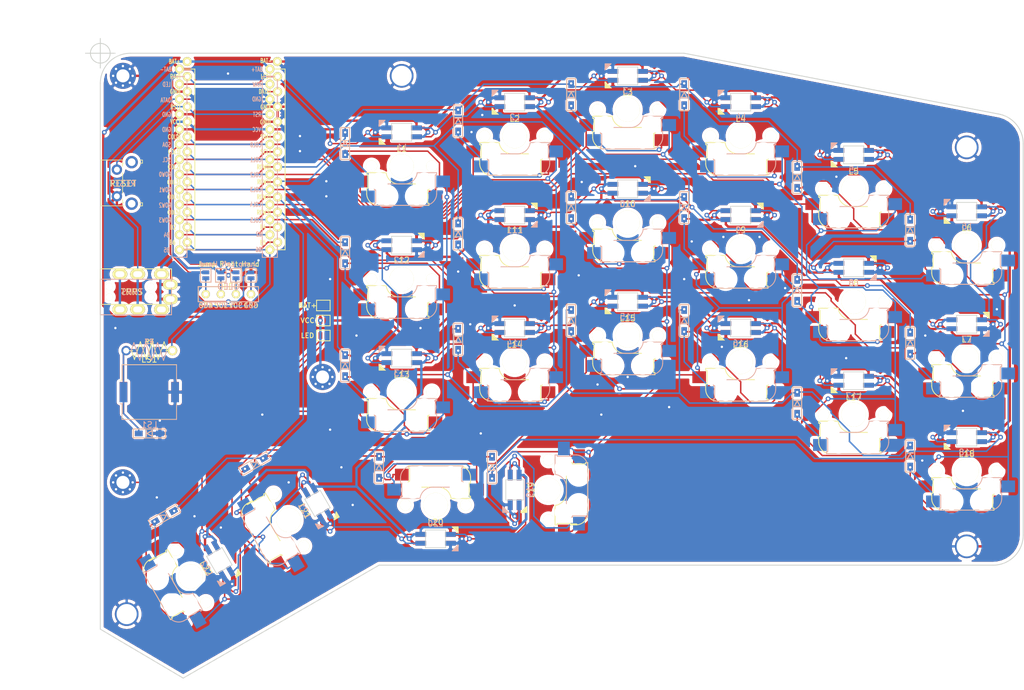
<source format=kicad_pcb>
(kicad_pcb (version 20171130) (host pcbnew 5.1.5+dfsg1-2build2)
  (layers (0 F.Cu signal) (31 B.Cu signal) (34 B.Paste user) (35 F.Paste user) (36 B.SilkS user) (37 F.SilkS user) (38 B.Mask user) (39 F.Mask user) (44 Edge.Cuts user))
  (net 0 "")
  (net 1 ROW0)
  (net 2 "Net-(D1-Pad2)")
  (net 3 "Net-(D2-Pad2)")
  (net 4 "Net-(D3-Pad2)")
  (net 5 "Net-(D4-Pad2)")
  (net 6 "Net-(D5-Pad2)")
  (net 7 "Net-(D6-Pad2)")
  (net 8 ROW1)
  (net 9 "Net-(D7-Pad2)")
  (net 10 "Net-(D8-Pad2)")
  (net 11 "Net-(D9-Pad2)")
  (net 12 "Net-(D10-Pad2)")
  (net 13 "Net-(D11-Pad2)")
  (net 14 "Net-(D12-Pad2)")
  (net 15 ROW2)
  (net 16 "Net-(D13-Pad2)")
  (net 17 "Net-(D14-Pad2)")
  (net 18 "Net-(D15-Pad2)")
  (net 19 "Net-(D16-Pad2)")
  (net 20 "Net-(D17-Pad2)")
  (net 21 "Net-(D18-Pad2)")
  (net 22 "Net-(D19-Pad2)")
  (net 23 ROW3)
  (net 24 "Net-(D20-Pad2)")
  (net 25 "Net-(D21-Pad2)")
  (net 26 "Net-(D22-Pad2)")
  (net 27 "Net-(J1-Pad1)")
  (net 28 DATA)
  (net 29 VCC)
  (net 30 LED)
  (net 31 GND)
  (net 32 SDA)
  (net 33 SCL)
  (net 34 SPEKER)
  (net 35 COL0)
  (net 36 COL1)
  (net 37 COL2)
  (net 38 COL3)
  (net 39 COL4)
  (net 40 COL5)
  (net 41 RST)
  (net 42 "Net-(U1-Pad24)")
  (net 43 "Net-(U1-Pad14)")
  (net 44 "Net-(U1-Pad12)")
  (net 45 "Net-(U1-Pad11)")
  (net 46 "Net-(D23-Pad1)")
  (net 47 "Net-(J4-Pad1)")
  (net 48 BAT+)
  (net 49 "Net-(J3-Pad1)")
  (net 50 "Net-(L1-Pad2)")
  (net 51 "Net-(L2-Pad2)")
  (net 52 "Net-(L3-Pad2)")
  (net 53 "Net-(L4-Pad2)")
  (net 54 "Net-(L5-Pad2)")
  (net 55 "Net-(L6-Pad2)")
  (net 56 "Net-(L7-Pad2)")
  (net 57 "Net-(L10-Pad4)")
  (net 58 "Net-(L10-Pad2)")
  (net 59 "Net-(L11-Pad2)")
  (net 60 "Net-(L12-Pad2)")
  (net 61 "Net-(L13-Pad2)")
  (net 62 "Net-(L14-Pad2)")
  (net 63 "Net-(L15-Pad2)")
  (net 64 "Net-(L16-Pad2)")
  (net 65 "Net-(L17-Pad2)")
  (net 66 "Net-(L18-Pad2)")
  (net 67 "Net-(L19-Pad2)")
  (net 68 "Net-(L20-Pad2)")
  (net 69 "Net-(L8-Pad2)")
  (net 70 "Net-(L21-Pad2)")
  (net 71 "Net-(JP1-Pad1)")
  (net 72 "Net-(J1-Pad4)")
  (net 73 "Net-(J1-Pad3)")
  (net 74 "Net-(J1-Pad2)")
  (net 75 "Net-(TRRS1-PadB)")
  (module MountingHole:MountingHole_2.2mm_M2_Pad_Via (layer F.Cu) (at 49.53 66.675)
    (fp_text reference J4 hide)
    (fp_text value Conn_01x01)
    (pad 1 thru_hole circle (at 0 0) (size 4.4 4.4) (drill 2.2) (layers *.Cu *.Mask) (net 47 "Net-(J4-Pad1)"))
    (pad 1 thru_hole circle (at 1.65 0) (size 0.7 0.7) (drill 0.4) (layers *.Cu *.Mask) (net 47 "Net-(J4-Pad1)"))
    (pad 1 thru_hole circle (at 1.166726 1.166726) (size 0.7 0.7) (drill 0.4) (layers *.Cu *.Mask) (net 47 "Net-(J4-Pad1)"))
    (pad 1 thru_hole circle (at 0 1.65) (size 0.7 0.7) (drill 0.4) (layers *.Cu *.Mask) (net 47 "Net-(J4-Pad1)"))
    (pad 1 thru_hole circle (at -1.166726 1.166726) (size 0.7 0.7) (drill 0.4) (layers *.Cu *.Mask) (net 47 "Net-(J4-Pad1)"))
    (pad 1 thru_hole circle (at -1.65 0) (size 0.7 0.7) (drill 0.4) (layers *.Cu *.Mask) (net 47 "Net-(J4-Pad1)"))
    (pad 1 thru_hole circle (at -1.166726 -1.166726) (size 0.7 0.7) (drill 0.4) (layers *.Cu *.Mask) (net 47 "Net-(J4-Pad1)"))
    (pad 1 thru_hole circle (at 0 -1.65) (size 0.7 0.7) (drill 0.4) (layers *.Cu *.Mask) (net 47 "Net-(J4-Pad1)"))
    (pad 1 thru_hole circle (at 1.166726 -1.166726) (size 0.7 0.7) (drill 0.4) (layers *.Cu *.Mask) (net 47 "Net-(J4-Pad1)"))
  )
  (module MountingHole:MountingHole_2.2mm_M2_Pad_Via (layer F.Cu) (at 15.875 84.455)
    (fp_text reference J3 hide)
    (fp_text value Conn_01x01)
    (pad 1 thru_hole circle (at 0 0) (size 4.4 4.4) (drill 2.2) (layers *.Cu *.Mask) (net 49 "Net-(J3-Pad1)"))
    (pad 1 thru_hole circle (at 1.65 0) (size 0.7 0.7) (drill 0.4) (layers *.Cu *.Mask) (net 49 "Net-(J3-Pad1)"))
    (pad 1 thru_hole circle (at 1.166726 1.166726) (size 0.7 0.7) (drill 0.4) (layers *.Cu *.Mask) (net 49 "Net-(J3-Pad1)"))
    (pad 1 thru_hole circle (at 0 1.65) (size 0.7 0.7) (drill 0.4) (layers *.Cu *.Mask) (net 49 "Net-(J3-Pad1)"))
    (pad 1 thru_hole circle (at -1.166726 1.166726) (size 0.7 0.7) (drill 0.4) (layers *.Cu *.Mask) (net 49 "Net-(J3-Pad1)"))
    (pad 1 thru_hole circle (at -1.65 0) (size 0.7 0.7) (drill 0.4) (layers *.Cu *.Mask) (net 49 "Net-(J3-Pad1)"))
    (pad 1 thru_hole circle (at -1.166726 -1.166726) (size 0.7 0.7) (drill 0.4) (layers *.Cu *.Mask) (net 49 "Net-(J3-Pad1)"))
    (pad 1 thru_hole circle (at 0 -1.65) (size 0.7 0.7) (drill 0.4) (layers *.Cu *.Mask) (net 49 "Net-(J3-Pad1)"))
    (pad 1 thru_hole circle (at 1.166726 -1.166726) (size 0.7 0.7) (drill 0.4) (layers *.Cu *.Mask) (net 49 "Net-(J3-Pad1)"))
  )
  (module Keyboard:OLED (layer F.Cu) (at 29.845 52.705)
    (fp_text reference J1)
    (fp_text value Conn_01x04 hide)
    (fp_text user OLED (at 3.81 -1.27) (layer B.SilkS) (effects (justify mirror)))
    (fp_text user OLED (at 3.81 -1.27) (layer F.SilkS))
    (pad 4 thru_hole circle (at 7.62 0) (size 1.397 1.397) (drill 0.8128) (layers *.Cu *.Mask F.SilkS) (net 72 "Net-(J1-Pad4)"))
    (pad 3 thru_hole circle (at 5.08 0) (size 1.397 1.397) (drill 0.8128) (layers *.Cu *.Mask F.SilkS) (net 73 "Net-(J1-Pad3)"))
    (pad 2 thru_hole circle (at 2.54 0) (size 1.397 1.397) (drill 0.8128) (layers *.Cu *.Mask F.SilkS) (net 74 "Net-(J1-Pad2)"))
    (pad 1 thru_hole circle (at 0 0) (size 1.397 1.397) (drill 0.8128) (layers *.Cu *.Mask F.SilkS) (net 27 "Net-(J1-Pad1)"))
  )
  (module Keyboard:MX_Hotswap_R_1.25u (layer F.Cu) (at 87.63 85.725 270)
    (fp_text reference SW22)
    (fp_text value SW_PUSH)
    (pad 2 smd rect (at 5.7 -5.12 90) (size 2.3 2) (layers B.Cu B.Paste B.Mask) (net 26 "Net-(D22-Pad2)"))
    (pad "" np_thru_hole circle (at -5.08 0 270) (size 1.9 1.9) (drill 1.9) (layers *.Cu *.Mask F.SilkS))
    (pad "" np_thru_hole circle (at 5.08 0 270) (size 1.9 1.9) (drill 1.9) (layers *.Cu *.Mask F.SilkS))
    (pad "" np_thru_hole circle (at 0 0) (size 4.1 4.1) (drill 4.1) (layers *.Cu *.Mask F.SilkS))
    (pad "" np_thru_hole circle (at 2.54 -5.08 90) (size 3 3) (drill 3) (layers *.Cu *.Mask))
    (pad "" np_thru_hole circle (at 3.81 -2.540001 90) (size 3 3) (drill 3) (layers *.Cu *.Mask))
    (pad "" np_thru_hole circle (at -2.54 -5.08 90) (size 3 3) (drill 3) (layers *.Cu *.Mask))
    (pad "" np_thru_hole circle (at -3.81 -2.540001 90) (size 3 3) (drill 3) (layers *.Cu *.Mask))
    (pad 2 smd rect (at -5.7 -5.12 90) (size 2.3 2) (layers F.Cu F.Paste F.Mask) (net 26 "Net-(D22-Pad2)"))
    (pad 1 smd rect (at 7 -2.58 90) (size 2.3 2) (layers F.Cu F.Paste F.Mask) (net 38 COL3))
    (pad 1 smd rect (at -7 -2.58 90) (size 2.3 2) (layers B.Cu B.Paste B.Mask) (net 38 COL3))
  )
  (module "" (layer F.Cu) (at 18.415 34.29)
    (fp_text reference "" (at 58.674 45.085) (layer F.SilkS) (effects (font (size 1.27 1.27))))
    (fp_text value "" (at 58.674 45.085) (layer F.SilkS) (effects (font (size 1.27 1.27))))
  )
  (module Button_Switch_THT:SW_Tactile_SPST_Angled_PTS645Vx39-2LFS (layer F.Cu) (at 14.859 36.195 90)
    (fp_text reference SW23 hide)
    (fp_text value SW_PUSH)
    (fp_text user RESET (at 2.159 1.016 180) (layer F.SilkS))
    (fp_text user RESET (at 2.159 1.016 180) (layer B.SilkS) (effects (justify mirror)))
    (pad "" thru_hole circle (at -1.25 2.49 90) (size 2.1 2.1) (drill 1.3) (layers *.Cu *.Mask))
    (pad 1 thru_hole circle (at 0 0 90) (size 1.75 1.75) (drill 0.99) (layers *.Cu *.Mask) (net 31 GND))
    (pad 2 thru_hole circle (at 4.5 0 90) (size 1.75 1.75) (drill 0.99) (layers *.Cu *.Mask) (net 41 RST))
    (pad "" thru_hole circle (at 5.76 2.49 90) (size 2.1 2.1) (drill 1.3) (layers *.Cu *.Mask))
  )
  (module Keyboard:YS-SK6812MINI-E-reverse (layer F.Cu) (at 62.865 44.45 180)
    (fp_text reference L12 (at 0 -2.54) (layer F.SilkS))
    (fp_text value YS-SK6812MINI)
    (fp_line (start -1.7 -1.5) (end -1.7 1.5) (layer Edge.Cuts) (width 0.12))
    (fp_line (start -1.7 1.5) (end 1.7 1.5) (layer Edge.Cuts) (width 0.12))
    (fp_line (start 1.7 1.5) (end 1.7 -1.5) (layer Edge.Cuts) (width 0.12))
    (fp_line (start 1.7 -1.5) (end -1.7 -1.5) (layer Edge.Cuts) (width 0.12))
    (pad 1 smd rect (at 2.5 0.75 180) (size 1.8 0.82) (layers B.Cu B.Paste B.Mask) (net 29 VCC))
    (pad 3 smd rect (at -2.5 -0.75 180) (size 1.8 0.82) (layers B.Cu B.Paste B.Mask) (net 31 GND))
    (pad 2 smd rect (at 2.5 -0.75 180) (size 1.8 0.82) (layers B.Cu B.Paste B.Mask) (net 60 "Net-(L12-Pad2)"))
    (pad 4 smd rect (at -2.5 0.75 180) (size 1.8 0.82) (layers B.Cu B.Paste B.Mask) (net 59 "Net-(L11-Pad2)"))
    (pad 4 smd rect (at -2.5 -0.75 180) (size 1.8 0.82) (layers F.Cu F.Paste F.Mask) (net 59 "Net-(L11-Pad2)"))
    (pad 3 smd rect (at -2.5 0.75 180) (size 1.8 0.82) (layers F.Cu F.Paste F.Mask) (net 31 GND))
    (pad 2 smd rect (at 2.5 0.75 180) (size 1.8 0.82) (layers F.Cu F.Paste F.Mask) (net 60 "Net-(L12-Pad2)"))
    (pad 1 smd rect (at 2.5 -0.75 180) (size 1.8 0.82) (layers F.Cu F.Paste F.Mask) (net 29 VCC))
  )
  (module Keyboard:YS-SK6812MINI-E-reverse (layer F.Cu) (at 62.865 25.4)
    (fp_text reference L1 (at 0 2.8) (layer F.SilkS))
    (fp_text value YS-SK6812MINI)
    (fp_line (start -1.7 -1.5) (end -1.7 1.5) (layer Edge.Cuts) (width 0.12))
    (fp_line (start -1.7 1.5) (end 1.7 1.5) (layer Edge.Cuts) (width 0.12))
    (fp_line (start 1.7 1.5) (end 1.7 -1.5) (layer Edge.Cuts) (width 0.12))
    (fp_line (start 1.7 -1.5) (end -1.7 -1.5) (layer Edge.Cuts) (width 0.12))
    (pad 1 smd rect (at 2.5 0.75) (size 1.8 0.82) (layers B.Cu B.Paste B.Mask) (net 29 VCC))
    (pad 3 smd rect (at -2.5 -0.75) (size 1.8 0.82) (layers B.Cu B.Paste B.Mask) (net 31 GND))
    (pad 2 smd rect (at 2.5 -0.75) (size 1.8 0.82) (layers B.Cu B.Paste B.Mask) (net 50 "Net-(L1-Pad2)"))
    (pad 4 smd rect (at -2.5 0.75) (size 1.8 0.82) (layers B.Cu B.Paste B.Mask) (net 30 LED))
    (pad 4 smd rect (at -2.5 -0.75) (size 1.8 0.82) (layers F.Cu F.Paste F.Mask) (net 30 LED))
    (pad 3 smd rect (at -2.5 0.75) (size 1.8 0.82) (layers F.Cu F.Paste F.Mask) (net 31 GND))
    (pad 2 smd rect (at 2.5 0.75) (size 1.8 0.82) (layers F.Cu F.Paste F.Mask) (net 50 "Net-(L1-Pad2)"))
    (pad 1 smd rect (at 2.5 -0.75) (size 1.8 0.82) (layers F.Cu F.Paste F.Mask) (net 29 VCC))
  )
  (module Keyboard:YS-SK6812MINI-E-reverse (layer F.Cu) (at 81.915 20.32)
    (fp_text reference L2 (at 0 2.8) (layer F.SilkS))
    (fp_text value YS-SK6812MINI)
    (fp_line (start -1.7 -1.5) (end -1.7 1.5) (layer Edge.Cuts) (width 0.12))
    (fp_line (start -1.7 1.5) (end 1.7 1.5) (layer Edge.Cuts) (width 0.12))
    (fp_line (start 1.7 1.5) (end 1.7 -1.5) (layer Edge.Cuts) (width 0.12))
    (fp_line (start 1.7 -1.5) (end -1.7 -1.5) (layer Edge.Cuts) (width 0.12))
    (pad 1 smd rect (at 2.5 0.75) (size 1.8 0.82) (layers B.Cu B.Paste B.Mask) (net 29 VCC))
    (pad 3 smd rect (at -2.5 -0.75) (size 1.8 0.82) (layers B.Cu B.Paste B.Mask) (net 31 GND))
    (pad 2 smd rect (at 2.5 -0.75) (size 1.8 0.82) (layers B.Cu B.Paste B.Mask) (net 51 "Net-(L2-Pad2)"))
    (pad 4 smd rect (at -2.5 0.75) (size 1.8 0.82) (layers B.Cu B.Paste B.Mask) (net 50 "Net-(L1-Pad2)"))
    (pad 4 smd rect (at -2.5 -0.75) (size 1.8 0.82) (layers F.Cu F.Paste F.Mask) (net 50 "Net-(L1-Pad2)"))
    (pad 3 smd rect (at -2.5 0.75) (size 1.8 0.82) (layers F.Cu F.Paste F.Mask) (net 31 GND))
    (pad 2 smd rect (at 2.5 0.75) (size 1.8 0.82) (layers F.Cu F.Paste F.Mask) (net 51 "Net-(L2-Pad2)"))
    (pad 1 smd rect (at 2.5 -0.75) (size 1.8 0.82) (layers F.Cu F.Paste F.Mask) (net 29 VCC))
  )
  (module Keyboard:YS-SK6812MINI-E-reverse (layer F.Cu) (at 62.865 63.5)
    (fp_text reference L13 (at 0 2.8) (layer F.SilkS))
    (fp_text value YS-SK6812MINI)
    (fp_line (start -1.7 -1.5) (end -1.7 1.5) (layer Edge.Cuts) (width 0.12))
    (fp_line (start -1.7 1.5) (end 1.7 1.5) (layer Edge.Cuts) (width 0.12))
    (fp_line (start 1.7 1.5) (end 1.7 -1.5) (layer Edge.Cuts) (width 0.12))
    (fp_line (start 1.7 -1.5) (end -1.7 -1.5) (layer Edge.Cuts) (width 0.12))
    (pad 1 smd rect (at 2.5 0.75) (size 1.8 0.82) (layers B.Cu B.Paste B.Mask) (net 29 VCC))
    (pad 3 smd rect (at -2.5 -0.75) (size 1.8 0.82) (layers B.Cu B.Paste B.Mask) (net 31 GND))
    (pad 2 smd rect (at 2.5 -0.75) (size 1.8 0.82) (layers B.Cu B.Paste B.Mask) (net 61 "Net-(L13-Pad2)"))
    (pad 4 smd rect (at -2.5 0.75) (size 1.8 0.82) (layers B.Cu B.Paste B.Mask) (net 60 "Net-(L12-Pad2)"))
    (pad 4 smd rect (at -2.5 -0.75) (size 1.8 0.82) (layers F.Cu F.Paste F.Mask) (net 60 "Net-(L12-Pad2)"))
    (pad 3 smd rect (at -2.5 0.75) (size 1.8 0.82) (layers F.Cu F.Paste F.Mask) (net 31 GND))
    (pad 2 smd rect (at 2.5 0.75) (size 1.8 0.82) (layers F.Cu F.Paste F.Mask) (net 61 "Net-(L13-Pad2)"))
    (pad 1 smd rect (at 2.5 -0.75) (size 1.8 0.82) (layers F.Cu F.Paste F.Mask) (net 29 VCC))
  )
  (module Keyboard:YS-SK6812MINI-E-reverse (layer F.Cu) (at 100.965 15.875)
    (fp_text reference L3 (at 0 2.8) (layer F.SilkS))
    (fp_text value YS-SK6812MINI)
    (fp_line (start -1.7 -1.5) (end -1.7 1.5) (layer Edge.Cuts) (width 0.12))
    (fp_line (start -1.7 1.5) (end 1.7 1.5) (layer Edge.Cuts) (width 0.12))
    (fp_line (start 1.7 1.5) (end 1.7 -1.5) (layer Edge.Cuts) (width 0.12))
    (fp_line (start 1.7 -1.5) (end -1.7 -1.5) (layer Edge.Cuts) (width 0.12))
    (pad 1 smd rect (at 2.5 0.75) (size 1.8 0.82) (layers B.Cu B.Paste B.Mask) (net 29 VCC))
    (pad 3 smd rect (at -2.5 -0.75) (size 1.8 0.82) (layers B.Cu B.Paste B.Mask) (net 31 GND))
    (pad 2 smd rect (at 2.5 -0.75) (size 1.8 0.82) (layers B.Cu B.Paste B.Mask) (net 52 "Net-(L3-Pad2)"))
    (pad 4 smd rect (at -2.5 0.75) (size 1.8 0.82) (layers B.Cu B.Paste B.Mask) (net 51 "Net-(L2-Pad2)"))
    (pad 4 smd rect (at -2.5 -0.75) (size 1.8 0.82) (layers F.Cu F.Paste F.Mask) (net 51 "Net-(L2-Pad2)"))
    (pad 3 smd rect (at -2.5 0.75) (size 1.8 0.82) (layers F.Cu F.Paste F.Mask) (net 31 GND))
    (pad 2 smd rect (at 2.5 0.75) (size 1.8 0.82) (layers F.Cu F.Paste F.Mask) (net 52 "Net-(L3-Pad2)"))
    (pad 1 smd rect (at 2.5 -0.75) (size 1.8 0.82) (layers F.Cu F.Paste F.Mask) (net 29 VCC))
  )
  (module Keyboard:YS-SK6812MINI-E-reverse (layer F.Cu) (at 81.915 58.42)
    (fp_text reference L14 (at 0 2.8) (layer F.SilkS))
    (fp_text value YS-SK6812MINI)
    (fp_line (start -1.7 -1.5) (end -1.7 1.5) (layer Edge.Cuts) (width 0.12))
    (fp_line (start -1.7 1.5) (end 1.7 1.5) (layer Edge.Cuts) (width 0.12))
    (fp_line (start 1.7 1.5) (end 1.7 -1.5) (layer Edge.Cuts) (width 0.12))
    (fp_line (start 1.7 -1.5) (end -1.7 -1.5) (layer Edge.Cuts) (width 0.12))
    (pad 1 smd rect (at 2.5 0.75) (size 1.8 0.82) (layers B.Cu B.Paste B.Mask) (net 29 VCC))
    (pad 3 smd rect (at -2.5 -0.75) (size 1.8 0.82) (layers B.Cu B.Paste B.Mask) (net 31 GND))
    (pad 2 smd rect (at 2.5 -0.75) (size 1.8 0.82) (layers B.Cu B.Paste B.Mask) (net 62 "Net-(L14-Pad2)"))
    (pad 4 smd rect (at -2.5 0.75) (size 1.8 0.82) (layers B.Cu B.Paste B.Mask) (net 61 "Net-(L13-Pad2)"))
    (pad 4 smd rect (at -2.5 -0.75) (size 1.8 0.82) (layers F.Cu F.Paste F.Mask) (net 61 "Net-(L13-Pad2)"))
    (pad 3 smd rect (at -2.5 0.75) (size 1.8 0.82) (layers F.Cu F.Paste F.Mask) (net 31 GND))
    (pad 2 smd rect (at 2.5 0.75) (size 1.8 0.82) (layers F.Cu F.Paste F.Mask) (net 62 "Net-(L14-Pad2)"))
    (pad 1 smd rect (at 2.5 -0.75) (size 1.8 0.82) (layers F.Cu F.Paste F.Mask) (net 29 VCC))
  )
  (module Keyboard:YS-SK6812MINI-E-reverse (layer F.Cu) (at 120.015 20.32)
    (fp_text reference L4 (at 0 2.8) (layer F.SilkS))
    (fp_text value YS-SK6812MINI)
    (fp_line (start -1.7 -1.5) (end -1.7 1.5) (layer Edge.Cuts) (width 0.12))
    (fp_line (start -1.7 1.5) (end 1.7 1.5) (layer Edge.Cuts) (width 0.12))
    (fp_line (start 1.7 1.5) (end 1.7 -1.5) (layer Edge.Cuts) (width 0.12))
    (fp_line (start 1.7 -1.5) (end -1.7 -1.5) (layer Edge.Cuts) (width 0.12))
    (pad 1 smd rect (at 2.5 0.75) (size 1.8 0.82) (layers B.Cu B.Paste B.Mask) (net 29 VCC))
    (pad 3 smd rect (at -2.5 -0.75) (size 1.8 0.82) (layers B.Cu B.Paste B.Mask) (net 31 GND))
    (pad 2 smd rect (at 2.5 -0.75) (size 1.8 0.82) (layers B.Cu B.Paste B.Mask) (net 53 "Net-(L4-Pad2)"))
    (pad 4 smd rect (at -2.5 0.75) (size 1.8 0.82) (layers B.Cu B.Paste B.Mask) (net 52 "Net-(L3-Pad2)"))
    (pad 4 smd rect (at -2.5 -0.75) (size 1.8 0.82) (layers F.Cu F.Paste F.Mask) (net 52 "Net-(L3-Pad2)"))
    (pad 3 smd rect (at -2.5 0.75) (size 1.8 0.82) (layers F.Cu F.Paste F.Mask) (net 31 GND))
    (pad 2 smd rect (at 2.5 0.75) (size 1.8 0.82) (layers F.Cu F.Paste F.Mask) (net 53 "Net-(L4-Pad2)"))
    (pad 1 smd rect (at 2.5 -0.75) (size 1.8 0.82) (layers F.Cu F.Paste F.Mask) (net 29 VCC))
  )
  (module Keyboard:YS-SK6812MINI-E-reverse (layer F.Cu) (at 100.965 53.975)
    (fp_text reference L15 (at 0 2.8) (layer F.SilkS))
    (fp_text value YS-SK6812MINI)
    (fp_line (start -1.7 -1.5) (end -1.7 1.5) (layer Edge.Cuts) (width 0.12))
    (fp_line (start -1.7 1.5) (end 1.7 1.5) (layer Edge.Cuts) (width 0.12))
    (fp_line (start 1.7 1.5) (end 1.7 -1.5) (layer Edge.Cuts) (width 0.12))
    (fp_line (start 1.7 -1.5) (end -1.7 -1.5) (layer Edge.Cuts) (width 0.12))
    (pad 1 smd rect (at 2.5 0.75) (size 1.8 0.82) (layers B.Cu B.Paste B.Mask) (net 29 VCC))
    (pad 3 smd rect (at -2.5 -0.75) (size 1.8 0.82) (layers B.Cu B.Paste B.Mask) (net 31 GND))
    (pad 2 smd rect (at 2.5 -0.75) (size 1.8 0.82) (layers B.Cu B.Paste B.Mask) (net 63 "Net-(L15-Pad2)"))
    (pad 4 smd rect (at -2.5 0.75) (size 1.8 0.82) (layers B.Cu B.Paste B.Mask) (net 62 "Net-(L14-Pad2)"))
    (pad 4 smd rect (at -2.5 -0.75) (size 1.8 0.82) (layers F.Cu F.Paste F.Mask) (net 62 "Net-(L14-Pad2)"))
    (pad 3 smd rect (at -2.5 0.75) (size 1.8 0.82) (layers F.Cu F.Paste F.Mask) (net 31 GND))
    (pad 2 smd rect (at 2.5 0.75) (size 1.8 0.82) (layers F.Cu F.Paste F.Mask) (net 63 "Net-(L15-Pad2)"))
    (pad 1 smd rect (at 2.5 -0.75) (size 1.8 0.82) (layers F.Cu F.Paste F.Mask) (net 29 VCC))
  )
  (module Keyboard:YS-SK6812MINI-E-reverse (layer F.Cu) (at 139.065 29.21)
    (fp_text reference L5 (at 0 2.8) (layer F.SilkS))
    (fp_text value YS-SK6812MINI)
    (fp_line (start -1.7 -1.5) (end -1.7 1.5) (layer Edge.Cuts) (width 0.12))
    (fp_line (start -1.7 1.5) (end 1.7 1.5) (layer Edge.Cuts) (width 0.12))
    (fp_line (start 1.7 1.5) (end 1.7 -1.5) (layer Edge.Cuts) (width 0.12))
    (fp_line (start 1.7 -1.5) (end -1.7 -1.5) (layer Edge.Cuts) (width 0.12))
    (pad 1 smd rect (at 2.5 0.75) (size 1.8 0.82) (layers B.Cu B.Paste B.Mask) (net 29 VCC))
    (pad 3 smd rect (at -2.5 -0.75) (size 1.8 0.82) (layers B.Cu B.Paste B.Mask) (net 31 GND))
    (pad 2 smd rect (at 2.5 -0.75) (size 1.8 0.82) (layers B.Cu B.Paste B.Mask) (net 54 "Net-(L5-Pad2)"))
    (pad 4 smd rect (at -2.5 0.75) (size 1.8 0.82) (layers B.Cu B.Paste B.Mask) (net 53 "Net-(L4-Pad2)"))
    (pad 4 smd rect (at -2.5 -0.75) (size 1.8 0.82) (layers F.Cu F.Paste F.Mask) (net 53 "Net-(L4-Pad2)"))
    (pad 3 smd rect (at -2.5 0.75) (size 1.8 0.82) (layers F.Cu F.Paste F.Mask) (net 31 GND))
    (pad 2 smd rect (at 2.5 0.75) (size 1.8 0.82) (layers F.Cu F.Paste F.Mask) (net 54 "Net-(L5-Pad2)"))
    (pad 1 smd rect (at 2.5 -0.75) (size 1.8 0.82) (layers F.Cu F.Paste F.Mask) (net 29 VCC))
  )
  (module Keyboard:YS-SK6812MINI-E-reverse (layer F.Cu) (at 120.015 58.42)
    (fp_text reference L16 (at 0 2.8) (layer F.SilkS))
    (fp_text value YS-SK6812MINI)
    (fp_line (start -1.7 -1.5) (end -1.7 1.5) (layer Edge.Cuts) (width 0.12))
    (fp_line (start -1.7 1.5) (end 1.7 1.5) (layer Edge.Cuts) (width 0.12))
    (fp_line (start 1.7 1.5) (end 1.7 -1.5) (layer Edge.Cuts) (width 0.12))
    (fp_line (start 1.7 -1.5) (end -1.7 -1.5) (layer Edge.Cuts) (width 0.12))
    (pad 1 smd rect (at 2.5 0.75) (size 1.8 0.82) (layers B.Cu B.Paste B.Mask) (net 29 VCC))
    (pad 3 smd rect (at -2.5 -0.75) (size 1.8 0.82) (layers B.Cu B.Paste B.Mask) (net 31 GND))
    (pad 2 smd rect (at 2.5 -0.75) (size 1.8 0.82) (layers B.Cu B.Paste B.Mask) (net 64 "Net-(L16-Pad2)"))
    (pad 4 smd rect (at -2.5 0.75) (size 1.8 0.82) (layers B.Cu B.Paste B.Mask) (net 63 "Net-(L15-Pad2)"))
    (pad 4 smd rect (at -2.5 -0.75) (size 1.8 0.82) (layers F.Cu F.Paste F.Mask) (net 63 "Net-(L15-Pad2)"))
    (pad 3 smd rect (at -2.5 0.75) (size 1.8 0.82) (layers F.Cu F.Paste F.Mask) (net 31 GND))
    (pad 2 smd rect (at 2.5 0.75) (size 1.8 0.82) (layers F.Cu F.Paste F.Mask) (net 64 "Net-(L16-Pad2)"))
    (pad 1 smd rect (at 2.5 -0.75) (size 1.8 0.82) (layers F.Cu F.Paste F.Mask) (net 29 VCC))
  )
  (module Keyboard:YS-SK6812MINI-E-reverse (layer F.Cu) (at 158.115 38.735)
    (fp_text reference L6 (at 0 2.8) (layer F.SilkS))
    (fp_text value YS-SK6812MINI)
    (fp_line (start -1.7 -1.5) (end -1.7 1.5) (layer Edge.Cuts) (width 0.12))
    (fp_line (start -1.7 1.5) (end 1.7 1.5) (layer Edge.Cuts) (width 0.12))
    (fp_line (start 1.7 1.5) (end 1.7 -1.5) (layer Edge.Cuts) (width 0.12))
    (fp_line (start 1.7 -1.5) (end -1.7 -1.5) (layer Edge.Cuts) (width 0.12))
    (pad 1 smd rect (at 2.5 0.75) (size 1.8 0.82) (layers B.Cu B.Paste B.Mask) (net 29 VCC))
    (pad 3 smd rect (at -2.5 -0.75) (size 1.8 0.82) (layers B.Cu B.Paste B.Mask) (net 31 GND))
    (pad 2 smd rect (at 2.5 -0.75) (size 1.8 0.82) (layers B.Cu B.Paste B.Mask) (net 55 "Net-(L6-Pad2)"))
    (pad 4 smd rect (at -2.5 0.75) (size 1.8 0.82) (layers B.Cu B.Paste B.Mask) (net 54 "Net-(L5-Pad2)"))
    (pad 4 smd rect (at -2.5 -0.75) (size 1.8 0.82) (layers F.Cu F.Paste F.Mask) (net 54 "Net-(L5-Pad2)"))
    (pad 3 smd rect (at -2.5 0.75) (size 1.8 0.82) (layers F.Cu F.Paste F.Mask) (net 31 GND))
    (pad 2 smd rect (at 2.5 0.75) (size 1.8 0.82) (layers F.Cu F.Paste F.Mask) (net 55 "Net-(L6-Pad2)"))
    (pad 1 smd rect (at 2.5 -0.75) (size 1.8 0.82) (layers F.Cu F.Paste F.Mask) (net 29 VCC))
  )
  (module Keyboard:YS-SK6812MINI-E-reverse (layer F.Cu) (at 139.065 67.31)
    (fp_text reference L17 (at 0 2.8) (layer F.SilkS))
    (fp_text value YS-SK6812MINI)
    (fp_line (start -1.7 -1.5) (end -1.7 1.5) (layer Edge.Cuts) (width 0.12))
    (fp_line (start -1.7 1.5) (end 1.7 1.5) (layer Edge.Cuts) (width 0.12))
    (fp_line (start 1.7 1.5) (end 1.7 -1.5) (layer Edge.Cuts) (width 0.12))
    (fp_line (start 1.7 -1.5) (end -1.7 -1.5) (layer Edge.Cuts) (width 0.12))
    (pad 1 smd rect (at 2.5 0.75) (size 1.8 0.82) (layers B.Cu B.Paste B.Mask) (net 29 VCC))
    (pad 3 smd rect (at -2.5 -0.75) (size 1.8 0.82) (layers B.Cu B.Paste B.Mask) (net 31 GND))
    (pad 2 smd rect (at 2.5 -0.75) (size 1.8 0.82) (layers B.Cu B.Paste B.Mask) (net 65 "Net-(L17-Pad2)"))
    (pad 4 smd rect (at -2.5 0.75) (size 1.8 0.82) (layers B.Cu B.Paste B.Mask) (net 64 "Net-(L16-Pad2)"))
    (pad 4 smd rect (at -2.5 -0.75) (size 1.8 0.82) (layers F.Cu F.Paste F.Mask) (net 64 "Net-(L16-Pad2)"))
    (pad 3 smd rect (at -2.5 0.75) (size 1.8 0.82) (layers F.Cu F.Paste F.Mask) (net 31 GND))
    (pad 2 smd rect (at 2.5 0.75) (size 1.8 0.82) (layers F.Cu F.Paste F.Mask) (net 65 "Net-(L17-Pad2)"))
    (pad 1 smd rect (at 2.5 -0.75) (size 1.8 0.82) (layers F.Cu F.Paste F.Mask) (net 29 VCC))
  )
  (module Keyboard:YS-SK6812MINI-E-reverse (layer F.Cu) (at 158.115 57.785 180)
    (fp_text reference L7 (at 0 -2.54) (layer F.SilkS))
    (fp_text value YS-SK6812MINI)
    (fp_line (start -1.7 -1.5) (end -1.7 1.5) (layer Edge.Cuts) (width 0.12))
    (fp_line (start -1.7 1.5) (end 1.7 1.5) (layer Edge.Cuts) (width 0.12))
    (fp_line (start 1.7 1.5) (end 1.7 -1.5) (layer Edge.Cuts) (width 0.12))
    (fp_line (start 1.7 -1.5) (end -1.7 -1.5) (layer Edge.Cuts) (width 0.12))
    (pad 1 smd rect (at 2.5 0.75 180) (size 1.8 0.82) (layers B.Cu B.Paste B.Mask) (net 29 VCC))
    (pad 3 smd rect (at -2.5 -0.75 180) (size 1.8 0.82) (layers B.Cu B.Paste B.Mask) (net 31 GND))
    (pad 2 smd rect (at 2.5 -0.75 180) (size 1.8 0.82) (layers B.Cu B.Paste B.Mask) (net 56 "Net-(L7-Pad2)"))
    (pad 4 smd rect (at -2.5 0.75 180) (size 1.8 0.82) (layers B.Cu B.Paste B.Mask) (net 55 "Net-(L6-Pad2)"))
    (pad 4 smd rect (at -2.5 -0.75 180) (size 1.8 0.82) (layers F.Cu F.Paste F.Mask) (net 55 "Net-(L6-Pad2)"))
    (pad 3 smd rect (at -2.5 0.75 180) (size 1.8 0.82) (layers F.Cu F.Paste F.Mask) (net 31 GND))
    (pad 2 smd rect (at 2.5 0.75 180) (size 1.8 0.82) (layers F.Cu F.Paste F.Mask) (net 56 "Net-(L7-Pad2)"))
    (pad 1 smd rect (at 2.5 -0.75 180) (size 1.8 0.82) (layers F.Cu F.Paste F.Mask) (net 29 VCC))
  )
  (module Keyboard:YS-SK6812MINI-E-reverse (layer F.Cu) (at 158.115 76.835)
    (fp_text reference L18 (at 0 2.8) (layer F.SilkS))
    (fp_text value YS-SK6812MINI)
    (fp_line (start -1.7 -1.5) (end -1.7 1.5) (layer Edge.Cuts) (width 0.12))
    (fp_line (start -1.7 1.5) (end 1.7 1.5) (layer Edge.Cuts) (width 0.12))
    (fp_line (start 1.7 1.5) (end 1.7 -1.5) (layer Edge.Cuts) (width 0.12))
    (fp_line (start 1.7 -1.5) (end -1.7 -1.5) (layer Edge.Cuts) (width 0.12))
    (pad 1 smd rect (at 2.5 0.75) (size 1.8 0.82) (layers B.Cu B.Paste B.Mask) (net 29 VCC))
    (pad 3 smd rect (at -2.5 -0.75) (size 1.8 0.82) (layers B.Cu B.Paste B.Mask) (net 31 GND))
    (pad 2 smd rect (at 2.5 -0.75) (size 1.8 0.82) (layers B.Cu B.Paste B.Mask) (net 66 "Net-(L18-Pad2)"))
    (pad 4 smd rect (at -2.5 0.75) (size 1.8 0.82) (layers B.Cu B.Paste B.Mask) (net 65 "Net-(L17-Pad2)"))
    (pad 4 smd rect (at -2.5 -0.75) (size 1.8 0.82) (layers F.Cu F.Paste F.Mask) (net 65 "Net-(L17-Pad2)"))
    (pad 3 smd rect (at -2.5 0.75) (size 1.8 0.82) (layers F.Cu F.Paste F.Mask) (net 31 GND))
    (pad 2 smd rect (at 2.5 0.75) (size 1.8 0.82) (layers F.Cu F.Paste F.Mask) (net 66 "Net-(L18-Pad2)"))
    (pad 1 smd rect (at 2.5 -0.75) (size 1.8 0.82) (layers F.Cu F.Paste F.Mask) (net 29 VCC))
  )
  (module Keyboard:YS-SK6812MINI-E-reverse (layer F.Cu) (at 139.065 48.26 180)
    (fp_text reference L8 (at 0 -2.54) (layer F.SilkS))
    (fp_text value YS-SK6812MINI)
    (fp_line (start -1.7 -1.5) (end -1.7 1.5) (layer Edge.Cuts) (width 0.12))
    (fp_line (start -1.7 1.5) (end 1.7 1.5) (layer Edge.Cuts) (width 0.12))
    (fp_line (start 1.7 1.5) (end 1.7 -1.5) (layer Edge.Cuts) (width 0.12))
    (fp_line (start 1.7 -1.5) (end -1.7 -1.5) (layer Edge.Cuts) (width 0.12))
    (pad 1 smd rect (at 2.5 0.75 180) (size 1.8 0.82) (layers B.Cu B.Paste B.Mask) (net 29 VCC))
    (pad 3 smd rect (at -2.5 -0.75 180) (size 1.8 0.82) (layers B.Cu B.Paste B.Mask) (net 31 GND))
    (pad 2 smd rect (at 2.5 -0.75 180) (size 1.8 0.82) (layers B.Cu B.Paste B.Mask) (net 69 "Net-(L8-Pad2)"))
    (pad 4 smd rect (at -2.5 0.75 180) (size 1.8 0.82) (layers B.Cu B.Paste B.Mask) (net 56 "Net-(L7-Pad2)"))
    (pad 4 smd rect (at -2.5 -0.75 180) (size 1.8 0.82) (layers F.Cu F.Paste F.Mask) (net 56 "Net-(L7-Pad2)"))
    (pad 3 smd rect (at -2.5 0.75 180) (size 1.8 0.82) (layers F.Cu F.Paste F.Mask) (net 31 GND))
    (pad 2 smd rect (at 2.5 0.75 180) (size 1.8 0.82) (layers F.Cu F.Paste F.Mask) (net 69 "Net-(L8-Pad2)"))
    (pad 1 smd rect (at 2.5 -0.75 180) (size 1.8 0.82) (layers F.Cu F.Paste F.Mask) (net 29 VCC))
  )
  (module Keyboard:YS-SK6812MINI-E-reverse (layer F.Cu) (at 81.915 85.725 90)
    (fp_text reference L19 (at 0 2.8 90) (layer F.SilkS))
    (fp_text value YS-SK6812MINI)
    (fp_line (start -1.7 -1.5) (end -1.7 1.5) (layer Edge.Cuts) (width 0.12))
    (fp_line (start -1.7 1.5) (end 1.7 1.5) (layer Edge.Cuts) (width 0.12))
    (fp_line (start 1.7 1.5) (end 1.7 -1.5) (layer Edge.Cuts) (width 0.12))
    (fp_line (start 1.7 -1.5) (end -1.7 -1.5) (layer Edge.Cuts) (width 0.12))
    (pad 1 smd rect (at 2.5 0.75 90) (size 1.8 0.82) (layers B.Cu B.Paste B.Mask) (net 29 VCC))
    (pad 3 smd rect (at -2.5 -0.75 90) (size 1.8 0.82) (layers B.Cu B.Paste B.Mask) (net 31 GND))
    (pad 2 smd rect (at 2.5 -0.75 90) (size 1.8 0.82) (layers B.Cu B.Paste B.Mask) (net 67 "Net-(L19-Pad2)"))
    (pad 4 smd rect (at -2.5 0.75 90) (size 1.8 0.82) (layers B.Cu B.Paste B.Mask) (net 66 "Net-(L18-Pad2)"))
    (pad 4 smd rect (at -2.5 -0.75 90) (size 1.8 0.82) (layers F.Cu F.Paste F.Mask) (net 66 "Net-(L18-Pad2)"))
    (pad 3 smd rect (at -2.5 0.75 90) (size 1.8 0.82) (layers F.Cu F.Paste F.Mask) (net 31 GND))
    (pad 2 smd rect (at 2.5 0.75 90) (size 1.8 0.82) (layers F.Cu F.Paste F.Mask) (net 67 "Net-(L19-Pad2)"))
    (pad 1 smd rect (at 2.5 -0.75 90) (size 1.8 0.82) (layers F.Cu F.Paste F.Mask) (net 29 VCC))
  )
  (module Keyboard:YS-SK6812MINI-E-reverse (layer F.Cu) (at 120.015 39.37 180)
    (fp_text reference L9 (at 0 -2.54) (layer F.SilkS))
    (fp_text value YS-SK6812MINI)
    (fp_line (start -1.7 -1.5) (end -1.7 1.5) (layer Edge.Cuts) (width 0.12))
    (fp_line (start -1.7 1.5) (end 1.7 1.5) (layer Edge.Cuts) (width 0.12))
    (fp_line (start 1.7 1.5) (end 1.7 -1.5) (layer Edge.Cuts) (width 0.12))
    (fp_line (start 1.7 -1.5) (end -1.7 -1.5) (layer Edge.Cuts) (width 0.12))
    (pad 1 smd rect (at 2.5 0.75 180) (size 1.8 0.82) (layers B.Cu B.Paste B.Mask) (net 29 VCC))
    (pad 3 smd rect (at -2.5 -0.75 180) (size 1.8 0.82) (layers B.Cu B.Paste B.Mask) (net 31 GND))
    (pad 2 smd rect (at 2.5 -0.75 180) (size 1.8 0.82) (layers B.Cu B.Paste B.Mask) (net 57 "Net-(L10-Pad4)"))
    (pad 4 smd rect (at -2.5 0.75 180) (size 1.8 0.82) (layers B.Cu B.Paste B.Mask) (net 69 "Net-(L8-Pad2)"))
    (pad 4 smd rect (at -2.5 -0.75 180) (size 1.8 0.82) (layers F.Cu F.Paste F.Mask) (net 69 "Net-(L8-Pad2)"))
    (pad 3 smd rect (at -2.5 0.75 180) (size 1.8 0.82) (layers F.Cu F.Paste F.Mask) (net 31 GND))
    (pad 2 smd rect (at 2.5 0.75 180) (size 1.8 0.82) (layers F.Cu F.Paste F.Mask) (net 57 "Net-(L10-Pad4)"))
    (pad 1 smd rect (at 2.5 -0.75 180) (size 1.8 0.82) (layers F.Cu F.Paste F.Mask) (net 29 VCC))
  )
  (module Keyboard:YS-SK6812MINI-E-reverse (layer F.Cu) (at 68.58 93.98 180)
    (fp_text reference L20 (at 0 2.8) (layer F.SilkS))
    (fp_text value YS-SK6812MINI)
    (fp_line (start -1.7 -1.5) (end -1.7 1.5) (layer Edge.Cuts) (width 0.12))
    (fp_line (start -1.7 1.5) (end 1.7 1.5) (layer Edge.Cuts) (width 0.12))
    (fp_line (start 1.7 1.5) (end 1.7 -1.5) (layer Edge.Cuts) (width 0.12))
    (fp_line (start 1.7 -1.5) (end -1.7 -1.5) (layer Edge.Cuts) (width 0.12))
    (pad 1 smd rect (at 2.5 0.75 180) (size 1.8 0.82) (layers B.Cu B.Paste B.Mask) (net 29 VCC))
    (pad 3 smd rect (at -2.5 -0.75 180) (size 1.8 0.82) (layers B.Cu B.Paste B.Mask) (net 31 GND))
    (pad 2 smd rect (at 2.5 -0.75 180) (size 1.8 0.82) (layers B.Cu B.Paste B.Mask) (net 68 "Net-(L20-Pad2)"))
    (pad 4 smd rect (at -2.5 0.75 180) (size 1.8 0.82) (layers B.Cu B.Paste B.Mask) (net 67 "Net-(L19-Pad2)"))
    (pad 4 smd rect (at -2.5 -0.75 180) (size 1.8 0.82) (layers F.Cu F.Paste F.Mask) (net 67 "Net-(L19-Pad2)"))
    (pad 3 smd rect (at -2.5 0.75 180) (size 1.8 0.82) (layers F.Cu F.Paste F.Mask) (net 31 GND))
    (pad 2 smd rect (at 2.5 0.75 180) (size 1.8 0.82) (layers F.Cu F.Paste F.Mask) (net 68 "Net-(L20-Pad2)"))
    (pad 1 smd rect (at 2.5 -0.75 180) (size 1.8 0.82) (layers F.Cu F.Paste F.Mask) (net 29 VCC))
  )
  (module Keyboard:YS-SK6812MINI-E-reverse (layer F.Cu) (at 100.965 34.925 180)
    (fp_text reference L10 (at 0 -2.54) (layer F.SilkS))
    (fp_text value YS-SK6812MINI)
    (fp_line (start -1.7 -1.5) (end -1.7 1.5) (layer Edge.Cuts) (width 0.12))
    (fp_line (start -1.7 1.5) (end 1.7 1.5) (layer Edge.Cuts) (width 0.12))
    (fp_line (start 1.7 1.5) (end 1.7 -1.5) (layer Edge.Cuts) (width 0.12))
    (fp_line (start 1.7 -1.5) (end -1.7 -1.5) (layer Edge.Cuts) (width 0.12))
    (pad 1 smd rect (at 2.5 0.75 180) (size 1.8 0.82) (layers B.Cu B.Paste B.Mask) (net 29 VCC))
    (pad 3 smd rect (at -2.5 -0.75 180) (size 1.8 0.82) (layers B.Cu B.Paste B.Mask) (net 31 GND))
    (pad 2 smd rect (at 2.5 -0.75 180) (size 1.8 0.82) (layers B.Cu B.Paste B.Mask) (net 58 "Net-(L10-Pad2)"))
    (pad 4 smd rect (at -2.5 0.75 180) (size 1.8 0.82) (layers B.Cu B.Paste B.Mask) (net 57 "Net-(L10-Pad4)"))
    (pad 4 smd rect (at -2.5 -0.75 180) (size 1.8 0.82) (layers F.Cu F.Paste F.Mask) (net 57 "Net-(L10-Pad4)"))
    (pad 3 smd rect (at -2.5 0.75 180) (size 1.8 0.82) (layers F.Cu F.Paste F.Mask) (net 31 GND))
    (pad 2 smd rect (at 2.5 0.75 180) (size 1.8 0.82) (layers F.Cu F.Paste F.Mask) (net 58 "Net-(L10-Pad2)"))
    (pad 1 smd rect (at 2.5 -0.75 180) (size 1.8 0.82) (layers F.Cu F.Paste F.Mask) (net 29 VCC))
  )
  (module Keyboard:YS-SK6812MINI-E-reverse (layer F.Cu) (at 48.6755 88.0109 120)
    (fp_text reference L21 (at -0.003148 -2.534675 120) (layer F.SilkS))
    (fp_text value YS-SK6812MINI)
    (fp_line (start -1.7 -1.5) (end -1.7 1.5) (layer Edge.Cuts) (width 0.12))
    (fp_line (start -1.7 1.5) (end 1.7 1.5) (layer Edge.Cuts) (width 0.12))
    (fp_line (start 1.7 1.5) (end 1.7 -1.5) (layer Edge.Cuts) (width 0.12))
    (fp_line (start 1.7 -1.5) (end -1.7 -1.5) (layer Edge.Cuts) (width 0.12))
    (pad 1 smd rect (at 2.5 0.75 120) (size 1.8 0.82) (layers B.Cu B.Paste B.Mask) (net 29 VCC))
    (pad 3 smd rect (at -2.5 -0.75 120) (size 1.8 0.82) (layers B.Cu B.Paste B.Mask) (net 31 GND))
    (pad 2 smd rect (at 2.5 -0.75 120) (size 1.8 0.82) (layers B.Cu B.Paste B.Mask) (net 70 "Net-(L21-Pad2)"))
    (pad 4 smd rect (at -2.5 0.75 120) (size 1.8 0.82) (layers B.Cu B.Paste B.Mask) (net 68 "Net-(L20-Pad2)"))
    (pad 4 smd rect (at -2.5 -0.75 120) (size 1.8 0.82) (layers F.Cu F.Paste F.Mask) (net 68 "Net-(L20-Pad2)"))
    (pad 3 smd rect (at -2.5 0.75 120) (size 1.8 0.82) (layers F.Cu F.Paste F.Mask) (net 31 GND))
    (pad 2 smd rect (at 2.5 0.75 120) (size 1.8 0.82) (layers F.Cu F.Paste F.Mask) (net 70 "Net-(L21-Pad2)"))
    (pad 1 smd rect (at 2.5 -0.75 120) (size 1.8 0.82) (layers F.Cu F.Paste F.Mask) (net 29 VCC))
  )
  (module Keyboard:YS-SK6812MINI-E-reverse (layer F.Cu) (at 81.915 39.37 180)
    (fp_text reference L11 (at -0.043148 -2.54) (layer F.SilkS))
    (fp_text value YS-SK6812MINI)
    (fp_line (start -1.7 -1.5) (end -1.7 1.5) (layer Edge.Cuts) (width 0.12))
    (fp_line (start -1.7 1.5) (end 1.7 1.5) (layer Edge.Cuts) (width 0.12))
    (fp_line (start 1.7 1.5) (end 1.7 -1.5) (layer Edge.Cuts) (width 0.12))
    (fp_line (start 1.7 -1.5) (end -1.7 -1.5) (layer Edge.Cuts) (width 0.12))
    (pad 1 smd rect (at 2.5 0.75 180) (size 1.8 0.82) (layers B.Cu B.Paste B.Mask) (net 29 VCC))
    (pad 3 smd rect (at -2.5 -0.75 180) (size 1.8 0.82) (layers B.Cu B.Paste B.Mask) (net 31 GND))
    (pad 2 smd rect (at 2.5 -0.75 180) (size 1.8 0.82) (layers B.Cu B.Paste B.Mask) (net 59 "Net-(L11-Pad2)"))
    (pad 4 smd rect (at -2.5 0.75 180) (size 1.8 0.82) (layers B.Cu B.Paste B.Mask) (net 58 "Net-(L10-Pad2)"))
    (pad 4 smd rect (at -2.5 -0.75 180) (size 1.8 0.82) (layers F.Cu F.Paste F.Mask) (net 58 "Net-(L10-Pad2)"))
    (pad 3 smd rect (at -2.5 0.75 180) (size 1.8 0.82) (layers F.Cu F.Paste F.Mask) (net 31 GND))
    (pad 2 smd rect (at 2.5 0.75 180) (size 1.8 0.82) (layers F.Cu F.Paste F.Mask) (net 59 "Net-(L11-Pad2)"))
    (pad 1 smd rect (at 2.5 -0.75 180) (size 1.8 0.82) (layers F.Cu F.Paste F.Mask) (net 29 VCC))
  )
  (module Keyboard:YS-SK6812MINI-E-reverse (layer F.Cu) (at 32.131 97.663 120)
    (fp_text reference L22 (at 0.043148 -2.614734 120) (layer F.SilkS))
    (fp_text value YS-SK6812MINI)
    (fp_line (start -1.7 -1.5) (end -1.7 1.5) (layer Edge.Cuts) (width 0.12))
    (fp_line (start -1.7 1.5) (end 1.7 1.5) (layer Edge.Cuts) (width 0.12))
    (fp_line (start 1.7 1.5) (end 1.7 -1.5) (layer Edge.Cuts) (width 0.12))
    (fp_line (start 1.7 -1.5) (end -1.7 -1.5) (layer Edge.Cuts) (width 0.12))
    (pad 1 smd rect (at 2.5 0.75 120) (size 1.8 0.82) (layers B.Cu B.Paste B.Mask) (net 29 VCC))
    (pad 3 smd rect (at -2.5 -0.75 120) (size 1.8 0.82) (layers B.Cu B.Paste B.Mask) (net 31 GND))
    (pad 2 smd rect (at 2.5 -0.75 120) (size 1.8 0.82) (layers B.Cu B.Paste B.Mask) (net 71 "Net-(JP1-Pad1)"))
    (pad 4 smd rect (at -2.5 0.75 120) (size 1.8 0.82) (layers B.Cu B.Paste B.Mask) (net 70 "Net-(L21-Pad2)"))
    (pad 4 smd rect (at -2.5 -0.75 120) (size 1.8 0.82) (layers F.Cu F.Paste F.Mask) (net 70 "Net-(L21-Pad2)"))
    (pad 3 smd rect (at -2.5 0.75 120) (size 1.8 0.82) (layers F.Cu F.Paste F.Mask) (net 31 GND))
    (pad 2 smd rect (at 2.5 0.75 120) (size 1.8 0.82) (layers F.Cu F.Paste F.Mask) (net 71 "Net-(JP1-Pad1)"))
    (pad 1 smd rect (at 2.5 -0.75 120) (size 1.8 0.82) (layers F.Cu F.Paste F.Mask) (net 29 VCC))
  )
  (module Keyboard:MX_Hotswap_R_1.5u (layer F.Cu) (at 27.305 100.33 120)
    (fp_text reference SW19)
    (fp_text value SW_PUSH)
    (pad 2 smd rect (at 5.7 -5.12 300) (size 2.3 2) (layers B.Cu B.Paste B.Mask) (net 22 "Net-(D19-Pad2)"))
    (pad "" np_thru_hole circle (at -5.08 0 120) (size 1.9 1.9) (drill 1.9) (layers *.Cu *.Mask F.SilkS))
    (pad "" np_thru_hole circle (at 5.08 0 120) (size 1.9 1.9) (drill 1.9) (layers *.Cu *.Mask F.SilkS))
    (pad "" np_thru_hole circle (at 0 0 210) (size 4.1 4.1) (drill 4.1) (layers *.Cu *.Mask F.SilkS))
    (pad "" np_thru_hole circle (at 2.54 -5.08 300) (size 3 3) (drill 3) (layers *.Cu *.Mask))
    (pad "" np_thru_hole circle (at 3.81 -2.540001 300) (size 3 3) (drill 3) (layers *.Cu *.Mask))
    (pad "" np_thru_hole circle (at -2.54 -5.08 300) (size 3 3) (drill 3) (layers *.Cu *.Mask))
    (pad "" np_thru_hole circle (at -3.81 -2.540001 300) (size 3 3) (drill 3) (layers *.Cu *.Mask))
    (pad 2 smd rect (at -5.7 -5.12 300) (size 2.3 2) (layers F.Cu F.Paste F.Mask) (net 22 "Net-(D19-Pad2)"))
    (pad 1 smd rect (at 7 -2.58 300) (size 2.3 2) (layers F.Cu F.Paste F.Mask) (net 35 COL0))
    (pad 1 smd rect (at -7 -2.58 300) (size 2.3 2) (layers B.Cu B.Paste B.Mask) (net 35 COL0))
  )
  (module Keyboard:MX_Hotswap_R_1.5u (layer F.Cu) (at 43.815 90.805 120)
    (fp_text reference SW20)
    (fp_text value SW_PUSH)
    (pad 2 smd rect (at 5.7 -5.12 300) (size 2.3 2) (layers B.Cu B.Paste B.Mask) (net 24 "Net-(D20-Pad2)"))
    (pad "" np_thru_hole circle (at -5.08 0 120) (size 1.9 1.9) (drill 1.9) (layers *.Cu *.Mask F.SilkS))
    (pad "" np_thru_hole circle (at 5.08 0 120) (size 1.9 1.9) (drill 1.9) (layers *.Cu *.Mask F.SilkS))
    (pad "" np_thru_hole circle (at 0 0 210) (size 4.1 4.1) (drill 4.1) (layers *.Cu *.Mask F.SilkS))
    (pad "" np_thru_hole circle (at 2.54 -5.08 300) (size 3 3) (drill 3) (layers *.Cu *.Mask))
    (pad "" np_thru_hole circle (at 3.81 -2.540001 300) (size 3 3) (drill 3) (layers *.Cu *.Mask))
    (pad "" np_thru_hole circle (at -2.54 -5.08 300) (size 3 3) (drill 3) (layers *.Cu *.Mask))
    (pad "" np_thru_hole circle (at -3.81 -2.540001 300) (size 3 3) (drill 3) (layers *.Cu *.Mask))
    (pad 2 smd rect (at -5.7 -5.12 300) (size 2.3 2) (layers F.Cu F.Paste F.Mask) (net 24 "Net-(D20-Pad2)"))
    (pad 1 smd rect (at 7 -2.58 300) (size 2.3 2) (layers F.Cu F.Paste F.Mask) (net 36 COL1))
    (pad 1 smd rect (at -7 -2.58 300) (size 2.3 2) (layers B.Cu B.Paste B.Mask) (net 36 COL1))
  )
  (module Keyboard:MX_Hotswap_R_1u (layer F.Cu) (at 62.865 31.115 180)
    (fp_text reference SW1)
    (fp_text value SW_PUSH)
    (pad 1 smd rect (at -7 -2.58) (size 2.3 2) (layers B.Cu B.Paste B.Mask) (net 35 COL0))
    (pad 1 smd rect (at 7 -2.58) (size 2.3 2) (layers F.Cu F.Paste F.Mask) (net 35 COL0))
    (pad 2 smd rect (at -5.7 -5.12) (size 2.3 2) (layers F.Cu F.Paste F.Mask) (net 2 "Net-(D1-Pad2)"))
    (pad "" np_thru_hole circle (at -3.81 -2.54) (size 3 3) (drill 3) (layers *.Cu *.Mask))
    (pad "" np_thru_hole circle (at -2.54 -5.08) (size 3 3) (drill 3) (layers *.Cu *.Mask))
    (pad "" np_thru_hole circle (at 3.81 -2.540001) (size 3 3) (drill 3) (layers *.Cu *.Mask))
    (pad "" np_thru_hole circle (at 2.54 -5.08) (size 3 3) (drill 3) (layers *.Cu *.Mask))
    (pad "" np_thru_hole circle (at 0 0 270) (size 4.1 4.1) (drill 4.1) (layers *.Cu *.Mask F.SilkS))
    (pad "" np_thru_hole circle (at 5.08 0 180) (size 1.9 1.9) (drill 1.9) (layers *.Cu *.Mask F.SilkS))
    (pad "" np_thru_hole circle (at -5.08 0 180) (size 1.9 1.9) (drill 1.9) (layers *.Cu *.Mask F.SilkS))
    (pad 2 smd rect (at 5.7 -5.12) (size 2.3 2) (layers B.Cu B.Paste B.Mask) (net 2 "Net-(D1-Pad2)"))
  )
  (module Keyboard:MX_Hotswap_R_1u (layer F.Cu) (at 81.915 26.035 180)
    (fp_text reference SW2)
    (fp_text value SW_PUSH)
    (pad 1 smd rect (at -7 -2.58) (size 2.3 2) (layers B.Cu B.Paste B.Mask) (net 36 COL1))
    (pad 1 smd rect (at 7 -2.58) (size 2.3 2) (layers F.Cu F.Paste F.Mask) (net 36 COL1))
    (pad 2 smd rect (at -5.7 -5.12) (size 2.3 2) (layers F.Cu F.Paste F.Mask) (net 3 "Net-(D2-Pad2)"))
    (pad "" np_thru_hole circle (at -3.81 -2.54) (size 3 3) (drill 3) (layers *.Cu *.Mask))
    (pad "" np_thru_hole circle (at -2.54 -5.08) (size 3 3) (drill 3) (layers *.Cu *.Mask))
    (pad "" np_thru_hole circle (at 3.81 -2.540001) (size 3 3) (drill 3) (layers *.Cu *.Mask))
    (pad "" np_thru_hole circle (at 2.54 -5.08) (size 3 3) (drill 3) (layers *.Cu *.Mask))
    (pad "" np_thru_hole circle (at 0 0 270) (size 4.1 4.1) (drill 4.1) (layers *.Cu *.Mask F.SilkS))
    (pad "" np_thru_hole circle (at 5.08 0 180) (size 1.9 1.9) (drill 1.9) (layers *.Cu *.Mask F.SilkS))
    (pad "" np_thru_hole circle (at -5.08 0 180) (size 1.9 1.9) (drill 1.9) (layers *.Cu *.Mask F.SilkS))
    (pad 2 smd rect (at 5.7 -5.12) (size 2.3 2) (layers B.Cu B.Paste B.Mask) (net 3 "Net-(D2-Pad2)"))
  )
  (module Keyboard:MX_Hotswap_R_1u (layer F.Cu) (at 100.965 21.59 180)
    (fp_text reference SW3)
    (fp_text value SW_PUSH)
    (pad 1 smd rect (at -7 -2.58) (size 2.3 2) (layers B.Cu B.Paste B.Mask) (net 37 COL2))
    (pad 1 smd rect (at 7 -2.58) (size 2.3 2) (layers F.Cu F.Paste F.Mask) (net 37 COL2))
    (pad 2 smd rect (at -5.7 -5.12) (size 2.3 2) (layers F.Cu F.Paste F.Mask) (net 4 "Net-(D3-Pad2)"))
    (pad "" np_thru_hole circle (at -3.81 -2.54) (size 3 3) (drill 3) (layers *.Cu *.Mask))
    (pad "" np_thru_hole circle (at -2.54 -5.08) (size 3 3) (drill 3) (layers *.Cu *.Mask))
    (pad "" np_thru_hole circle (at 3.81 -2.540001) (size 3 3) (drill 3) (layers *.Cu *.Mask))
    (pad "" np_thru_hole circle (at 2.54 -5.08) (size 3 3) (drill 3) (layers *.Cu *.Mask))
    (pad "" np_thru_hole circle (at 0 0 270) (size 4.1 4.1) (drill 4.1) (layers *.Cu *.Mask F.SilkS))
    (pad "" np_thru_hole circle (at 5.08 0 180) (size 1.9 1.9) (drill 1.9) (layers *.Cu *.Mask F.SilkS))
    (pad "" np_thru_hole circle (at -5.08 0 180) (size 1.9 1.9) (drill 1.9) (layers *.Cu *.Mask F.SilkS))
    (pad 2 smd rect (at 5.7 -5.12) (size 2.3 2) (layers B.Cu B.Paste B.Mask) (net 4 "Net-(D3-Pad2)"))
  )
  (module Keyboard:MX_Hotswap_R_1u (layer F.Cu) (at 120.015 26.035 180)
    (fp_text reference SW4)
    (fp_text value SW_PUSH)
    (pad 1 smd rect (at -7 -2.58) (size 2.3 2) (layers B.Cu B.Paste B.Mask) (net 38 COL3))
    (pad 1 smd rect (at 7 -2.58) (size 2.3 2) (layers F.Cu F.Paste F.Mask) (net 38 COL3))
    (pad 2 smd rect (at -5.7 -5.12) (size 2.3 2) (layers F.Cu F.Paste F.Mask) (net 5 "Net-(D4-Pad2)"))
    (pad "" np_thru_hole circle (at -3.81 -2.54) (size 3 3) (drill 3) (layers *.Cu *.Mask))
    (pad "" np_thru_hole circle (at -2.54 -5.08) (size 3 3) (drill 3) (layers *.Cu *.Mask))
    (pad "" np_thru_hole circle (at 3.81 -2.540001) (size 3 3) (drill 3) (layers *.Cu *.Mask))
    (pad "" np_thru_hole circle (at 2.54 -5.08) (size 3 3) (drill 3) (layers *.Cu *.Mask))
    (pad "" np_thru_hole circle (at 0 0 270) (size 4.1 4.1) (drill 4.1) (layers *.Cu *.Mask F.SilkS))
    (pad "" np_thru_hole circle (at 5.08 0 180) (size 1.9 1.9) (drill 1.9) (layers *.Cu *.Mask F.SilkS))
    (pad "" np_thru_hole circle (at -5.08 0 180) (size 1.9 1.9) (drill 1.9) (layers *.Cu *.Mask F.SilkS))
    (pad 2 smd rect (at 5.7 -5.12) (size 2.3 2) (layers B.Cu B.Paste B.Mask) (net 5 "Net-(D4-Pad2)"))
  )
  (module Keyboard:MX_Hotswap_R_1u (layer F.Cu) (at 139.065 34.925 180)
    (fp_text reference SW5)
    (fp_text value SW_PUSH)
    (pad 1 smd rect (at -7 -2.58) (size 2.3 2) (layers B.Cu B.Paste B.Mask) (net 39 COL4))
    (pad 1 smd rect (at 7 -2.58) (size 2.3 2) (layers F.Cu F.Paste F.Mask) (net 39 COL4))
    (pad 2 smd rect (at -5.7 -5.12) (size 2.3 2) (layers F.Cu F.Paste F.Mask) (net 6 "Net-(D5-Pad2)"))
    (pad "" np_thru_hole circle (at -3.81 -2.54) (size 3 3) (drill 3) (layers *.Cu *.Mask))
    (pad "" np_thru_hole circle (at -2.54 -5.08) (size 3 3) (drill 3) (layers *.Cu *.Mask))
    (pad "" np_thru_hole circle (at 3.81 -2.540001) (size 3 3) (drill 3) (layers *.Cu *.Mask))
    (pad "" np_thru_hole circle (at 2.54 -5.08) (size 3 3) (drill 3) (layers *.Cu *.Mask))
    (pad "" np_thru_hole circle (at 0 0 270) (size 4.1 4.1) (drill 4.1) (layers *.Cu *.Mask F.SilkS))
    (pad "" np_thru_hole circle (at 5.08 0 180) (size 1.9 1.9) (drill 1.9) (layers *.Cu *.Mask F.SilkS))
    (pad "" np_thru_hole circle (at -5.08 0 180) (size 1.9 1.9) (drill 1.9) (layers *.Cu *.Mask F.SilkS))
    (pad 2 smd rect (at 5.7 -5.12) (size 2.3 2) (layers B.Cu B.Paste B.Mask) (net 6 "Net-(D5-Pad2)"))
  )
  (module Keyboard:MX_Hotswap_R_1u (layer F.Cu) (at 158.115 44.45 180)
    (fp_text reference SW6)
    (fp_text value SW_PUSH)
    (pad 1 smd rect (at -7 -2.58) (size 2.3 2) (layers B.Cu B.Paste B.Mask) (net 40 COL5))
    (pad 1 smd rect (at 7 -2.58) (size 2.3 2) (layers F.Cu F.Paste F.Mask) (net 40 COL5))
    (pad 2 smd rect (at -5.7 -5.12) (size 2.3 2) (layers F.Cu F.Paste F.Mask) (net 7 "Net-(D6-Pad2)"))
    (pad "" np_thru_hole circle (at -3.81 -2.54) (size 3 3) (drill 3) (layers *.Cu *.Mask))
    (pad "" np_thru_hole circle (at -2.54 -5.08) (size 3 3) (drill 3) (layers *.Cu *.Mask))
    (pad "" np_thru_hole circle (at 3.81 -2.540001) (size 3 3) (drill 3) (layers *.Cu *.Mask))
    (pad "" np_thru_hole circle (at 2.54 -5.08) (size 3 3) (drill 3) (layers *.Cu *.Mask))
    (pad "" np_thru_hole circle (at 0 0 270) (size 4.1 4.1) (drill 4.1) (layers *.Cu *.Mask F.SilkS))
    (pad "" np_thru_hole circle (at 5.08 0 180) (size 1.9 1.9) (drill 1.9) (layers *.Cu *.Mask F.SilkS))
    (pad "" np_thru_hole circle (at -5.08 0 180) (size 1.9 1.9) (drill 1.9) (layers *.Cu *.Mask F.SilkS))
    (pad 2 smd rect (at 5.7 -5.12) (size 2.3 2) (layers B.Cu B.Paste B.Mask) (net 7 "Net-(D6-Pad2)"))
  )
  (module Keyboard:MX_Hotswap_R_1u (layer F.Cu) (at 62.865 50.165 180)
    (fp_text reference SW7)
    (fp_text value SW_PUSH)
    (pad 1 smd rect (at -7 -2.58) (size 2.3 2) (layers B.Cu B.Paste B.Mask) (net 35 COL0))
    (pad 1 smd rect (at 7 -2.58) (size 2.3 2) (layers F.Cu F.Paste F.Mask) (net 35 COL0))
    (pad 2 smd rect (at -5.7 -5.12) (size 2.3 2) (layers F.Cu F.Paste F.Mask) (net 9 "Net-(D7-Pad2)"))
    (pad "" np_thru_hole circle (at -3.81 -2.54) (size 3 3) (drill 3) (layers *.Cu *.Mask))
    (pad "" np_thru_hole circle (at -2.54 -5.08) (size 3 3) (drill 3) (layers *.Cu *.Mask))
    (pad "" np_thru_hole circle (at 3.81 -2.540001) (size 3 3) (drill 3) (layers *.Cu *.Mask))
    (pad "" np_thru_hole circle (at 2.54 -5.08) (size 3 3) (drill 3) (layers *.Cu *.Mask))
    (pad "" np_thru_hole circle (at 0 0 270) (size 4.1 4.1) (drill 4.1) (layers *.Cu *.Mask F.SilkS))
    (pad "" np_thru_hole circle (at 5.08 0 180) (size 1.9 1.9) (drill 1.9) (layers *.Cu *.Mask F.SilkS))
    (pad "" np_thru_hole circle (at -5.08 0 180) (size 1.9 1.9) (drill 1.9) (layers *.Cu *.Mask F.SilkS))
    (pad 2 smd rect (at 5.7 -5.12) (size 2.3 2) (layers B.Cu B.Paste B.Mask) (net 9 "Net-(D7-Pad2)"))
  )
  (module Keyboard:MX_Hotswap_R_1u (layer F.Cu) (at 81.915 45.085 180)
    (fp_text reference SW8)
    (fp_text value SW_PUSH)
    (pad 1 smd rect (at -7 -2.58) (size 2.3 2) (layers B.Cu B.Paste B.Mask) (net 36 COL1))
    (pad 1 smd rect (at 7 -2.58) (size 2.3 2) (layers F.Cu F.Paste F.Mask) (net 36 COL1))
    (pad 2 smd rect (at -5.7 -5.12) (size 2.3 2) (layers F.Cu F.Paste F.Mask) (net 10 "Net-(D8-Pad2)"))
    (pad "" np_thru_hole circle (at -3.81 -2.54) (size 3 3) (drill 3) (layers *.Cu *.Mask))
    (pad "" np_thru_hole circle (at -2.54 -5.08) (size 3 3) (drill 3) (layers *.Cu *.Mask))
    (pad "" np_thru_hole circle (at 3.81 -2.540001) (size 3 3) (drill 3) (layers *.Cu *.Mask))
    (pad "" np_thru_hole circle (at 2.54 -5.08) (size 3 3) (drill 3) (layers *.Cu *.Mask))
    (pad "" np_thru_hole circle (at 0 0 270) (size 4.1 4.1) (drill 4.1) (layers *.Cu *.Mask F.SilkS))
    (pad "" np_thru_hole circle (at 5.08 0 180) (size 1.9 1.9) (drill 1.9) (layers *.Cu *.Mask F.SilkS))
    (pad "" np_thru_hole circle (at -5.08 0 180) (size 1.9 1.9) (drill 1.9) (layers *.Cu *.Mask F.SilkS))
    (pad 2 smd rect (at 5.7 -5.12) (size 2.3 2) (layers B.Cu B.Paste B.Mask) (net 10 "Net-(D8-Pad2)"))
  )
  (module Keyboard:MX_Hotswap_R_1u (layer F.Cu) (at 100.965 40.64 180)
    (fp_text reference SW9)
    (fp_text value SW_PUSH)
    (pad 1 smd rect (at -7 -2.58) (size 2.3 2) (layers B.Cu B.Paste B.Mask) (net 37 COL2))
    (pad 1 smd rect (at 7 -2.58) (size 2.3 2) (layers F.Cu F.Paste F.Mask) (net 37 COL2))
    (pad 2 smd rect (at -5.7 -5.12) (size 2.3 2) (layers F.Cu F.Paste F.Mask) (net 11 "Net-(D9-Pad2)"))
    (pad "" np_thru_hole circle (at -3.81 -2.54) (size 3 3) (drill 3) (layers *.Cu *.Mask))
    (pad "" np_thru_hole circle (at -2.54 -5.08) (size 3 3) (drill 3) (layers *.Cu *.Mask))
    (pad "" np_thru_hole circle (at 3.81 -2.540001) (size 3 3) (drill 3) (layers *.Cu *.Mask))
    (pad "" np_thru_hole circle (at 2.54 -5.08) (size 3 3) (drill 3) (layers *.Cu *.Mask))
    (pad "" np_thru_hole circle (at 0 0 270) (size 4.1 4.1) (drill 4.1) (layers *.Cu *.Mask F.SilkS))
    (pad "" np_thru_hole circle (at 5.08 0 180) (size 1.9 1.9) (drill 1.9) (layers *.Cu *.Mask F.SilkS))
    (pad "" np_thru_hole circle (at -5.08 0 180) (size 1.9 1.9) (drill 1.9) (layers *.Cu *.Mask F.SilkS))
    (pad 2 smd rect (at 5.7 -5.12) (size 2.3 2) (layers B.Cu B.Paste B.Mask) (net 11 "Net-(D9-Pad2)"))
  )
  (module Keyboard:MX_Hotswap_R_1u (layer F.Cu) (at 120.015 45.085 180)
    (fp_text reference SW10)
    (fp_text value SW_PUSH)
    (pad 1 smd rect (at -7 -2.58) (size 2.3 2) (layers B.Cu B.Paste B.Mask) (net 38 COL3))
    (pad 1 smd rect (at 7 -2.58) (size 2.3 2) (layers F.Cu F.Paste F.Mask) (net 38 COL3))
    (pad 2 smd rect (at -5.7 -5.12) (size 2.3 2) (layers F.Cu F.Paste F.Mask) (net 12 "Net-(D10-Pad2)"))
    (pad "" np_thru_hole circle (at -3.81 -2.54) (size 3 3) (drill 3) (layers *.Cu *.Mask))
    (pad "" np_thru_hole circle (at -2.54 -5.08) (size 3 3) (drill 3) (layers *.Cu *.Mask))
    (pad "" np_thru_hole circle (at 3.81 -2.540001) (size 3 3) (drill 3) (layers *.Cu *.Mask))
    (pad "" np_thru_hole circle (at 2.54 -5.08) (size 3 3) (drill 3) (layers *.Cu *.Mask))
    (pad "" np_thru_hole circle (at 0 0 270) (size 4.1 4.1) (drill 4.1) (layers *.Cu *.Mask F.SilkS))
    (pad "" np_thru_hole circle (at 5.08 0 180) (size 1.9 1.9) (drill 1.9) (layers *.Cu *.Mask F.SilkS))
    (pad "" np_thru_hole circle (at -5.08 0 180) (size 1.9 1.9) (drill 1.9) (layers *.Cu *.Mask F.SilkS))
    (pad 2 smd rect (at 5.7 -5.12) (size 2.3 2) (layers B.Cu B.Paste B.Mask) (net 12 "Net-(D10-Pad2)"))
  )
  (module Keyboard:MX_Hotswap_R_1u (layer F.Cu) (at 139.065 53.975 180)
    (fp_text reference SW11)
    (fp_text value SW_PUSH)
    (pad 1 smd rect (at -7 -2.58) (size 2.3 2) (layers B.Cu B.Paste B.Mask) (net 39 COL4))
    (pad 1 smd rect (at 7 -2.58) (size 2.3 2) (layers F.Cu F.Paste F.Mask) (net 39 COL4))
    (pad 2 smd rect (at -5.7 -5.12) (size 2.3 2) (layers F.Cu F.Paste F.Mask) (net 13 "Net-(D11-Pad2)"))
    (pad "" np_thru_hole circle (at -3.81 -2.54) (size 3 3) (drill 3) (layers *.Cu *.Mask))
    (pad "" np_thru_hole circle (at -2.54 -5.08) (size 3 3) (drill 3) (layers *.Cu *.Mask))
    (pad "" np_thru_hole circle (at 3.81 -2.540001) (size 3 3) (drill 3) (layers *.Cu *.Mask))
    (pad "" np_thru_hole circle (at 2.54 -5.08) (size 3 3) (drill 3) (layers *.Cu *.Mask))
    (pad "" np_thru_hole circle (at 0 0 270) (size 4.1 4.1) (drill 4.1) (layers *.Cu *.Mask F.SilkS))
    (pad "" np_thru_hole circle (at 5.08 0 180) (size 1.9 1.9) (drill 1.9) (layers *.Cu *.Mask F.SilkS))
    (pad "" np_thru_hole circle (at -5.08 0 180) (size 1.9 1.9) (drill 1.9) (layers *.Cu *.Mask F.SilkS))
    (pad 2 smd rect (at 5.7 -5.12) (size 2.3 2) (layers B.Cu B.Paste B.Mask) (net 13 "Net-(D11-Pad2)"))
  )
  (module Keyboard:MX_Hotswap_R_1u (layer F.Cu) (at 158.115 63.5 180)
    (fp_text reference SW12 hide)
    (fp_text value SW_PUSH)
    (pad 1 smd rect (at -7 -2.58) (size 2.3 2) (layers B.Cu B.Paste B.Mask) (net 40 COL5))
    (pad 1 smd rect (at 7 -2.58) (size 2.3 2) (layers F.Cu F.Paste F.Mask) (net 40 COL5))
    (pad 2 smd rect (at -5.7 -5.12) (size 2.3 2) (layers F.Cu F.Paste F.Mask) (net 14 "Net-(D12-Pad2)"))
    (pad "" np_thru_hole circle (at -3.81 -2.54) (size 3 3) (drill 3) (layers *.Cu *.Mask))
    (pad "" np_thru_hole circle (at -2.54 -5.08) (size 3 3) (drill 3) (layers *.Cu *.Mask))
    (pad "" np_thru_hole circle (at 3.81 -2.540001) (size 3 3) (drill 3) (layers *.Cu *.Mask))
    (pad "" np_thru_hole circle (at 2.54 -5.08) (size 3 3) (drill 3) (layers *.Cu *.Mask))
    (pad "" np_thru_hole circle (at 0 0 270) (size 4.1 4.1) (drill 4.1) (layers *.Cu *.Mask F.SilkS))
    (pad "" np_thru_hole circle (at 5.08 0 180) (size 1.9 1.9) (drill 1.9) (layers *.Cu *.Mask F.SilkS))
    (pad "" np_thru_hole circle (at -5.08 0 180) (size 1.9 1.9) (drill 1.9) (layers *.Cu *.Mask F.SilkS))
    (pad 2 smd rect (at 5.7 -5.12) (size 2.3 2) (layers B.Cu B.Paste B.Mask) (net 14 "Net-(D12-Pad2)"))
  )
  (module Keyboard:MX_Hotswap_R_1u (layer F.Cu) (at 62.865 69.215 180)
    (fp_text reference SW13)
    (fp_text value SW_PUSH)
    (pad 1 smd rect (at -7 -2.58) (size 2.3 2) (layers B.Cu B.Paste B.Mask) (net 35 COL0))
    (pad 1 smd rect (at 7 -2.58) (size 2.3 2) (layers F.Cu F.Paste F.Mask) (net 35 COL0))
    (pad 2 smd rect (at -5.7 -5.12) (size 2.3 2) (layers F.Cu F.Paste F.Mask) (net 16 "Net-(D13-Pad2)"))
    (pad "" np_thru_hole circle (at -3.81 -2.54) (size 3 3) (drill 3) (layers *.Cu *.Mask))
    (pad "" np_thru_hole circle (at -2.54 -5.08) (size 3 3) (drill 3) (layers *.Cu *.Mask))
    (pad "" np_thru_hole circle (at 3.81 -2.540001) (size 3 3) (drill 3) (layers *.Cu *.Mask))
    (pad "" np_thru_hole circle (at 2.54 -5.08) (size 3 3) (drill 3) (layers *.Cu *.Mask))
    (pad "" np_thru_hole circle (at 0 0 270) (size 4.1 4.1) (drill 4.1) (layers *.Cu *.Mask F.SilkS))
    (pad "" np_thru_hole circle (at 5.08 0 180) (size 1.9 1.9) (drill 1.9) (layers *.Cu *.Mask F.SilkS))
    (pad "" np_thru_hole circle (at -5.08 0 180) (size 1.9 1.9) (drill 1.9) (layers *.Cu *.Mask F.SilkS))
    (pad 2 smd rect (at 5.7 -5.12) (size 2.3 2) (layers B.Cu B.Paste B.Mask) (net 16 "Net-(D13-Pad2)"))
  )
  (module Keyboard:MX_Hotswap_R_1u (layer F.Cu) (at 81.915 64.135 180)
    (fp_text reference SW14)
    (fp_text value SW_PUSH)
    (pad 1 smd rect (at -7 -2.58) (size 2.3 2) (layers B.Cu B.Paste B.Mask) (net 36 COL1))
    (pad 1 smd rect (at 7 -2.58) (size 2.3 2) (layers F.Cu F.Paste F.Mask) (net 36 COL1))
    (pad 2 smd rect (at -5.7 -5.12) (size 2.3 2) (layers F.Cu F.Paste F.Mask) (net 17 "Net-(D14-Pad2)"))
    (pad "" np_thru_hole circle (at -3.81 -2.54) (size 3 3) (drill 3) (layers *.Cu *.Mask))
    (pad "" np_thru_hole circle (at -2.54 -5.08) (size 3 3) (drill 3) (layers *.Cu *.Mask))
    (pad "" np_thru_hole circle (at 3.81 -2.540001) (size 3 3) (drill 3) (layers *.Cu *.Mask))
    (pad "" np_thru_hole circle (at 2.54 -5.08) (size 3 3) (drill 3) (layers *.Cu *.Mask))
    (pad "" np_thru_hole circle (at 0 0 270) (size 4.1 4.1) (drill 4.1) (layers *.Cu *.Mask F.SilkS))
    (pad "" np_thru_hole circle (at 5.08 0 180) (size 1.9 1.9) (drill 1.9) (layers *.Cu *.Mask F.SilkS))
    (pad "" np_thru_hole circle (at -5.08 0 180) (size 1.9 1.9) (drill 1.9) (layers *.Cu *.Mask F.SilkS))
    (pad 2 smd rect (at 5.7 -5.12) (size 2.3 2) (layers B.Cu B.Paste B.Mask) (net 17 "Net-(D14-Pad2)"))
  )
  (module Keyboard:MX_Hotswap_R_1u (layer F.Cu) (at 100.965 59.69 180)
    (fp_text reference SW15)
    (fp_text value SW_PUSH)
    (pad 1 smd rect (at -7 -2.58) (size 2.3 2) (layers B.Cu B.Paste B.Mask) (net 37 COL2))
    (pad 1 smd rect (at 7 -2.58) (size 2.3 2) (layers F.Cu F.Paste F.Mask) (net 37 COL2))
    (pad 2 smd rect (at -5.7 -5.12) (size 2.3 2) (layers F.Cu F.Paste F.Mask) (net 18 "Net-(D15-Pad2)"))
    (pad "" np_thru_hole circle (at -3.81 -2.54) (size 3 3) (drill 3) (layers *.Cu *.Mask))
    (pad "" np_thru_hole circle (at -2.54 -5.08) (size 3 3) (drill 3) (layers *.Cu *.Mask))
    (pad "" np_thru_hole circle (at 3.81 -2.540001) (size 3 3) (drill 3) (layers *.Cu *.Mask))
    (pad "" np_thru_hole circle (at 2.54 -5.08) (size 3 3) (drill 3) (layers *.Cu *.Mask))
    (pad "" np_thru_hole circle (at 0 0 270) (size 4.1 4.1) (drill 4.1) (layers *.Cu *.Mask F.SilkS))
    (pad "" np_thru_hole circle (at 5.08 0 180) (size 1.9 1.9) (drill 1.9) (layers *.Cu *.Mask F.SilkS))
    (pad "" np_thru_hole circle (at -5.08 0 180) (size 1.9 1.9) (drill 1.9) (layers *.Cu *.Mask F.SilkS))
    (pad 2 smd rect (at 5.7 -5.12) (size 2.3 2) (layers B.Cu B.Paste B.Mask) (net 18 "Net-(D15-Pad2)"))
  )
  (module Keyboard:MX_Hotswap_R_1u (layer F.Cu) (at 120.015 64.135 180)
    (fp_text reference SW16)
    (fp_text value SW_PUSH)
    (pad 1 smd rect (at -7 -2.58) (size 2.3 2) (layers B.Cu B.Paste B.Mask) (net 38 COL3))
    (pad 1 smd rect (at 7 -2.58) (size 2.3 2) (layers F.Cu F.Paste F.Mask) (net 38 COL3))
    (pad 2 smd rect (at -5.7 -5.12) (size 2.3 2) (layers F.Cu F.Paste F.Mask) (net 19 "Net-(D16-Pad2)"))
    (pad "" np_thru_hole circle (at -3.81 -2.54) (size 3 3) (drill 3) (layers *.Cu *.Mask))
    (pad "" np_thru_hole circle (at -2.54 -5.08) (size 3 3) (drill 3) (layers *.Cu *.Mask))
    (pad "" np_thru_hole circle (at 3.81 -2.540001) (size 3 3) (drill 3) (layers *.Cu *.Mask))
    (pad "" np_thru_hole circle (at 2.54 -5.08) (size 3 3) (drill 3) (layers *.Cu *.Mask))
    (pad "" np_thru_hole circle (at 0 0 270) (size 4.1 4.1) (drill 4.1) (layers *.Cu *.Mask F.SilkS))
    (pad "" np_thru_hole circle (at 5.08 0 180) (size 1.9 1.9) (drill 1.9) (layers *.Cu *.Mask F.SilkS))
    (pad "" np_thru_hole circle (at -5.08 0 180) (size 1.9 1.9) (drill 1.9) (layers *.Cu *.Mask F.SilkS))
    (pad 2 smd rect (at 5.7 -5.12) (size 2.3 2) (layers B.Cu B.Paste B.Mask) (net 19 "Net-(D16-Pad2)"))
  )
  (module Keyboard:MX_Hotswap_R_1u (layer F.Cu) (at 139.065 73.025 180)
    (fp_text reference SW17)
    (fp_text value SW_PUSH)
    (pad 1 smd rect (at -7 -2.58) (size 2.3 2) (layers B.Cu B.Paste B.Mask) (net 39 COL4))
    (pad 1 smd rect (at 7 -2.58) (size 2.3 2) (layers F.Cu F.Paste F.Mask) (net 39 COL4))
    (pad 2 smd rect (at -5.7 -5.12) (size 2.3 2) (layers F.Cu F.Paste F.Mask) (net 20 "Net-(D17-Pad2)"))
    (pad "" np_thru_hole circle (at -3.81 -2.54) (size 3 3) (drill 3) (layers *.Cu *.Mask))
    (pad "" np_thru_hole circle (at -2.54 -5.08) (size 3 3) (drill 3) (layers *.Cu *.Mask))
    (pad "" np_thru_hole circle (at 3.81 -2.540001) (size 3 3) (drill 3) (layers *.Cu *.Mask))
    (pad "" np_thru_hole circle (at 2.54 -5.08) (size 3 3) (drill 3) (layers *.Cu *.Mask))
    (pad "" np_thru_hole circle (at 0 0 270) (size 4.1 4.1) (drill 4.1) (layers *.Cu *.Mask F.SilkS))
    (pad "" np_thru_hole circle (at 5.08 0 180) (size 1.9 1.9) (drill 1.9) (layers *.Cu *.Mask F.SilkS))
    (pad "" np_thru_hole circle (at -5.08 0 180) (size 1.9 1.9) (drill 1.9) (layers *.Cu *.Mask F.SilkS))
    (pad 2 smd rect (at 5.7 -5.12) (size 2.3 2) (layers B.Cu B.Paste B.Mask) (net 20 "Net-(D17-Pad2)"))
  )
  (module Keyboard:MX_Hotswap_R_1u (layer F.Cu) (at 158.115 82.55 180)
    (fp_text reference SW18)
    (fp_text value SW_PUSH)
    (pad 1 smd rect (at -7 -2.58) (size 2.3 2) (layers B.Cu B.Paste B.Mask) (net 40 COL5))
    (pad 1 smd rect (at 7 -2.58) (size 2.3 2) (layers F.Cu F.Paste F.Mask) (net 40 COL5))
    (pad 2 smd rect (at -5.7 -5.12) (size 2.3 2) (layers F.Cu F.Paste F.Mask) (net 21 "Net-(D18-Pad2)"))
    (pad "" np_thru_hole circle (at -3.81 -2.54) (size 3 3) (drill 3) (layers *.Cu *.Mask))
    (pad "" np_thru_hole circle (at -2.54 -5.08) (size 3 3) (drill 3) (layers *.Cu *.Mask))
    (pad "" np_thru_hole circle (at 3.81 -2.540001) (size 3 3) (drill 3) (layers *.Cu *.Mask))
    (pad "" np_thru_hole circle (at 2.54 -5.08) (size 3 3) (drill 3) (layers *.Cu *.Mask))
    (pad "" np_thru_hole circle (at 0 0 270) (size 4.1 4.1) (drill 4.1) (layers *.Cu *.Mask F.SilkS))
    (pad "" np_thru_hole circle (at 5.08 0 180) (size 1.9 1.9) (drill 1.9) (layers *.Cu *.Mask F.SilkS))
    (pad "" np_thru_hole circle (at -5.08 0 180) (size 1.9 1.9) (drill 1.9) (layers *.Cu *.Mask F.SilkS))
    (pad 2 smd rect (at 5.7 -5.12) (size 2.3 2) (layers B.Cu B.Paste B.Mask) (net 21 "Net-(D18-Pad2)"))
  )
  (module Keyboard:MX_Hotswap_R_1u (layer F.Cu) (at 68.58 88.265)
    (fp_text reference SW21)
    (fp_text value SW_PUSH)
    (pad 1 smd rect (at -7 -2.58 180) (size 2.3 2) (layers B.Cu B.Paste B.Mask) (net 37 COL2))
    (pad 1 smd rect (at 7 -2.58 180) (size 2.3 2) (layers F.Cu F.Paste F.Mask) (net 37 COL2))
    (pad 2 smd rect (at -5.7 -5.12 180) (size 2.3 2) (layers F.Cu F.Paste F.Mask) (net 25 "Net-(D21-Pad2)"))
    (pad "" np_thru_hole circle (at -3.81 -2.54 180) (size 3 3) (drill 3) (layers *.Cu *.Mask))
    (pad "" np_thru_hole circle (at -2.54 -5.08 180) (size 3 3) (drill 3) (layers *.Cu *.Mask))
    (pad "" np_thru_hole circle (at 3.81 -2.540001 180) (size 3 3) (drill 3) (layers *.Cu *.Mask))
    (pad "" np_thru_hole circle (at 2.54 -5.08 180) (size 3 3) (drill 3) (layers *.Cu *.Mask))
    (pad "" np_thru_hole circle (at 0 0 90) (size 4.1 4.1) (drill 4.1) (layers *.Cu *.Mask F.SilkS))
    (pad "" np_thru_hole circle (at 5.08 0) (size 1.9 1.9) (drill 1.9) (layers *.Cu *.Mask F.SilkS))
    (pad "" np_thru_hole circle (at -5.08 0) (size 1.9 1.9) (drill 1.9) (layers *.Cu *.Mask F.SilkS))
    (pad 2 smd rect (at 5.7 -5.12 180) (size 2.3 2) (layers B.Cu B.Paste B.Mask) (net 25 "Net-(D21-Pad2)"))
  )
  (module MountingHole:MountingHole_2.2mm_M2_Pad_Via (layer F.Cu) (at 15.875 15.875)
    (fp_text reference J5 hide)
    (fp_text value Conn_01x01)
    (pad 1 thru_hole circle (at 1.166726 -1.166726) (size 0.7 0.7) (drill 0.4) (layers *.Cu *.Mask) (net 31 GND))
    (pad 1 thru_hole circle (at 0 -1.65) (size 0.7 0.7) (drill 0.4) (layers *.Cu *.Mask) (net 31 GND))
    (pad 1 thru_hole circle (at -1.166726 -1.166726) (size 0.7 0.7) (drill 0.4) (layers *.Cu *.Mask) (net 31 GND))
    (pad 1 thru_hole circle (at -1.65 0) (size 0.7 0.7) (drill 0.4) (layers *.Cu *.Mask) (net 31 GND))
    (pad 1 thru_hole circle (at -1.166726 1.166726) (size 0.7 0.7) (drill 0.4) (layers *.Cu *.Mask) (net 31 GND))
    (pad 1 thru_hole circle (at 0 1.65) (size 0.7 0.7) (drill 0.4) (layers *.Cu *.Mask) (net 31 GND))
    (pad 1 thru_hole circle (at 1.166726 1.166726) (size 0.7 0.7) (drill 0.4) (layers *.Cu *.Mask) (net 31 GND))
    (pad 1 thru_hole circle (at 1.65 0) (size 0.7 0.7) (drill 0.4) (layers *.Cu *.Mask) (net 31 GND))
    (pad 1 thru_hole circle (at 0 0) (size 4.4 4.4) (drill 2.2) (layers *.Cu *.Mask) (net 31 GND))
  )
  (module footprints:silverbullet (layer B.Cu) (at 118.618 87.376 180)
    (fp_text reference G*2 hide)
    (fp_text value LOGO hide)
  )
  (module keebio_parts:Resistor-Hybrid (layer F.Cu) (at 20.32 62.23 180)
    (fp_text reference R3 (at -0.0254 1.5) (layer F.SilkS) (effects (font (size 0.8 0.8))))
    (fp_text value R hide)
    (fp_text user R3 (at 0.031772 1.511577 180) (layer B.SilkS) (effects (font (size 0.8 0.8)) (justify mirror)))
    (pad 2 smd rect (at -2.5 0 180) (size 2.9 0.5) (layers B.Cu) (net 34 SPEKER))
    (pad 2 smd rect (at -1.35 0 180) (size 1.5 1.2) (layers B.Cu B.Paste B.Mask) (net 34 SPEKER))
    (pad 1 smd rect (at 1.35 0 180) (size 1.5 1.2) (layers B.Cu B.Paste B.Mask) (net 46 "Net-(D23-Pad1)"))
    (pad 1 smd rect (at 2.5 0 180) (size 2.9 0.5) (layers B.Cu) (net 46 "Net-(D23-Pad1)"))
    (pad 1 smd rect (at 1.35 0 180) (size 1.5 1.2) (layers F.Cu F.Paste F.Mask) (net 46 "Net-(D23-Pad1)"))
    (pad 2 smd rect (at -1.35 0 180) (size 1.5 1.2) (layers F.Cu F.Paste F.Mask) (net 34 SPEKER))
    (pad 2 thru_hole circle (at -3.899999 0 180) (size 1.6 1.6) (drill 1) (layers *.Cu *.Mask F.SilkS) (net 34 SPEKER))
    (pad 1 thru_hole circle (at 3.899999 0 180) (size 1.6 1.6) (drill 1) (layers *.Cu *.Mask) (net 46 "Net-(D23-Pad1)"))
    (pad 2 smd rect (at -2.5 0 180) (size 2.9 0.5) (layers F.Cu) (net 34 SPEKER))
    (pad 1 smd rect (at 2.5 0 180) (size 2.9 0.5) (layers F.Cu) (net 46 "Net-(D23-Pad1)"))
  )
  (module kbd:Jumper (layer F.Cu) (at 49.6646 54.61 180)
    (fp_text reference JP2 hide)
    (fp_text value BAT+ (at 2.6746 0 180) (layer F.SilkS) (effects (font (size 0.8128 0.8128))))
    (pad 2 smd rect (at 0.50038 0 180) (size 0.635 1.143) (layers F.Cu F.Paste F.Mask) (net 47 "Net-(J4-Pad1)") (clearance 0.1905))
    (pad 1 smd rect (at -0.50038 0 180) (size 0.635 1.143) (layers F.Cu F.Paste F.Mask) (net 48 BAT+) (clearance 0.1905))
  )
  (module kbd:HOLE (layer F.Cu) (at 62.865 15.875)
    (fp_text reference Ref1)
    (fp_text value Val**)
    (pad "" thru_hole circle (at 0 0) (size 4 4) (drill 3.4) (layers *.Cu *.Mask) (net 31 GND))
  )
  (module kbd:HOLE (layer F.Cu) (at 16.51 106.68)
    (fp_text reference Ref3)
    (fp_text value Val**)
    (pad "" thru_hole circle (at 0 0) (size 4 4) (drill 3.4) (layers *.Cu *.Mask) (net 31 GND))
  )
  (module kbd:HOLE (layer F.Cu) (at 158.115 95.25)
    (fp_text reference Ref5)
    (fp_text value Val**)
    (pad "" thru_hole circle (at 0 0) (size 4 4) (drill 3.4) (layers *.Cu *.Mask) (net 31 GND))
  )
  (module kbd:HOLE (layer F.Cu) (at 158.115 27.94)
    (fp_text reference Ref2)
    (fp_text value Val**)
    (pad "" thru_hole circle (at 0 0) (size 4 4) (drill 3.4) (layers *.Cu *.Mask) (net 31 GND))
  )
  (module kbd:Jumper (layer F.Cu) (at 49.6646 59.69 180)
    (fp_text reference JP1 hide)
    (fp_text value LED (at 2.6746 0 180) (layer F.SilkS) (effects (font (size 0.8128 0.8128))))
    (pad 1 smd rect (at -0.50038 0 180) (size 0.635 1.143) (layers F.Cu F.Paste F.Mask) (net 71 "Net-(JP1-Pad1)") (clearance 0.1905))
    (pad 2 smd rect (at 0.50038 0 180) (size 0.635 1.143) (layers F.Cu F.Paste F.Mask) (net 49 "Net-(J3-Pad1)") (clearance 0.1905))
  )
  (module kbd:Jumper (layer F.Cu) (at 49.6646 57.15 180)
    (fp_text reference JP3 hide)
    (fp_text value VCC (at 2.6746 0 180) (layer F.SilkS) (effects (font (size 0.8128 0.8128))))
    (pad 1 smd rect (at -0.50038 0 180) (size 0.635 1.143) (layers F.Cu F.Paste F.Mask) (net 29 VCC) (clearance 0.1905))
    (pad 2 smd rect (at 0.50038 0 180) (size 0.635 1.143) (layers F.Cu F.Paste F.Mask) (net 47 "Net-(J4-Pad1)") (clearance 0.1905))
  )
  (module kbd:Buzzer_Murata_PKMCS0909E4000-R1-reversivle (layer F.Cu) (at 20.32 69.215)
    (fp_text reference LS1 (at 0 -5.5) (layer F.SilkS))
    (fp_text value Speaker)
    (fp_text user LS1 (at 0 5.52687) (layer B.SilkS) (effects (justify mirror)))
    (pad 2 smd rect (at 4.349999 0) (size 1.3 3.4) (layers F.Cu F.Paste F.Mask) (net 31 GND))
    (pad 1 smd rect (at -4.349999 0) (size 1.3 3.4) (layers F.Cu F.Paste F.Mask) (net 46 "Net-(D23-Pad1)"))
    (pad 2 smd rect (at 4.349999 0.02687) (size 1.3 3.4) (layers B.Cu B.Paste B.Mask) (net 31 GND))
    (pad 1 smd rect (at -4.349999 0.02687) (size 1.3 3.4) (layers B.Cu B.Paste B.Mask) (net 46 "Net-(D23-Pad1)"))
  )
  (module footprints:silverbullet (layer F.Cu) (at 118.618 87.503)
    (fp_text reference G1 hide)
    (fp_text value LOGO hide)
  )
  (module Keyboard:D3_SMD_revese (layer F.Cu) (at 53.34 27.305 270)
    (fp_text reference D1 hide)
    (fp_text value D hide)
    (pad 2 smd rect (at 1.775 0 270) (size 1.3 0.95) (layers F.Cu F.Paste F.Mask) (net 2 "Net-(D1-Pad2)"))
    (pad 1 smd rect (at -1.775 0 270) (size 1.3 0.95) (layers B.Cu B.Paste B.Mask) (net 1 ROW0))
    (pad 2 smd rect (at 1.775 0 270) (size 1.3 0.95) (layers B.Cu B.Paste B.Mask) (net 2 "Net-(D1-Pad2)"))
    (pad 1 smd rect (at -1.775 0 270) (size 1.3 0.95) (layers F.Cu F.Paste F.Mask) (net 1 ROW0))
  )
  (module Keyboard:D3_SMD_revese (layer F.Cu) (at 72.39 23.495 270)
    (fp_text reference D2 hide)
    (fp_text value D hide)
    (pad 2 smd rect (at 1.775 0 270) (size 1.3 0.95) (layers F.Cu F.Paste F.Mask) (net 3 "Net-(D2-Pad2)"))
    (pad 1 smd rect (at -1.775 0 270) (size 1.3 0.95) (layers B.Cu B.Paste B.Mask) (net 1 ROW0))
    (pad 2 smd rect (at 1.775 0 270) (size 1.3 0.95) (layers B.Cu B.Paste B.Mask) (net 3 "Net-(D2-Pad2)"))
    (pad 1 smd rect (at -1.775 0 270) (size 1.3 0.95) (layers F.Cu F.Paste F.Mask) (net 1 ROW0))
  )
  (module Keyboard:D3_SMD_revese (layer F.Cu) (at 91.44 19.05 270)
    (fp_text reference D3 hide)
    (fp_text value D hide)
    (pad 2 smd rect (at 1.775 0 270) (size 1.3 0.95) (layers F.Cu F.Paste F.Mask) (net 4 "Net-(D3-Pad2)"))
    (pad 1 smd rect (at -1.775 0 270) (size 1.3 0.95) (layers B.Cu B.Paste B.Mask) (net 1 ROW0))
    (pad 2 smd rect (at 1.775 0 270) (size 1.3 0.95) (layers B.Cu B.Paste B.Mask) (net 4 "Net-(D3-Pad2)"))
    (pad 1 smd rect (at -1.775 0 270) (size 1.3 0.95) (layers F.Cu F.Paste F.Mask) (net 1 ROW0))
  )
  (module Keyboard:D3_SMD_revese (layer F.Cu) (at 110.49 19.05 270)
    (fp_text reference D4 hide)
    (fp_text value D hide)
    (pad 1 smd rect (at -1.775 0 270) (size 1.3 0.95) (layers F.Cu F.Paste F.Mask) (net 1 ROW0))
    (pad 2 smd rect (at 1.775 0 270) (size 1.3 0.95) (layers B.Cu B.Paste B.Mask) (net 5 "Net-(D4-Pad2)"))
    (pad 1 smd rect (at -1.775 0 270) (size 1.3 0.95) (layers B.Cu B.Paste B.Mask) (net 1 ROW0))
    (pad 2 smd rect (at 1.775 0 270) (size 1.3 0.95) (layers F.Cu F.Paste F.Mask) (net 5 "Net-(D4-Pad2)"))
  )
  (module Keyboard:D3_SMD_revese (layer F.Cu) (at 129.54 33.02 270)
    (fp_text reference D5 hide)
    (fp_text value D hide)
    (pad 1 smd rect (at -1.775 0 270) (size 1.3 0.95) (layers F.Cu F.Paste F.Mask) (net 1 ROW0))
    (pad 2 smd rect (at 1.775 0 270) (size 1.3 0.95) (layers B.Cu B.Paste B.Mask) (net 6 "Net-(D5-Pad2)"))
    (pad 1 smd rect (at -1.775 0 270) (size 1.3 0.95) (layers B.Cu B.Paste B.Mask) (net 1 ROW0))
    (pad 2 smd rect (at 1.775 0 270) (size 1.3 0.95) (layers F.Cu F.Paste F.Mask) (net 6 "Net-(D5-Pad2)"))
  )
  (module Keyboard:D3_SMD_revese (layer F.Cu) (at 148.59 41.91 270)
    (fp_text reference D6 hide)
    (fp_text value D hide)
    (pad 2 smd rect (at 1.775 0 270) (size 1.3 0.95) (layers F.Cu F.Paste F.Mask) (net 7 "Net-(D6-Pad2)"))
    (pad 1 smd rect (at -1.775 0 270) (size 1.3 0.95) (layers B.Cu B.Paste B.Mask) (net 1 ROW0))
    (pad 2 smd rect (at 1.775 0 270) (size 1.3 0.95) (layers B.Cu B.Paste B.Mask) (net 7 "Net-(D6-Pad2)"))
    (pad 1 smd rect (at -1.775 0 270) (size 1.3 0.95) (layers F.Cu F.Paste F.Mask) (net 1 ROW0))
  )
  (module Keyboard:D3_SMD_revese (layer F.Cu) (at 53.34 45.72 270)
    (fp_text reference D7 hide)
    (fp_text value D hide)
    (pad 2 smd rect (at 1.775 0 270) (size 1.3 0.95) (layers F.Cu F.Paste F.Mask) (net 9 "Net-(D7-Pad2)"))
    (pad 1 smd rect (at -1.775 0 270) (size 1.3 0.95) (layers B.Cu B.Paste B.Mask) (net 8 ROW1))
    (pad 2 smd rect (at 1.775 0 270) (size 1.3 0.95) (layers B.Cu B.Paste B.Mask) (net 9 "Net-(D7-Pad2)"))
    (pad 1 smd rect (at -1.775 0 270) (size 1.3 0.95) (layers F.Cu F.Paste F.Mask) (net 8 ROW1))
  )
  (module Keyboard:D3_SMD_revese (layer F.Cu) (at 72.39 42.545 270)
    (fp_text reference D8 hide)
    (fp_text value D hide)
    (pad 2 smd rect (at 1.775 0 270) (size 1.3 0.95) (layers F.Cu F.Paste F.Mask) (net 10 "Net-(D8-Pad2)"))
    (pad 1 smd rect (at -1.775 0 270) (size 1.3 0.95) (layers B.Cu B.Paste B.Mask) (net 8 ROW1))
    (pad 2 smd rect (at 1.775 0 270) (size 1.3 0.95) (layers B.Cu B.Paste B.Mask) (net 10 "Net-(D8-Pad2)"))
    (pad 1 smd rect (at -1.775 0 270) (size 1.3 0.95) (layers F.Cu F.Paste F.Mask) (net 8 ROW1))
  )
  (module Keyboard:D3_SMD_revese (layer F.Cu) (at 91.44 38.1 270)
    (fp_text reference D9 hide)
    (fp_text value D hide)
    (pad 2 smd rect (at 1.775 0 270) (size 1.3 0.95) (layers F.Cu F.Paste F.Mask) (net 11 "Net-(D9-Pad2)"))
    (pad 1 smd rect (at -1.775 0 270) (size 1.3 0.95) (layers B.Cu B.Paste B.Mask) (net 8 ROW1))
    (pad 2 smd rect (at 1.775 0 270) (size 1.3 0.95) (layers B.Cu B.Paste B.Mask) (net 11 "Net-(D9-Pad2)"))
    (pad 1 smd rect (at -1.775 0 270) (size 1.3 0.95) (layers F.Cu F.Paste F.Mask) (net 8 ROW1))
  )
  (module Keyboard:D3_SMD_revese (layer F.Cu) (at 110.49 38.1 270)
    (fp_text reference D10 hide)
    (fp_text value D hide)
    (pad 1 smd rect (at -1.775 0 270) (size 1.3 0.95) (layers F.Cu F.Paste F.Mask) (net 8 ROW1))
    (pad 2 smd rect (at 1.775 0 270) (size 1.3 0.95) (layers B.Cu B.Paste B.Mask) (net 12 "Net-(D10-Pad2)"))
    (pad 1 smd rect (at -1.775 0 270) (size 1.3 0.95) (layers B.Cu B.Paste B.Mask) (net 8 ROW1))
    (pad 2 smd rect (at 1.775 0 270) (size 1.3 0.95) (layers F.Cu F.Paste F.Mask) (net 12 "Net-(D10-Pad2)"))
  )
  (module Keyboard:D3_SMD_revese (layer F.Cu) (at 129.54 52.07 270)
    (fp_text reference D11 hide)
    (fp_text value D hide)
    (pad 1 smd rect (at -1.775 0 270) (size 1.3 0.95) (layers F.Cu F.Paste F.Mask) (net 8 ROW1))
    (pad 2 smd rect (at 1.775 0 270) (size 1.3 0.95) (layers B.Cu B.Paste B.Mask) (net 13 "Net-(D11-Pad2)"))
    (pad 1 smd rect (at -1.775 0 270) (size 1.3 0.95) (layers B.Cu B.Paste B.Mask) (net 8 ROW1))
    (pad 2 smd rect (at 1.775 0 270) (size 1.3 0.95) (layers F.Cu F.Paste F.Mask) (net 13 "Net-(D11-Pad2)"))
  )
  (module Keyboard:D3_SMD_revese (layer F.Cu) (at 148.59 60.96 270)
    (fp_text reference D12 hide)
    (fp_text value D hide)
    (pad 1 smd rect (at -1.775 0 270) (size 1.3 0.95) (layers F.Cu F.Paste F.Mask) (net 8 ROW1))
    (pad 2 smd rect (at 1.775 0 270) (size 1.3 0.95) (layers B.Cu B.Paste B.Mask) (net 14 "Net-(D12-Pad2)"))
    (pad 1 smd rect (at -1.775 0 270) (size 1.3 0.95) (layers B.Cu B.Paste B.Mask) (net 8 ROW1))
    (pad 2 smd rect (at 1.775 0 270) (size 1.3 0.95) (layers F.Cu F.Paste F.Mask) (net 14 "Net-(D12-Pad2)"))
  )
  (module Keyboard:D3_SMD_revese (layer F.Cu) (at 53.34 64.77 270)
    (fp_text reference D13 hide)
    (fp_text value D hide)
    (pad 2 smd rect (at 1.775 0 270) (size 1.3 0.95) (layers F.Cu F.Paste F.Mask) (net 16 "Net-(D13-Pad2)"))
    (pad 1 smd rect (at -1.775 0 270) (size 1.3 0.95) (layers B.Cu B.Paste B.Mask) (net 15 ROW2))
    (pad 2 smd rect (at 1.775 0 270) (size 1.3 0.95) (layers B.Cu B.Paste B.Mask) (net 16 "Net-(D13-Pad2)"))
    (pad 1 smd rect (at -1.775 0 270) (size 1.3 0.95) (layers F.Cu F.Paste F.Mask) (net 15 ROW2))
  )
  (module Keyboard:D3_SMD_revese (layer F.Cu) (at 72.39 60.325 270)
    (fp_text reference D14 hide)
    (fp_text value D hide)
    (pad 2 smd rect (at 1.775 0 270) (size 1.3 0.95) (layers F.Cu F.Paste F.Mask) (net 17 "Net-(D14-Pad2)"))
    (pad 1 smd rect (at -1.775 0 270) (size 1.3 0.95) (layers B.Cu B.Paste B.Mask) (net 15 ROW2))
    (pad 2 smd rect (at 1.775 0 270) (size 1.3 0.95) (layers B.Cu B.Paste B.Mask) (net 17 "Net-(D14-Pad2)"))
    (pad 1 smd rect (at -1.775 0 270) (size 1.3 0.95) (layers F.Cu F.Paste F.Mask) (net 15 ROW2))
  )
  (module Keyboard:D3_SMD_revese (layer F.Cu) (at 91.44 57.15 270)
    (fp_text reference D15 hide)
    (fp_text value D hide)
    (pad 2 smd rect (at 1.775 0 270) (size 1.3 0.95) (layers F.Cu F.Paste F.Mask) (net 18 "Net-(D15-Pad2)"))
    (pad 1 smd rect (at -1.775 0 270) (size 1.3 0.95) (layers B.Cu B.Paste B.Mask) (net 15 ROW2))
    (pad 2 smd rect (at 1.775 0 270) (size 1.3 0.95) (layers B.Cu B.Paste B.Mask) (net 18 "Net-(D15-Pad2)"))
    (pad 1 smd rect (at -1.775 0 270) (size 1.3 0.95) (layers F.Cu F.Paste F.Mask) (net 15 ROW2))
  )
  (module Keyboard:D3_SMD_revese (layer F.Cu) (at 110.49 57.15 270)
    (fp_text reference D16 hide)
    (fp_text value D hide)
    (pad 1 smd rect (at -1.775 0 270) (size 1.3 0.95) (layers F.Cu F.Paste F.Mask) (net 15 ROW2))
    (pad 2 smd rect (at 1.775 0 270) (size 1.3 0.95) (layers B.Cu B.Paste B.Mask) (net 19 "Net-(D16-Pad2)"))
    (pad 1 smd rect (at -1.775 0 270) (size 1.3 0.95) (layers B.Cu B.Paste B.Mask) (net 15 ROW2))
    (pad 2 smd rect (at 1.775 0 270) (size 1.3 0.95) (layers F.Cu F.Paste F.Mask) (net 19 "Net-(D16-Pad2)"))
  )
  (module Keyboard:D3_SMD_revese (layer F.Cu) (at 129.54 71.12 270)
    (fp_text reference D17 hide)
    (fp_text value D hide)
    (pad 1 smd rect (at -1.775 0 270) (size 1.3 0.95) (layers F.Cu F.Paste F.Mask) (net 15 ROW2))
    (pad 2 smd rect (at 1.775 0 270) (size 1.3 0.95) (layers B.Cu B.Paste B.Mask) (net 20 "Net-(D17-Pad2)"))
    (pad 1 smd rect (at -1.775 0 270) (size 1.3 0.95) (layers B.Cu B.Paste B.Mask) (net 15 ROW2))
    (pad 2 smd rect (at 1.775 0 270) (size 1.3 0.95) (layers F.Cu F.Paste F.Mask) (net 20 "Net-(D17-Pad2)"))
  )
  (module Keyboard:D3_SMD_revese (layer F.Cu) (at 148.59 80.01 270)
    (fp_text reference D18 hide)
    (fp_text value D hide)
    (pad 1 smd rect (at -1.775 0 270) (size 1.3 0.95) (layers F.Cu F.Paste F.Mask) (net 15 ROW2))
    (pad 2 smd rect (at 1.775 0 270) (size 1.3 0.95) (layers B.Cu B.Paste B.Mask) (net 21 "Net-(D18-Pad2)"))
    (pad 1 smd rect (at -1.775 0 270) (size 1.3 0.95) (layers B.Cu B.Paste B.Mask) (net 15 ROW2))
    (pad 2 smd rect (at 1.775 0 270) (size 1.3 0.95) (layers F.Cu F.Paste F.Mask) (net 21 "Net-(D18-Pad2)"))
  )
  (module Keyboard:D3_SMD_revese (layer F.Cu) (at 22.86 90.17 210)
    (fp_text reference D19 hide)
    (fp_text value D hide)
    (pad 2 smd rect (at 1.775 0 210) (size 1.3 0.95) (layers F.Cu F.Paste F.Mask) (net 22 "Net-(D19-Pad2)"))
    (pad 1 smd rect (at -1.775 0 210) (size 1.3 0.95) (layers B.Cu B.Paste B.Mask) (net 23 ROW3))
    (pad 2 smd rect (at 1.775 0 210) (size 1.3 0.95) (layers B.Cu B.Paste B.Mask) (net 22 "Net-(D19-Pad2)"))
    (pad 1 smd rect (at -1.775 0 210) (size 1.3 0.95) (layers F.Cu F.Paste F.Mask) (net 23 ROW3))
  )
  (module Keyboard:D3_SMD_revese (layer F.Cu) (at 38.1 81.28 210)
    (fp_text reference D20 hide)
    (fp_text value D hide)
    (pad 2 smd rect (at 1.775 0 210) (size 1.3 0.95) (layers F.Cu F.Paste F.Mask) (net 24 "Net-(D20-Pad2)"))
    (pad 1 smd rect (at -1.775 0 210) (size 1.3 0.95) (layers B.Cu B.Paste B.Mask) (net 23 ROW3))
    (pad 2 smd rect (at 1.775 0 210) (size 1.3 0.95) (layers B.Cu B.Paste B.Mask) (net 24 "Net-(D20-Pad2)"))
    (pad 1 smd rect (at -1.775 0 210) (size 1.3 0.95) (layers F.Cu F.Paste F.Mask) (net 23 ROW3))
  )
  (module Keyboard:D3_SMD_revese (layer F.Cu) (at 59.055 81.915 270)
    (fp_text reference D21 hide)
    (fp_text value D hide)
    (pad 1 smd rect (at -1.775 0 270) (size 1.3 0.95) (layers F.Cu F.Paste F.Mask) (net 23 ROW3))
    (pad 2 smd rect (at 1.775 0 270) (size 1.3 0.95) (layers B.Cu B.Paste B.Mask) (net 25 "Net-(D21-Pad2)"))
    (pad 1 smd rect (at -1.775 0 270) (size 1.3 0.95) (layers B.Cu B.Paste B.Mask) (net 23 ROW3))
    (pad 2 smd rect (at 1.775 0 270) (size 1.3 0.95) (layers F.Cu F.Paste F.Mask) (net 25 "Net-(D21-Pad2)"))
  )
  (module Keyboard:D3_SMD_revese (layer F.Cu) (at 78.105 81.915 270)
    (fp_text reference D22 hide)
    (fp_text value D hide)
    (pad 1 smd rect (at -1.775 0 270) (size 1.3 0.95) (layers F.Cu F.Paste F.Mask) (net 23 ROW3))
    (pad 2 smd rect (at 1.775 0 270) (size 1.3 0.95) (layers B.Cu B.Paste B.Mask) (net 26 "Net-(D22-Pad2)"))
    (pad 1 smd rect (at -1.775 0 270) (size 1.3 0.95) (layers B.Cu B.Paste B.Mask) (net 23 ROW3))
    (pad 2 smd rect (at 1.775 0 270) (size 1.3 0.95) (layers F.Cu F.Paste F.Mask) (net 26 "Net-(D22-Pad2)"))
  )
  (module Keyboard:D3_SMD_revese (layer F.Cu) (at 20.32 76.2)
    (fp_text reference D23 hide)
    (fp_text value D hide)
    (pad 1 smd rect (at -1.775 0) (size 1.3 0.95) (layers F.Cu F.Paste F.Mask) (net 46 "Net-(D23-Pad1)"))
    (pad 2 smd rect (at 1.775 0) (size 1.3 0.95) (layers B.Cu B.Paste B.Mask) (net 31 GND))
    (pad 1 smd rect (at -1.775 0) (size 1.3 0.95) (layers B.Cu B.Paste B.Mask) (net 46 "Net-(D23-Pad1)"))
    (pad 2 smd rect (at 1.775 0) (size 1.3 0.95) (layers F.Cu F.Paste F.Mask) (net 31 GND))
  )
  (module Keyboard:MJ-4PP-9 (layer F.Cu) (at 12.065 51.435 90)
    (fp_text reference TRRS1)
    (fp_text value MJ-4PP-9 hide)
    (fp_text user TRRS (at -0.889 5.334 180) (layer F.SilkS))
    (fp_text user TRRS (at -0.889 5.334 180) (layer B.SilkS) (effects (justify mirror)))
    (pad A thru_hole oval (at -2.1 11.8 90) (size 1.7 2.5) (drill oval 1 1.5) (layers *.Cu *.Mask F.SilkS) (net 31 GND) (clearance 0.15))
    (pad D thru_hole oval (at 2.1 10.3 90) (size 1.7 2.5) (drill oval 1 1.5) (layers *.Cu *.Mask F.SilkS) (net 29 VCC) (clearance 0.15))
    (pad C thru_hole oval (at 2.1 6.3 90) (size 1.7 2.5) (drill oval 1 1.5) (layers *.Cu *.Mask F.SilkS) (net 28 DATA))
    (pad B thru_hole oval (at 2.1 3.3 90) (size 1.7 2.5) (drill oval 1 1.5) (layers *.Cu *.Mask F.SilkS) (net 75 "Net-(TRRS1-PadB)"))
    (pad "" np_thru_hole circle (at 0 8.5 90) (size 1.2 1.2) (drill 1.2) (layers *.Cu *.Mask F.SilkS))
    (pad "" np_thru_hole circle (at 0 1.5 90) (size 1.2 1.2) (drill 1.2) (layers *.Cu *.Mask F.SilkS))
    (pad C thru_hole oval (at -3.85 6.3 90) (size 1.7 2.5) (drill oval 1 1.5) (layers *.Cu *.Mask F.SilkS) (net 28 DATA))
    (pad B thru_hole oval (at -3.85 3.3 90) (size 1.7 2.5) (drill oval 1 1.5) (layers *.Cu *.Mask F.SilkS) (net 75 "Net-(TRRS1-PadB)"))
    (pad A thru_hole oval (at 0.35 11.8 90) (size 1.7 2.5) (drill oval 1 1.5) (layers *.Cu *.Mask F.SilkS) (net 31 GND) (clearance 0.15))
    (pad D thru_hole oval (at -3.85 10.3 90) (size 1.7 2.5) (drill oval 1 1.5) (layers *.Cu *.Mask F.SilkS) (net 29 VCC) (clearance 0.15))
    (pad "" np_thru_hole circle (at -1.75 1.5 90) (size 1.2 1.2) (drill 1.2) (layers *.Cu *.Mask F.SilkS))
    (pad "" np_thru_hole circle (at -1.75 8.5 90) (size 1.2 1.2) (drill 1.2) (layers *.Cu *.Mask F.SilkS))
  )
  (module Keyboard:ProMicro_v2 (layer F.Cu) (at 34.29 30.48)
    (fp_text reference U1 hide)
    (fp_text value ProMicro hide)
    (fp_text user BAT+ (at -9.7155 -17.018) (layer F.SilkS) (effects (font (size 0.75 0.5) (thickness 0.125))))
    (fp_text user BAT- (at -11.176 -15.6845) (layer B.SilkS) (effects (font (size 0.75 0.5) (thickness 0.125)) (justify mirror)))
    (fp_text user BAT+ (at 4.191 -15.6845) (layer B.SilkS) (effects (font (size 0.75 0.5) (thickness 0.125)) (justify mirror)))
    (fp_text user RAW (at -9.7155 -14.478) (layer F.SilkS) (effects (font (size 0.75 0.5) (thickness 0.125))))
    (fp_text user LED (at 5.5 -14.478) (layer F.SilkS) (effects (font (size 0.75 0.5) (thickness 0.125))))
    (fp_text user GND (at -9.7155 -11.938) (layer F.SilkS) (effects (font (size 0.75 0.5) (thickness 0.125))))
    (fp_text user DATA (at 5.35 -11.95) (layer F.SilkS) (effects (font (size 0.75 0.5) (thickness 0.125))))
    (fp_text user RST (at -9.7155 -9.3345) (layer F.SilkS) (effects (font (size 0.75 0.5) (thickness 0.125))))
    (fp_text user GND (at 5.5245 -9.3345) (layer F.SilkS) (effects (font (size 0.75 0.5) (thickness 0.125))))
    (fp_text user VCC (at -9.7155 -6.858) (layer F.SilkS) (effects (font (size 0.75 0.5) (thickness 0.125))))
    (fp_text user GND (at 5.461 -6.7945) (layer F.SilkS) (effects (font (size 0.75 0.5) (thickness 0.125))))
    (fp_text user COL3 (at -10 3.35) (layer F.SilkS) (effects (font (size 0.75 0.5) (thickness 0.125))))
    (fp_text user ROW0 (at 5.2 0.8) (layer F.SilkS) (effects (font (size 0.75 0.5) (thickness 0.125))))
    (fp_text user COL2 (at -9.9 0.762) (layer F.SilkS) (effects (font (size 0.75 0.5) (thickness 0.125))))
    (fp_text user SCL (at 5.461 -1.778) (layer F.SilkS) (effects (font (size 0.75 0.5) (thickness 0.125))))
    (fp_text user COL1 (at -9.85 -1.778) (layer F.SilkS) (effects (font (size 0.75 0.5) (thickness 0.125))))
    (fp_text user SDA (at 5.461 -4.318) (layer F.SilkS) (effects (font (size 0.75 0.5) (thickness 0.125))))
    (fp_text user COL0 (at -9.9 -4.3) (layer F.SilkS) (effects (font (size 0.75 0.5) (thickness 0.125))))
    (fp_text user B6 (at -10.05 13.5) (layer F.SilkS) (effects (font (size 0.75 0.5) (thickness 0.125))))
    (fp_text user B5 (at 5.2 13.5255) (layer F.SilkS) (effects (font (size 0.75 0.5) (thickness 0.125))))
    (fp_text user B4 (at 5.2 10.922) (layer F.SilkS) (effects (font (size 0.75 0.5) (thickness 0.125))))
    (fp_text user B2 (at -9.95 10.95) (layer F.SilkS) (effects (font (size 0.75 0.5) (thickness 0.125))))
    (fp_text user ROW3 (at 5.2 8.4455) (layer F.SilkS) (effects (font (size 0.75 0.5) (thickness 0.125))))
    (fp_text user COL5 (at -9.95 8.4455) (layer F.SilkS) (effects (font (size 0.75 0.5) (thickness 0.125))))
    (fp_text user ROW2 (at 5.2 5.85) (layer F.SilkS) (effects (font (size 0.75 0.5) (thickness 0.125))))
    (fp_text user COL4 (at -9.95 5.85) (layer F.SilkS) (effects (font (size 0.75 0.5) (thickness 0.125))))
    (fp_text user ROW1 (at 5.25 3.302) (layer F.SilkS) (effects (font (size 0.75 0.5) (thickness 0.125))))
    (fp_text user ROW1 (at -11.3 4.6355) (layer B.SilkS) (effects (font (size 0.75 0.5) (thickness 0.125)) (justify mirror)))
    (fp_text user COL4 (at 3.95 7.112) (layer B.SilkS) (effects (font (size 0.75 0.5) (thickness 0.125)) (justify mirror)))
    (fp_text user ROW2 (at -11.3 7.239) (layer B.SilkS) (effects (font (size 0.75 0.5) (thickness 0.125)) (justify mirror)))
    (fp_text user COL5 (at 4 9.75) (layer B.SilkS) (effects (font (size 0.75 0.5) (thickness 0.125)) (justify mirror)))
    (fp_text user ROW3 (at -11.3 9.75) (layer B.SilkS) (effects (font (size 0.75 0.5) (thickness 0.125)) (justify mirror)))
    (fp_text user B2 (at 4.5085 12.1285) (layer B.SilkS) (effects (font (size 0.75 0.5) (thickness 0.125)) (justify mirror)))
    (fp_text user B4 (at -11.049 12.2555) (layer B.SilkS) (effects (font (size 0.75 0.5) (thickness 0.125)) (justify mirror)))
    (fp_text user B5 (at -11.049 14.7955) (layer B.SilkS) (effects (font (size 0.75 0.5) (thickness 0.125)) (justify mirror)))
    (fp_text user B6 (at 4.445 14.732) (layer B.SilkS) (effects (font (size 0.75 0.5) (thickness 0.125)) (justify mirror)))
    (fp_text user COL0 (at 4 -2.95) (layer B.SilkS) (effects (font (size 0.75 0.5) (thickness 0.125)) (justify mirror)))
    (fp_text user SDA (at -11.049 -2.9845) (layer B.SilkS) (effects (font (size 0.75 0.5) (thickness 0.125)) (justify mirror)))
    (fp_text user COL1 (at 4 -0.4445) (layer B.SilkS) (effects (font (size 0.75 0.5) (thickness 0.125)) (justify mirror)))
    (fp_text user SCL (at -11.049 -0.4445) (layer B.SilkS) (effects (font (size 0.75 0.5) (thickness 0.125)) (justify mirror)))
    (fp_text user COL2 (at 4 2.1) (layer B.SilkS) (effects (font (size 0.75 0.5) (thickness 0.125)) (justify mirror)))
    (fp_text user ROW0 (at -11.3 2.032) (layer B.SilkS) (effects (font (size 0.75 0.5) (thickness 0.125)) (justify mirror)))
    (fp_text user COL3 (at 4 4.6) (layer B.SilkS) (effects (font (size 0.75 0.5) (thickness 0.125)) (justify mirror)))
    (fp_text user GND (at -11.049 -5.5245) (layer B.SilkS) (effects (font (size 0.75 0.5) (thickness 0.125)) (justify mirror)))
    (fp_text user VCC (at 4.1275 -5.5245) (layer B.SilkS) (effects (font (size 0.75 0.5) (thickness 0.125)) (justify mirror)))
    (fp_text user GND (at -11.049 -8.0645) (layer B.SilkS) (effects (font (size 0.75 0.5) (thickness 0.125)) (justify mirror)))
    (fp_text user RST (at 4.191 -8.0645) (layer B.SilkS) (effects (font (size 0.75 0.5) (thickness 0.125)) (justify mirror)))
    (fp_text user DATA (at -11.2 -10.5) (layer B.SilkS) (effects (font (size 0.75 0.5) (thickness 0.125)) (justify mirror)))
    (fp_text user GND (at 4.1275 -10.668) (layer B.SilkS) (effects (font (size 0.75 0.5) (thickness 0.125)) (justify mirror)))
    (fp_text user LED (at -11.049 -13.1445) (layer B.SilkS) (effects (font (size 0.75 0.5) (thickness 0.125)) (justify mirror)))
    (fp_text user RAW (at 4.191 -13.1445) (layer B.SilkS) (effects (font (size 0.75 0.5) (thickness 0.125)) (justify mirror)))
    (fp_text user BAT- (at 5.715 -17.145) (layer F.SilkS) (effects (font (size 0.75 0.5) (thickness 0.125))))
    (pad 26 thru_hole circle (at -8.89 -15.748) (size 1.524 1.524) (drill 0.8128) (layers *.Cu *.Mask F.SilkS) (net 31 GND))
    (pad 25 thru_hole circle (at -7.5836 -17.018) (size 1.524 1.524) (drill 0.8128) (layers *.Cu *.Mask F.SilkS) (net 48 BAT+))
    (pad 25 thru_hole circle (at 6.35 -15.748) (size 1.524 1.524) (drill 0.8128) (layers *.Cu *.Mask F.SilkS) (net 48 BAT+))
    (pad 26 thru_hole circle (at 7.62 -17.018) (size 1.524 1.524) (drill 0.8128) (layers *.Cu *.Mask F.SilkS) (net 31 GND))
    (pad 24 thru_hole circle (at 6.35 -13.208) (size 1.524 1.524) (drill 0.8128) (layers *.Cu *.Mask F.SilkS) (net 42 "Net-(U1-Pad24)"))
    (pad 23 thru_hole circle (at 6.35 -10.668) (size 1.524 1.524) (drill 0.8128) (layers *.Cu *.Mask F.SilkS) (net 31 GND))
    (pad 22 thru_hole circle (at 6.35 -8.128) (size 1.524 1.524) (drill 0.8128) (layers *.Cu *.Mask F.SilkS) (net 41 RST))
    (pad 21 thru_hole circle (at 6.35 -5.588) (size 1.524 1.524) (drill 0.8128) (layers *.Cu *.Mask F.SilkS) (net 29 VCC))
    (pad 20 thru_hole circle (at 6.35 -3.048) (size 1.524 1.524) (drill 0.8128) (layers *.Cu *.Mask F.SilkS) (net 35 COL0))
    (pad 19 thru_hole circle (at 6.35 -0.508) (size 1.524 1.524) (drill 0.8128) (layers *.Cu *.Mask F.SilkS) (net 36 COL1))
    (pad 18 thru_hole circle (at 6.35 2.032) (size 1.524 1.524) (drill 0.8128) (layers *.Cu *.Mask F.SilkS) (net 37 COL2))
    (pad 17 thru_hole circle (at 6.35 4.572) (size 1.524 1.524) (drill 0.8128) (layers *.Cu *.Mask F.SilkS) (net 38 COL3))
    (pad 16 thru_hole circle (at 6.35 7.112) (size 1.524 1.524) (drill 0.8128) (layers *.Cu *.Mask F.SilkS) (net 39 COL4))
    (pad 15 thru_hole circle (at 6.35 9.652) (size 1.524 1.524) (drill 0.8128) (layers *.Cu *.Mask F.SilkS) (net 40 COL5))
    (pad 14 thru_hole circle (at 6.35 12.192) (size 1.524 1.524) (drill 0.8128) (layers *.Cu *.Mask F.SilkS) (net 43 "Net-(U1-Pad14)"))
    (pad 13 thru_hole circle (at 6.35 14.732) (size 1.524 1.524) (drill 0.8128) (layers *.Cu *.Mask F.SilkS) (net 34 SPEKER))
    (pad 12 thru_hole circle (at -8.89 14.732) (size 1.524 1.524) (drill 0.8128) (layers *.Cu *.Mask F.SilkS) (net 44 "Net-(U1-Pad12)"))
    (pad 11 thru_hole circle (at -8.89 12.192) (size 1.524 1.524) (drill 0.8128) (layers *.Cu *.Mask F.SilkS) (net 45 "Net-(U1-Pad11)"))
    (pad 10 thru_hole circle (at -8.89 9.652) (size 1.524 1.524) (drill 0.8128) (layers *.Cu *.Mask F.SilkS) (net 23 ROW3))
    (pad 9 thru_hole circle (at -8.89 7.112) (size 1.524 1.524) (drill 0.8128) (layers *.Cu *.Mask F.SilkS) (net 15 ROW2))
    (pad 8 thru_hole circle (at -8.89 4.572) (size 1.524 1.524) (drill 0.8128) (layers *.Cu *.Mask F.SilkS) (net 8 ROW1))
    (pad 7 thru_hole circle (at -8.89 2.032) (size 1.524 1.524) (drill 0.8128) (layers *.Cu *.Mask F.SilkS) (net 1 ROW0))
    (pad 6 thru_hole circle (at -8.89 -0.508) (size 1.524 1.524) (drill 0.8128) (layers *.Cu *.Mask F.SilkS) (net 33 SCL))
    (pad 5 thru_hole circle (at -8.89 -3.048) (size 1.524 1.524) (drill 0.8128) (layers *.Cu *.Mask F.SilkS) (net 32 SDA))
    (pad 4 thru_hole circle (at -8.89 -5.588) (size 1.524 1.524) (drill 0.8128) (layers *.Cu *.Mask F.SilkS) (net 31 GND))
    (pad 3 thru_hole circle (at -8.89 -8.128) (size 1.524 1.524) (drill 0.8128) (layers *.Cu *.Mask F.SilkS) (net 31 GND))
    (pad 2 thru_hole circle (at -8.89 -10.668) (size 1.524 1.524) (drill 0.8128) (layers *.Cu *.Mask F.SilkS) (net 28 DATA))
    (pad 1 thru_hole circle (at -8.89 -13.208) (size 1.524 1.524) (drill 0.8128) (layers *.Cu *.Mask F.SilkS) (net 30 LED))
    (pad 1 thru_hole circle (at 7.6564 -14.478) (size 1.524 1.524) (drill 0.8128) (layers *.Cu *.Mask F.SilkS) (net 30 LED))
    (pad 2 thru_hole circle (at 7.6564 -11.938) (size 1.524 1.524) (drill 0.8128) (layers *.Cu *.Mask F.SilkS) (net 28 DATA))
    (pad 3 thru_hole circle (at 7.6564 -9.398) (size 1.524 1.524) (drill 0.8128) (layers *.Cu *.Mask F.SilkS) (net 31 GND))
    (pad 4 thru_hole circle (at 7.6564 -6.858) (size 1.524 1.524) (drill 0.8128) (layers *.Cu *.Mask F.SilkS) (net 31 GND))
    (pad 5 thru_hole circle (at 7.6564 -4.318) (size 1.524 1.524) (drill 0.8128) (layers *.Cu *.Mask F.SilkS) (net 32 SDA))
    (pad 6 thru_hole circle (at 7.6564 -1.778) (size 1.524 1.524) (drill 0.8128) (layers *.Cu *.Mask F.SilkS) (net 33 SCL))
    (pad 7 thru_hole circle (at 7.6564 0.762) (size 1.524 1.524) (drill 0.8128) (layers *.Cu *.Mask F.SilkS) (net 1 ROW0))
    (pad 8 thru_hole circle (at 7.6564 3.302) (size 1.524 1.524) (drill 0.8128) (layers *.Cu *.Mask F.SilkS) (net 8 ROW1))
    (pad 9 thru_hole circle (at 7.6564 5.842) (size 1.524 1.524) (drill 0.8128) (layers *.Cu *.Mask F.SilkS) (net 15 ROW2))
    (pad 10 thru_hole circle (at 7.6564 8.382) (size 1.524 1.524) (drill 0.8128) (layers *.Cu *.Mask F.SilkS) (net 23 ROW3))
    (pad 11 thru_hole circle (at 7.6564 10.922) (size 1.524 1.524) (drill 0.8128) (layers *.Cu *.Mask F.SilkS) (net 45 "Net-(U1-Pad11)"))
    (pad 12 thru_hole circle (at 7.6564 13.462) (size 1.524 1.524) (drill 0.8128) (layers *.Cu *.Mask F.SilkS) (net 44 "Net-(U1-Pad12)"))
    (pad 13 thru_hole circle (at -7.5636 13.462) (size 1.524 1.524) (drill 0.8128) (layers *.Cu *.Mask F.SilkS) (net 34 SPEKER))
    (pad 14 thru_hole circle (at -7.5636 10.922) (size 1.524 1.524) (drill 0.8128) (layers *.Cu *.Mask F.SilkS) (net 43 "Net-(U1-Pad14)"))
    (pad 15 thru_hole circle (at -7.5636 8.382) (size 1.524 1.524) (drill 0.8128) (layers *.Cu *.Mask F.SilkS) (net 40 COL5))
    (pad 16 thru_hole circle (at -7.5636 5.842) (size 1.524 1.524) (drill 0.8128) (layers *.Cu *.Mask F.SilkS) (net 39 COL4))
    (pad 17 thru_hole circle (at -7.5636 3.302) (size 1.524 1.524) (drill 0.8128) (layers *.Cu *.Mask F.SilkS) (net 38 COL3))
    (pad 18 thru_hole circle (at -7.5636 0.762) (size 1.524 1.524) (drill 0.8128) (layers *.Cu *.Mask F.SilkS) (net 37 COL2))
    (pad 19 thru_hole circle (at -7.5636 -1.778) (size 1.524 1.524) (drill 0.8128) (layers *.Cu *.Mask F.SilkS) (net 36 COL1))
    (pad 20 thru_hole circle (at -7.5636 -4.318) (size 1.524 1.524) (drill 0.8128) (layers *.Cu *.Mask F.SilkS) (net 35 COL0))
    (pad 21 thru_hole circle (at -7.5636 -6.858) (size 1.524 1.524) (drill 0.8128) (layers *.Cu *.Mask F.SilkS) (net 29 VCC))
    (pad 22 thru_hole circle (at -7.5636 -9.398) (size 1.524 1.524) (drill 0.8128) (layers *.Cu *.Mask F.SilkS) (net 41 RST))
    (pad 23 thru_hole circle (at -7.5636 -11.938) (size 1.524 1.524) (drill 0.8128) (layers *.Cu *.Mask F.SilkS) (net 31 GND))
    (pad 24 thru_hole circle (at -7.5636 -14.478) (size 1.524 1.524) (drill 0.8128) (layers *.Cu *.Mask F.SilkS) (net 42 "Net-(U1-Pad24)"))
  )
  (module kbd:Jumper (layer F.Cu) (at 37.465 49.53 90)
    (fp_text reference JP4 hide)
    (fp_text value GND (at -5.08 0 180) (layer F.SilkS) (effects (font (size 0.8128 0.8128))))
    (pad 2 smd rect (at 0.50038 0 90) (size 0.635 1.143) (layers F.Cu F.Paste F.Mask) (net 31 GND) (clearance 0.1905))
    (pad 1 smd rect (at -0.50038 0 90) (size 0.635 1.143) (layers F.Cu F.Paste F.Mask) (net 72 "Net-(J1-Pad4)") (clearance 0.1905))
  )
  (module kbd:Jumper (layer F.Cu) (at 34.925 49.53 90)
    (fp_text reference JP5 hide)
    (fp_text value VCC (at -5.08 0 180) (layer F.SilkS) (effects (font (size 0.8128 0.8128))))
    (pad 1 smd rect (at -0.50038 0 90) (size 0.635 1.143) (layers F.Cu F.Paste F.Mask) (net 73 "Net-(J1-Pad3)") (clearance 0.1905))
    (pad 2 smd rect (at 0.50038 0 90) (size 0.635 1.143) (layers F.Cu F.Paste F.Mask) (net 29 VCC) (clearance 0.1905))
  )
  (module kbd:Jumper (layer F.Cu) (at 32.385 49.53 90)
    (fp_text reference JP6 hide)
    (fp_text value SCL (at -5.08 0 180) (layer F.SilkS) (effects (font (size 0.8128 0.8128))))
    (pad 1 smd rect (at -0.50038 0 90) (size 0.635 1.143) (layers F.Cu F.Paste F.Mask) (net 74 "Net-(J1-Pad2)") (clearance 0.1905))
    (pad 2 smd rect (at 0.50038 0 90) (size 0.635 1.143) (layers F.Cu F.Paste F.Mask) (net 33 SCL) (clearance 0.1905))
  )
  (module kbd:Jumper (layer F.Cu) (at 29.845 49.53 90)
    (fp_text reference JP7 hide)
    (fp_text value SDA (at -5.08 0 180) (layer F.SilkS) (effects (font (size 0.8128 0.8128))))
    (pad 2 smd rect (at 0.50038 0 90) (size 0.635 1.143) (layers F.Cu F.Paste F.Mask) (net 32 SDA) (clearance 0.1905))
    (pad 1 smd rect (at -0.50038 0 90) (size 0.635 1.143) (layers F.Cu F.Paste F.Mask) (net 27 "Net-(J1-Pad1)") (clearance 0.1905))
  )
  (module kbd:Jumper (layer B.Cu) (at 37.465 49.53 90)
    (fp_text reference JP8 hide)
    (fp_text value SDA (at -5.08 0 -180) (layer B.SilkS) (effects (font (size 0.8128 0.8128)) (justify mirror)))
    (pad 1 smd rect (at -0.50038 0 90) (size 0.635 1.143) (layers B.Cu B.Paste B.Mask) (net 72 "Net-(J1-Pad4)") (clearance 0.1905))
    (pad 2 smd rect (at 0.50038 0 90) (size 0.635 1.143) (layers B.Cu B.Paste B.Mask) (net 32 SDA) (clearance 0.1905))
  )
  (module kbd:Jumper (layer B.Cu) (at 34.925 49.53 90)
    (fp_text reference JP9 hide)
    (fp_text value SCL (at -5.08 0 180) (layer B.SilkS) (effects (font (size 0.8128 0.8128)) (justify mirror)))
    (pad 1 smd rect (at -0.50038 0 90) (size 0.635 1.143) (layers B.Cu B.Paste B.Mask) (net 73 "Net-(J1-Pad3)") (clearance 0.1905))
    (pad 2 smd rect (at 0.50038 0 90) (size 0.635 1.143) (layers B.Cu B.Paste B.Mask) (net 33 SCL) (clearance 0.1905))
  )
  (module kbd:Jumper (layer B.Cu) (at 32.385 49.53 90)
    (fp_text reference JP10 hide)
    (fp_text value VCC (at -5.08 0 180) (layer B.SilkS) (effects (font (size 0.8128 0.8128)) (justify mirror)))
    (pad 2 smd rect (at 0.50038 0 90) (size 0.635 1.143) (layers B.Cu B.Paste B.Mask) (net 29 VCC) (clearance 0.1905))
    (pad 1 smd rect (at -0.50038 0 90) (size 0.635 1.143) (layers B.Cu B.Paste B.Mask) (net 74 "Net-(J1-Pad2)") (clearance 0.1905))
  )
  (module kbd:Jumper (layer B.Cu) (at 29.845 49.53 90)
    (fp_text reference JP11 hide)
    (fp_text value GND (at -5.08 0) (layer B.SilkS) (effects (font (size 0.8128 0.8128)) (justify mirror)))
    (pad 2 smd rect (at 0.50038 0 90) (size 0.635 1.143) (layers B.Cu B.Paste B.Mask) (net 31 GND) (clearance 0.1905))
    (pad 1 smd rect (at -0.50038 0 90) (size 0.635 1.143) (layers B.Cu B.Paste B.Mask) (net 27 "Net-(J1-Pad1)") (clearance 0.1905))
  )
  (gr_text L22 (at 29.972 98.933 300) (layer B.SilkS) (effects (font (size 1 1)) (justify mirror)))
  (gr_text L21 (at 46.482 89.154 300) (layer B.SilkS) (effects (font (size 1 1)) (justify mirror)))
  (gr_text L20 (at 68.58 91.44) (layer B.SilkS) (effects (font (size 1 1)) (justify mirror)))
  (gr_text L19 (at 84.455 85.725 90) (layer B.SilkS) (effects (font (size 1 1)) (justify mirror)))
  (gr_text L18 (at 158.115 79.375) (layer B.SilkS) (effects (font (size 1 1)) (justify mirror)))
  (gr_text L17 (at 139.065 69.85) (layer B.SilkS) (effects (font (size 1 1)) (justify mirror)))
  (gr_text L16 (at 120.015 60.96) (layer B.SilkS) (effects (font (size 1 1)) (justify mirror)))
  (gr_text L15 (at 100.965 56.515) (layer B.SilkS) (effects (font (size 1 1)) (justify mirror)))
  (gr_text L14 (at 81.915 60.96) (layer B.SilkS) (effects (font (size 1 1)) (justify mirror)))
  (gr_text L13 (at 62.865 66.04) (layer B.SilkS) (effects (font (size 1 1)) (justify mirror)))
  (gr_text L12 (at 62.865 46.99) (layer B.SilkS) (effects (font (size 1 1)) (justify mirror)))
  (gr_text L11 (at 81.915 41.91) (layer B.SilkS) (effects (font (size 1 1)) (justify mirror)))
  (gr_text L10 (at 100.965 37.465) (layer B.SilkS) (effects (font (size 1 1)) (justify mirror)))
  (gr_text L9 (at 120.015 41.91) (layer B.SilkS) (effects (font (size 1 1)) (justify mirror)))
  (gr_text L8 (at 139.065 50.8) (layer B.SilkS) (effects (font (size 1 1)) (justify mirror)))
  (gr_text L7 (at 158.115 60.325) (layer B.SilkS) (effects (font (size 1 1)) (justify mirror)))
  (gr_text L6 (at 158.115 41.275) (layer B.SilkS) (effects (font (size 1 1)) (justify mirror)))
  (gr_text L5 (at 139.065 31.75) (layer B.SilkS) (effects (font (size 1 1)) (justify mirror)))
  (gr_text L4 (at 120.015 22.86) (layer B.SilkS) (effects (font (size 1 1)) (justify mirror)))
  (gr_text L3 (at 100.965 18.415) (layer B.SilkS) (effects (font (size 1 1)) (justify mirror)))
  (gr_text L2 (at 81.915 22.86) (layer B.SilkS) (effects (font (size 1 1)) (justify mirror)))
  (gr_text L1 (at 62.865 27.94) (layer B.SilkS) (effects (font (size 1 1)) (justify mirror)))
  (gr_text "Jump Left Hand" (at 33.655 47.625) (layer B.SilkS) (effects (font (size 0.8 0.8)) (justify mirror)))
  (gr_text "Jump Right Hand" (at 33.655 47.625) (layer F.SilkS) (effects (font (size 0.8 0.8))))
  (gr_arc (start 17.145 17.145) (end 17.145 12.065) (angle -90) (layer Edge.Cuts) (width 0.15))
  (target plus (at 12.065 12.065) (size 5) (width 0.15) (layer Edge.Cuts))
  (gr_line (start 26.035 117.475) (end 12.065 109.22) (layer Edge.Cuts) (width 0.15))
  (gr_arc (start 162.56 27.305) (end 167.64 27.305) (angle -75.85889081) (layer Edge.Cuts) (width 0.15))
  (gr_arc (start 162.56 93.345) (end 162.56 98.425) (angle -90) (layer Edge.Cuts) (width 0.15))
  (gr_line (start 12.065 109.22) (end 12.065 17.145) (layer Edge.Cuts) (width 0.15))
  (gr_line (start 59.055 98.425) (end 26.035 117.475) (layer Edge.Cuts) (width 0.15))
  (gr_line (start 162.56 98.425) (end 59.055 98.425) (layer Edge.Cuts) (width 0.15))
  (gr_line (start 167.64 27.305) (end 167.64 93.345) (layer Edge.Cuts) (width 0.15))
  (gr_line (start 110.49 12.065) (end 163.801099 22.378939) (layer Edge.Cuts) (width 0.15))
  (gr_line (start 17.145 12.065) (end 110.49 12.065) (layer Edge.Cuts) (width 0.15))
  (segment (start 110.2292 17.275) (end 116.5318 23.5776) (width 0.25) (layer B.Cu) (net 1))
  (segment (start 116.5318 23.5776) (end 124.669 23.5776) (width 0.25) (layer B.Cu) (net 1))
  (segment (start 124.669 23.5776) (end 129.54 28.4486) (width 0.25) (layer B.Cu) (net 1))
  (segment (start 129.54 28.4486) (end 129.54 31.115) (width 0.25) (layer B.Cu) (net 1))
  (segment (start 110.49 17.275) (end 110.2292 17.275) (width 0.25) (layer B.Cu) (net 1))
  (segment (start 110.0899 17.275) (end 109.6897 17.275) (width 0.25) (layer B.Cu) (net 1))
  (segment (start 110.0899 17.275) (end 110.2292 17.275) (width 0.25) (layer B.Cu) (net 1))
  (segment (start 91.44 17.275) (end 76.705 17.275) (width 0.25) (layer B.Cu) (net 1))
  (segment (start 72.39 21.59) (end 76.705 17.275) (width 0.25) (layer B.Cu) (net 1))
  (segment (start 72.39 21.72) (end 72.39 21.59) (width 0.25) (layer F.Cu) (net 1))
  (segment (start 91.44 17.145) (end 91.44 17.275) (width 0.25) (layer B.Cu) (net 1))
  (segment (start 91.44 17.275) (end 91.44 17.145) (width 0.25) (layer F.Cu) (net 1))
  (segment (start 129.54 31.115) (end 129.54 31.245) (width 0.25) (layer B.Cu) (net 1))
  (segment (start 148.59 40.135) (end 148.59 40.005) (width 0.25) (layer F.Cu) (net 1))
  (segment (start 109.6897 17.275) (end 109.2415 17.7232) (width 0.25) (layer B.Cu) (net 1))
  (segment (start 109.2415 17.7232) (end 92.0182 17.7232) (width 0.25) (layer B.Cu) (net 1))
  (segment (start 92.0182 17.7232) (end 91.44 17.145) (width 0.25) (layer B.Cu) (net 1))
  (segment (start 110.49 17.145) (end 110.49 17.275) (width 0.25) (layer B.Cu) (net 1))
  (segment (start 110.49 17.145) (end 110.49 17.275) (width 0.25) (layer F.Cu) (net 1))
  (segment (start 129.54 31.245) (end 142.4186 31.245) (width 0.25) (layer B.Cu) (net 1))
  (segment (start 142.4186 31.245) (end 148.59 37.4164) (width 0.25) (layer B.Cu) (net 1))
  (segment (start 148.59 37.4164) (end 148.59 40.005) (width 0.25) (layer B.Cu) (net 1))
  (segment (start 129.54 31.115) (end 129.54 31.245) (width 0.25) (layer F.Cu) (net 1))
  (segment (start 148.59 40.005) (end 148.59 40.135) (width 0.25) (layer B.Cu) (net 1))
  (segment (start 72.39 21.59) (end 72.39 21.72) (width 0.25) (layer B.Cu) (net 1))
  (via (at 72.39 21.59) (size 0.8) (layers F.Cu B.Cu) (net 1))
  (via (at 91.44 17.145) (size 0.8) (layers F.Cu B.Cu) (net 1))
  (via (at 110.49 17.145) (size 0.8) (layers F.Cu B.Cu) (net 1))
  (via (at 129.54 31.115) (size 0.8) (layers F.Cu B.Cu) (net 1))
  (via (at 148.59 40.005) (size 0.8) (layers F.Cu B.Cu) (net 1))
  (segment (start 53.34 24.63) (end 53.34 25.4) (width 0.25) (layer B.Cu) (net 1))
  (segment (start 56.38 21.59) (end 53.34 24.63) (width 0.25) (layer B.Cu) (net 1))
  (segment (start 72.39 21.59) (end 56.38 21.59) (width 0.25) (layer B.Cu) (net 1))
  (segment (start 39.878 31.242) (end 41.9464 31.242) (width 0.25) (layer F.Cu) (net 1))
  (segment (start 38.608 32.512) (end 39.878 31.242) (width 0.25) (layer F.Cu) (net 1))
  (segment (start 25.4 32.512) (end 38.608 32.512) (width 0.25) (layer F.Cu) (net 1))
  (segment (start 53.34 25.4) (end 53.34 25.53) (width 0.25) (layer B.Cu) (net 1))
  (segment (start 53.34 26.43) (end 53.34 25.53) (width 0.25) (layer B.Cu) (net 1))
  (segment (start 48.528 31.242) (end 53.34 26.43) (width 0.25) (layer B.Cu) (net 1))
  (segment (start 41.9464 31.242) (end 48.528 31.242) (width 0.25) (layer B.Cu) (net 1))
  (via (at 53.34 25.4) (size 0.8) (drill 0.4) (layers F.Cu B.Cu) (net 1))
  (segment (start 53.34 28.575) (end 67.2483 28.575) (width 0.25) (layer F.Cu) (net 2))
  (segment (start 67.2483 28.575) (end 69.238 30.5647) (width 0.25) (layer F.Cu) (net 2))
  (segment (start 69.238 30.5647) (end 69.238 34.2367) (width 0.25) (layer F.Cu) (net 2))
  (segment (start 69.238 34.2367) (end 68.565 34.9097) (width 0.25) (layer F.Cu) (net 2))
  (segment (start 68.565 36.235) (end 68.565 34.9097) (width 0.25) (layer F.Cu) (net 2))
  (segment (start 53.34 28.575) (end 53.34 28.445) (width 0.25) (layer F.Cu) (net 2))
  (segment (start 53.34 28.575) (end 57.165 32.4) (width 0.25) (layer B.Cu) (net 2))
  (segment (start 57.165 32.4) (end 57.165 36.235) (width 0.25) (layer B.Cu) (net 2))
  (segment (start 53.34 28.575) (end 53.34 28.445) (width 0.25) (layer B.Cu) (net 2))
  (via (at 53.34 29.21) (size 0.8) (layers F.Cu B.Cu) (net 2))
  (segment (start 86.1192 32.6831) (end 86.322 32.4803) (width 0.25) (layer F.Cu) (net 3))
  (segment (start 86.322 32.4803) (end 87.615 32.4803) (width 0.25) (layer F.Cu) (net 3))
  (segment (start 76.215 30.6864) (end 78.469 32.9404) (width 0.25) (layer B.Cu) (net 3))
  (segment (start 78.469 32.9404) (end 85.8619 32.9404) (width 0.25) (layer B.Cu) (net 3))
  (segment (start 85.8619 32.9404) (end 86.1192 32.6831) (width 0.25) (layer B.Cu) (net 3))
  (segment (start 87.615 31.155) (end 87.615 32.4803) (width 0.25) (layer F.Cu) (net 3))
  (segment (start 76.215 30.6864) (end 76.215 29.8297) (width 0.25) (layer B.Cu) (net 3))
  (segment (start 76.215 31.155) (end 76.215 30.6864) (width 0.25) (layer B.Cu) (net 3))
  (segment (start 72.39 25.4) (end 72.39 26.0047) (width 0.25) (layer B.Cu) (net 3))
  (segment (start 72.39 26.0047) (end 76.215 29.8297) (width 0.25) (layer B.Cu) (net 3))
  (segment (start 72.39 25.27) (end 72.39 25.4) (width 0.25) (layer B.Cu) (net 3))
  (segment (start 72.39 25.4) (end 72.39 25.27) (width 0.25) (layer F.Cu) (net 3))
  (via (at 86.1192 32.6831) (size 0.8) (layers F.Cu B.Cu) (net 3))
  (via (at 72.39 25.4) (size 0.8) (layers F.Cu B.Cu) (net 3))
  (segment (start 106.665 26.71) (end 106.665 28.0353) (width 0.25) (layer F.Cu) (net 4))
  (segment (start 106.2571 28.3331) (end 106.5549 28.0353) (width 0.25) (layer F.Cu) (net 4))
  (segment (start 106.5549 28.0353) (end 106.665 28.0353) (width 0.25) (layer F.Cu) (net 4))
  (segment (start 95.265 26.2414) (end 97.5242 28.5006) (width 0.25) (layer B.Cu) (net 4))
  (segment (start 97.5242 28.5006) (end 106.0896 28.5006) (width 0.25) (layer B.Cu) (net 4))
  (segment (start 106.0896 28.5006) (end 106.2571 28.3331) (width 0.25) (layer B.Cu) (net 4))
  (segment (start 95.265 26.2414) (end 95.265 25.3847) (width 0.25) (layer B.Cu) (net 4))
  (segment (start 95.265 26.71) (end 95.265 26.2414) (width 0.25) (layer B.Cu) (net 4))
  (segment (start 91.44 20.955) (end 91.44 21.5597) (width 0.25) (layer B.Cu) (net 4))
  (segment (start 91.44 21.5597) (end 95.265 25.3847) (width 0.25) (layer B.Cu) (net 4))
  (segment (start 91.44 20.825) (end 91.44 20.955) (width 0.25) (layer B.Cu) (net 4))
  (segment (start 91.44 20.955) (end 91.44 20.825) (width 0.25) (layer F.Cu) (net 4))
  (via (at 106.2571 28.3331) (size 0.8) (layers F.Cu B.Cu) (net 4))
  (via (at 91.44 20.955) (size 0.8) (layers F.Cu B.Cu) (net 4))
  (segment (start 110.49 20.955) (end 110.49 20.825) (width 0.25) (layer B.Cu) (net 5))
  (segment (start 114.315 29.8297) (end 110.49 26.0047) (width 0.25) (layer B.Cu) (net 5))
  (segment (start 110.49 26.0047) (end 110.49 20.955) (width 0.25) (layer B.Cu) (net 5))
  (segment (start 125.7027 32.7617) (end 125.7027 32.4926) (width 0.25) (layer F.Cu) (net 5))
  (segment (start 125.7027 32.4926) (end 125.715 32.4803) (width 0.25) (layer F.Cu) (net 5))
  (segment (start 114.315 32.4803) (end 114.7884 32.9537) (width 0.25) (layer B.Cu) (net 5))
  (segment (start 114.7884 32.9537) (end 125.5107 32.9537) (width 0.25) (layer B.Cu) (net 5))
  (segment (start 125.5107 32.9537) (end 125.7027 32.7617) (width 0.25) (layer B.Cu) (net 5))
  (segment (start 114.315 31.155) (end 114.315 29.8297) (width 0.25) (layer B.Cu) (net 5))
  (segment (start 114.315 31.155) (end 114.315 32.4803) (width 0.25) (layer B.Cu) (net 5))
  (segment (start 125.715 31.155) (end 125.715 32.4803) (width 0.25) (layer F.Cu) (net 5))
  (segment (start 110.49 20.825) (end 110.49 20.955) (width 0.25) (layer F.Cu) (net 5))
  (via (at 125.7027 32.7617) (size 0.8) (layers F.Cu B.Cu) (net 5))
  (via (at 110.49 20.955) (size 0.8) (layers F.Cu B.Cu) (net 5))
  (segment (start 129.54 34.795) (end 130.3403 34.795) (width 0.25) (layer F.Cu) (net 6))
  (segment (start 130.3403 34.795) (end 131.5124 33.6229) (width 0.25) (layer F.Cu) (net 6))
  (segment (start 131.5124 33.6229) (end 134.5684 33.6229) (width 0.25) (layer F.Cu) (net 6))
  (segment (start 134.5684 33.6229) (end 135.2604 34.3149) (width 0.25) (layer F.Cu) (net 6))
  (segment (start 135.2604 34.3149) (end 135.2604 34.4797) (width 0.25) (layer F.Cu) (net 6))
  (segment (start 135.2604 34.4797) (end 139.0651 38.2844) (width 0.25) (layer F.Cu) (net 6))
  (segment (start 139.0651 38.2844) (end 139.0651 40.0575) (width 0.25) (layer F.Cu) (net 6))
  (segment (start 139.0651 40.0575) (end 140.8609 41.8533) (width 0.25) (layer F.Cu) (net 6))
  (segment (start 140.8609 41.8533) (end 144.282 41.8533) (width 0.25) (layer F.Cu) (net 6))
  (segment (start 144.282 41.8533) (end 144.765 41.3703) (width 0.25) (layer F.Cu) (net 6))
  (segment (start 129.54 34.795) (end 129.54 34.925) (width 0.25) (layer F.Cu) (net 6))
  (segment (start 144.765 40.045) (end 144.765 41.3703) (width 0.25) (layer F.Cu) (net 6))
  (segment (start 133.365 40.045) (end 133.365 38.7197) (width 0.25) (layer B.Cu) (net 6))
  (segment (start 129.54 34.925) (end 133.3347 38.7197) (width 0.25) (layer B.Cu) (net 6))
  (segment (start 133.3347 38.7197) (end 133.365 38.7197) (width 0.25) (layer B.Cu) (net 6))
  (segment (start 129.54 34.925) (end 129.54 34.795) (width 0.25) (layer B.Cu) (net 6))
  (via (at 129.54 34.925) (size 0.8) (layers F.Cu B.Cu) (net 6))
  (segment (start 148.59 43.685) (end 149.3903 43.685) (width 0.25) (layer F.Cu) (net 7))
  (segment (start 149.3903 43.685) (end 149.9179 43.1574) (width 0.25) (layer F.Cu) (net 7))
  (segment (start 149.9179 43.1574) (end 153.6255 43.1574) (width 0.25) (layer F.Cu) (net 7))
  (segment (start 153.6255 43.1574) (end 154.3104 43.8423) (width 0.25) (layer F.Cu) (net 7))
  (segment (start 154.3104 43.8423) (end 154.3104 44.0047) (width 0.25) (layer F.Cu) (net 7))
  (segment (start 154.3104 44.0047) (end 158.1151 47.8094) (width 0.25) (layer F.Cu) (net 7))
  (segment (start 158.1151 47.8094) (end 158.1151 49.6273) (width 0.25) (layer F.Cu) (net 7))
  (segment (start 158.1151 49.6273) (end 159.8634 51.3756) (width 0.25) (layer F.Cu) (net 7))
  (segment (start 159.8634 51.3756) (end 163.3347 51.3756) (width 0.25) (layer F.Cu) (net 7))
  (segment (start 163.3347 51.3756) (end 163.815 50.8953) (width 0.25) (layer F.Cu) (net 7))
  (segment (start 148.59 43.815) (end 148.59 43.685) (width 0.25) (layer F.Cu) (net 7))
  (segment (start 163.815 49.57) (end 163.815 50.8953) (width 0.25) (layer F.Cu) (net 7))
  (segment (start 148.59 43.815) (end 148.59 43.685) (width 0.25) (layer B.Cu) (net 7))
  (via (at 148.59 43.815) (size 0.8) (layers F.Cu B.Cu) (net 7))
  (segment (start 150.9397 49.57) (end 150.4183 50.0914) (width 0.25) (layer B.Cu) (net 7))
  (segment (start 140.978086 50.0914) (end 140.924476 50.14501) (width 0.25) (layer B.Cu) (net 7))
  (segment (start 133.113818 50.14501) (end 131.5768 48.607992) (width 0.25) (layer B.Cu) (net 7))
  (segment (start 135.673788 43.815) (end 148.59 43.815) (width 0.25) (layer B.Cu) (net 7))
  (segment (start 150.4183 50.0914) (end 140.978086 50.0914) (width 0.25) (layer B.Cu) (net 7))
  (segment (start 140.924476 50.14501) (end 133.113818 50.14501) (width 0.25) (layer B.Cu) (net 7))
  (segment (start 131.5768 48.607992) (end 131.5768 47.911988) (width 0.25) (layer B.Cu) (net 7))
  (segment (start 131.5768 47.911988) (end 135.673788 43.815) (width 0.25) (layer B.Cu) (net 7))
  (segment (start 152.415 49.57) (end 150.9397 49.57) (width 0.25) (layer B.Cu) (net 7))
  (segment (start 111.8171 38.0355) (end 110.49 36.7084) (width 0.25) (layer F.Cu) (net 8))
  (segment (start 110.49 36.7084) (end 110.49 36.325) (width 0.25) (layer F.Cu) (net 8))
  (segment (start 129.54 50.165) (end 129.54 47.5658) (width 0.25) (layer B.Cu) (net 8))
  (segment (start 129.54 47.5658) (end 123.6579 41.6837) (width 0.25) (layer B.Cu) (net 8))
  (segment (start 123.6579 41.6837) (end 115.4653 41.6837) (width 0.25) (layer B.Cu) (net 8))
  (segment (start 115.4653 41.6837) (end 111.8171 38.0355) (width 0.25) (layer B.Cu) (net 8))
  (segment (start 110.49 36.325) (end 109.6897 36.325) (width 0.25) (layer B.Cu) (net 8))
  (segment (start 109.6897 36.325) (end 109.2415 36.7732) (width 0.25) (layer B.Cu) (net 8))
  (segment (start 109.2415 36.7732) (end 92.0182 36.7732) (width 0.25) (layer B.Cu) (net 8))
  (segment (start 92.0182 36.7732) (end 91.44 36.195) (width 0.25) (layer B.Cu) (net 8))
  (segment (start 110.49 36.325) (end 110.49 36.195) (width 0.25) (layer B.Cu) (net 8))
  (segment (start 91.44 36.195) (end 91.44 28.5284) (width 0.25) (layer B.Cu) (net 8))
  (segment (start 91.44 28.5284) (end 86.56 23.6484) (width 0.25) (layer B.Cu) (net 8))
  (segment (start 86.56 23.6484) (end 72.3333 23.6484) (width 0.25) (layer B.Cu) (net 8))
  (segment (start 72.3333 23.6484) (end 68.2868 27.6949) (width 0.25) (layer B.Cu) (net 8))
  (segment (start 68.2868 27.6949) (end 72.39 31.7981) (width 0.25) (layer B.Cu) (net 8))
  (segment (start 72.39 31.7981) (end 72.39 40.64) (width 0.25) (layer B.Cu) (net 8))
  (segment (start 91.44 36.325) (end 91.44 36.195) (width 0.25) (layer B.Cu) (net 8))
  (segment (start 129.54 50.295) (end 129.54 50.165) (width 0.25) (layer B.Cu) (net 8))
  (segment (start 129.54 50.165) (end 129.54 50.295) (width 0.25) (layer F.Cu) (net 8))
  (segment (start 141.3737 51.2554) (end 143.8956 51.2554) (width 0.25) (layer B.Cu) (net 8))
  (segment (start 143.8956 51.2554) (end 148.59 55.9498) (width 0.25) (layer B.Cu) (net 8))
  (segment (start 148.59 55.9498) (end 148.59 59.055) (width 0.25) (layer B.Cu) (net 8))
  (segment (start 148.59 59.055) (end 148.59 59.185) (width 0.25) (layer F.Cu) (net 8))
  (segment (start 72.39 40.64) (end 72.39 40.77) (width 0.25) (layer B.Cu) (net 8))
  (segment (start 148.59 59.055) (end 148.59 59.185) (width 0.25) (layer B.Cu) (net 8))
  (segment (start 53.34 43.945) (end 53.34 43.815) (width 0.25) (layer F.Cu) (net 8))
  (segment (start 72.39 40.77) (end 72.39 40.64) (width 0.25) (layer F.Cu) (net 8))
  (segment (start 91.44 36.325) (end 91.44 36.195) (width 0.25) (layer F.Cu) (net 8))
  (segment (start 110.49 36.195) (end 110.49 36.325) (width 0.25) (layer F.Cu) (net 8))
  (segment (start 53.34 43.815) (end 53.34 43.945) (width 0.25) (layer B.Cu) (net 8))
  (via (at 111.8171 38.0355) (size 0.8) (layers F.Cu B.Cu) (net 8))
  (via (at 141.3737 51.2554) (size 0.8) (layers F.Cu B.Cu) (net 8))
  (via (at 129.54 50.165) (size 0.8) (layers F.Cu B.Cu) (net 8))
  (via (at 148.59 59.055) (size 0.8) (layers F.Cu B.Cu) (net 8))
  (via (at 110.49 36.195) (size 0.8) (layers F.Cu B.Cu) (net 8))
  (via (at 91.44 36.195) (size 0.8) (layers F.Cu B.Cu) (net 8))
  (via (at 72.39 40.64) (size 0.8) (layers F.Cu B.Cu) (net 8))
  (via (at 53.34 43.815) (size 0.8) (layers F.Cu B.Cu) (net 8))
  (segment (start 39.878 33.782) (end 41.9464 33.782) (width 0.25) (layer F.Cu) (net 8))
  (segment (start 38.608 35.052) (end 39.878 33.782) (width 0.25) (layer F.Cu) (net 8))
  (segment (start 25.4 35.052) (end 38.608 35.052) (width 0.25) (layer F.Cu) (net 8))
  (segment (start 136.9804 51.2554) (end 141.3737 51.2554) (width 0.25) (layer F.Cu) (net 8))
  (segment (start 136.02 50.295) (end 136.9804 51.2554) (width 0.25) (layer F.Cu) (net 8))
  (segment (start 129.54 50.295) (end 136.02 50.295) (width 0.25) (layer F.Cu) (net 8))
  (segment (start 52.1094 43.945) (end 53.34 43.945) (width 0.25) (layer B.Cu) (net 8))
  (segment (start 41.9464 33.782) (end 52.1094 43.945) (width 0.25) (layer B.Cu) (net 8))
  (segment (start 53.015098 27.6949) (end 68.2868 27.6949) (width 0.25) (layer B.Cu) (net 8))
  (segment (start 47.054998 33.655) (end 53.015098 27.6949) (width 0.25) (layer B.Cu) (net 8))
  (segment (start 42.0734 33.655) (end 47.054998 33.655) (width 0.25) (layer B.Cu) (net 8))
  (segment (start 41.9464 33.782) (end 42.0734 33.655) (width 0.25) (layer B.Cu) (net 8))
  (segment (start 53.34 47.495) (end 67.1485 47.495) (width 0.25) (layer F.Cu) (net 9))
  (segment (start 67.1485 47.495) (end 69.2273 49.5738) (width 0.25) (layer F.Cu) (net 9))
  (segment (start 69.2273 49.5738) (end 69.2273 53.2974) (width 0.25) (layer F.Cu) (net 9))
  (segment (start 69.2273 53.2974) (end 68.565 53.9597) (width 0.25) (layer F.Cu) (net 9))
  (segment (start 53.34 47.625) (end 53.34 47.495) (width 0.25) (layer F.Cu) (net 9))
  (segment (start 68.565 55.285) (end 68.565 53.9597) (width 0.25) (layer F.Cu) (net 9))
  (segment (start 57.165 55.285) (end 57.165 53.9597) (width 0.25) (layer B.Cu) (net 9))
  (segment (start 57.165 53.9597) (end 53.34 50.1347) (width 0.25) (layer B.Cu) (net 9))
  (segment (start 53.34 50.1347) (end 53.34 47.625) (width 0.25) (layer B.Cu) (net 9))
  (segment (start 53.34 47.625) (end 53.34 47.495) (width 0.25) (layer B.Cu) (net 9))
  (via (at 53.34 47.625) (size 0.8) (layers F.Cu B.Cu) (net 9))
  (segment (start 76.215 50.205) (end 76.215 51.5303) (width 0.25) (layer B.Cu) (net 10))
  (segment (start 76.215 50.205) (end 76.215 48.8797) (width 0.25) (layer B.Cu) (net 10))
  (segment (start 72.39 44.45) (end 72.39 45.0547) (width 0.25) (layer B.Cu) (net 10))
  (segment (start 72.39 45.0547) (end 76.215 48.8797) (width 0.25) (layer B.Cu) (net 10))
  (segment (start 72.39 44.32) (end 72.39 44.45) (width 0.25) (layer B.Cu) (net 10))
  (segment (start 86.8001 51.8161) (end 87.0859 51.5303) (width 0.25) (layer F.Cu) (net 10))
  (segment (start 87.0859 51.5303) (end 87.615 51.5303) (width 0.25) (layer F.Cu) (net 10))
  (segment (start 76.215 51.5303) (end 76.6751 51.9904) (width 0.25) (layer B.Cu) (net 10))
  (segment (start 76.6751 51.9904) (end 86.6258 51.9904) (width 0.25) (layer B.Cu) (net 10))
  (segment (start 86.6258 51.9904) (end 86.8001 51.8161) (width 0.25) (layer B.Cu) (net 10))
  (segment (start 87.615 50.205) (end 87.615 51.5303) (width 0.25) (layer F.Cu) (net 10))
  (segment (start 72.39 44.45) (end 72.39 44.32) (width 0.25) (layer F.Cu) (net 10))
  (via (at 86.8001 51.8161) (size 0.8) (layers F.Cu B.Cu) (net 10))
  (via (at 72.39 44.45) (size 0.8) (layers F.Cu B.Cu) (net 10))
  (segment (start 95.265 45.76) (end 95.265 47.0853) (width 0.25) (layer B.Cu) (net 11))
  (segment (start 95.265 45.76) (end 95.265 44.4347) (width 0.25) (layer B.Cu) (net 11))
  (segment (start 91.44 40.005) (end 91.44 40.6097) (width 0.25) (layer B.Cu) (net 11))
  (segment (start 91.44 40.6097) (end 95.265 44.4347) (width 0.25) (layer B.Cu) (net 11))
  (segment (start 91.44 39.875) (end 91.44 40.005) (width 0.25) (layer B.Cu) (net 11))
  (segment (start 106.665 47.0853) (end 106.1495 47.6008) (width 0.25) (layer F.Cu) (net 11))
  (segment (start 106.1495 47.6008) (end 99.5408 47.6008) (width 0.25) (layer F.Cu) (net 11))
  (segment (start 95.265 47.0853) (end 95.7805 47.6008) (width 0.25) (layer B.Cu) (net 11))
  (segment (start 95.7805 47.6008) (end 99.5408 47.6008) (width 0.25) (layer B.Cu) (net 11))
  (segment (start 106.665 45.76) (end 106.665 47.0853) (width 0.25) (layer F.Cu) (net 11))
  (segment (start 91.44 40.005) (end 91.44 39.875) (width 0.25) (layer F.Cu) (net 11))
  (via (at 99.5408 47.6008) (size 0.8) (layers F.Cu B.Cu) (net 11))
  (via (at 91.44 40.005) (size 0.8) (layers F.Cu B.Cu) (net 11))
  (segment (start 110.49 40.005) (end 111.665 40.005) (width 0.25) (layer F.Cu) (net 12))
  (segment (start 111.665 40.005) (end 116.2104 44.5504) (width 0.25) (layer F.Cu) (net 12))
  (segment (start 116.2104 44.5504) (end 116.2104 44.6397) (width 0.25) (layer F.Cu) (net 12))
  (segment (start 116.2104 44.6397) (end 120.0151 48.4444) (width 0.25) (layer F.Cu) (net 12))
  (segment (start 120.0151 48.4444) (end 120.0151 50.2253) (width 0.25) (layer F.Cu) (net 12))
  (segment (start 120.0151 50.2253) (end 121.7848 51.995) (width 0.25) (layer F.Cu) (net 12))
  (segment (start 121.7848 51.995) (end 125.2503 51.995) (width 0.25) (layer F.Cu) (net 12))
  (segment (start 125.2503 51.995) (end 125.715 51.5303) (width 0.25) (layer F.Cu) (net 12))
  (segment (start 125.715 50.205) (end 125.715 51.5303) (width 0.25) (layer F.Cu) (net 12))
  (segment (start 110.49 39.875) (end 110.49 40.005) (width 0.25) (layer F.Cu) (net 12))
  (segment (start 114.315 50.205) (end 114.315 48.8797) (width 0.25) (layer B.Cu) (net 12))
  (segment (start 110.49 40.005) (end 110.49 45.0547) (width 0.25) (layer B.Cu) (net 12))
  (segment (start 110.49 45.0547) (end 114.315 48.8797) (width 0.25) (layer B.Cu) (net 12))
  (segment (start 110.49 39.875) (end 110.49 40.005) (width 0.25) (layer B.Cu) (net 12))
  (via (at 110.49 40.005) (size 0.8) (layers F.Cu B.Cu) (net 12))
  (segment (start 133.365 59.095) (end 133.365 57.7697) (width 0.25) (layer B.Cu) (net 13))
  (segment (start 129.54 53.975) (end 133.3347 57.7697) (width 0.25) (layer B.Cu) (net 13))
  (segment (start 133.3347 57.7697) (end 133.365 57.7697) (width 0.25) (layer B.Cu) (net 13))
  (segment (start 129.54 53.845) (end 129.54 53.975) (width 0.25) (layer B.Cu) (net 13))
  (segment (start 133.365 59.095) (end 133.365 60.4203) (width 0.25) (layer B.Cu) (net 13))
  (segment (start 144.765 59.095) (end 144.765 60.4203) (width 0.25) (layer F.Cu) (net 13))
  (segment (start 143.0592 60.7314) (end 144.4539 60.7314) (width 0.25) (layer F.Cu) (net 13))
  (segment (start 144.4539 60.7314) (end 144.765 60.4203) (width 0.25) (layer F.Cu) (net 13))
  (segment (start 133.365 60.4203) (end 133.8251 60.8804) (width 0.25) (layer B.Cu) (net 13))
  (segment (start 133.8251 60.8804) (end 142.9102 60.8804) (width 0.25) (layer B.Cu) (net 13))
  (segment (start 142.9102 60.8804) (end 143.0592 60.7314) (width 0.25) (layer B.Cu) (net 13))
  (segment (start 129.54 53.845) (end 129.54 53.975) (width 0.25) (layer F.Cu) (net 13))
  (via (at 143.0592 60.7314) (size 0.8) (layers F.Cu B.Cu) (net 13))
  (via (at 129.54 53.975) (size 0.8) (layers F.Cu B.Cu) (net 13))
  (segment (start 148.59 62.735) (end 149.3903 62.735) (width 0.25) (layer F.Cu) (net 14))
  (segment (start 149.3903 62.735) (end 149.9354 62.1899) (width 0.25) (layer F.Cu) (net 14))
  (segment (start 149.9354 62.1899) (end 153.5428 62.1899) (width 0.25) (layer F.Cu) (net 14))
  (segment (start 153.5428 62.1899) (end 154.3104 62.9575) (width 0.25) (layer F.Cu) (net 14))
  (segment (start 154.3104 62.9575) (end 154.3104 63.0547) (width 0.25) (layer F.Cu) (net 14))
  (segment (start 154.3104 63.0547) (end 158.1151 66.8594) (width 0.25) (layer F.Cu) (net 14))
  (segment (start 158.1151 66.8594) (end 158.1151 68.6863) (width 0.25) (layer F.Cu) (net 14))
  (segment (start 158.1151 68.6863) (end 159.8524 70.4236) (width 0.25) (layer F.Cu) (net 14))
  (segment (start 159.8524 70.4236) (end 163.3367 70.4236) (width 0.25) (layer F.Cu) (net 14))
  (segment (start 163.3367 70.4236) (end 163.815 69.9453) (width 0.25) (layer F.Cu) (net 14))
  (segment (start 148.59 62.735) (end 148.59 62.865) (width 0.25) (layer F.Cu) (net 14))
  (segment (start 163.815 68.62) (end 163.815 69.9453) (width 0.25) (layer F.Cu) (net 14))
  (segment (start 152.415 68.62) (end 152.415 67.2947) (width 0.25) (layer B.Cu) (net 14))
  (segment (start 148.59 62.865) (end 148.59 63.4697) (width 0.25) (layer B.Cu) (net 14))
  (segment (start 148.59 63.4697) (end 152.415 67.2947) (width 0.25) (layer B.Cu) (net 14))
  (segment (start 148.59 62.735) (end 148.59 62.865) (width 0.25) (layer B.Cu) (net 14))
  (via (at 148.59 62.865) (size 0.8) (layers F.Cu B.Cu) (net 14))
  (segment (start 109.6897 69.3586) (end 109.6362 69.4121) (width 0.25) (layer B.Cu) (net 15))
  (segment (start 109.6362 69.4121) (end 91.777 69.4121) (width 0.25) (layer B.Cu) (net 15))
  (segment (start 91.777 69.4121) (end 90.6397 68.2748) (width 0.25) (layer B.Cu) (net 15))
  (segment (start 109.6897 55.375) (end 109.6897 69.3586) (width 0.25) (layer B.Cu) (net 15))
  (segment (start 109.6897 69.3586) (end 111.4053 71.0742) (width 0.25) (layer B.Cu) (net 15))
  (segment (start 111.4053 71.0742) (end 127.0105 71.0742) (width 0.25) (layer B.Cu) (net 15))
  (segment (start 127.0105 71.0742) (end 128.7397 69.345) (width 0.25) (layer B.Cu) (net 15))
  (segment (start 110.49 55.375) (end 109.6897 55.375) (width 0.25) (layer B.Cu) (net 15))
  (segment (start 110.49 55.245) (end 110.49 55.375) (width 0.25) (layer B.Cu) (net 15))
  (segment (start 129.54 69.215) (end 129.54 69.345) (width 0.25) (layer B.Cu) (net 15))
  (segment (start 90.6397 68.2748) (end 87.2899 71.6246) (width 0.25) (layer B.Cu) (net 15))
  (segment (start 87.2899 71.6246) (end 75.9456 71.6246) (width 0.25) (layer B.Cu) (net 15))
  (segment (start 75.9456 71.6246) (end 70.6016 66.2806) (width 0.25) (layer B.Cu) (net 15))
  (segment (start 90.6397 55.375) (end 90.6397 68.2748) (width 0.25) (layer B.Cu) (net 15))
  (segment (start 129.54 69.345) (end 128.7397 69.345) (width 0.25) (layer B.Cu) (net 15))
  (segment (start 91.44 55.375) (end 91.44 55.245) (width 0.25) (layer B.Cu) (net 15))
  (segment (start 72.39 58.55) (end 71.5897 58.55) (width 0.25) (layer B.Cu) (net 15))
  (segment (start 91.44 55.375) (end 90.6397 55.375) (width 0.25) (layer B.Cu) (net 15))
  (segment (start 54.1403 62.995) (end 57.4259 66.2806) (width 0.25) (layer F.Cu) (net 15))
  (segment (start 57.4259 66.2806) (end 70.6016 66.2806) (width 0.25) (layer F.Cu) (net 15))
  (segment (start 71.5897 58.55) (end 71.5897 65.2925) (width 0.25) (layer B.Cu) (net 15))
  (segment (start 71.5897 65.2925) (end 70.6016 66.2806) (width 0.25) (layer B.Cu) (net 15))
  (segment (start 53.34 62.995) (end 54.1403 62.995) (width 0.25) (layer F.Cu) (net 15))
  (segment (start 53.34 62.995) (end 53.34 62.865) (width 0.25) (layer F.Cu) (net 15))
  (segment (start 72.39 58.42) (end 72.39 58.55) (width 0.25) (layer B.Cu) (net 15))
  (segment (start 72.39 58.55) (end 72.39 58.42) (width 0.25) (layer F.Cu) (net 15))
  (segment (start 91.44 55.375) (end 91.44 55.245) (width 0.25) (layer F.Cu) (net 15))
  (segment (start 110.49 55.245) (end 110.49 55.375) (width 0.25) (layer F.Cu) (net 15))
  (segment (start 129.54 69.215) (end 129.54 69.345) (width 0.25) (layer F.Cu) (net 15))
  (segment (start 148.59 78.105) (end 148.59 78.235) (width 0.25) (layer B.Cu) (net 15))
  (segment (start 148.59 78.105) (end 148.59 78.235) (width 0.25) (layer F.Cu) (net 15))
  (segment (start 53.34 62.865) (end 53.34 62.995) (width 0.25) (layer B.Cu) (net 15))
  (via (at 70.6016 66.2806) (size 0.8) (layers F.Cu B.Cu) (net 15))
  (via (at 110.49 55.245) (size 0.8) (layers F.Cu B.Cu) (net 15))
  (via (at 129.54 69.215) (size 0.8) (layers F.Cu B.Cu) (net 15))
  (via (at 148.59 78.105) (size 0.8) (layers F.Cu B.Cu) (net 15))
  (via (at 91.44 55.245) (size 0.8) (layers F.Cu B.Cu) (net 15))
  (via (at 72.39 58.42) (size 0.8) (layers F.Cu B.Cu) (net 15))
  (via (at 53.34 62.865) (size 0.8) (layers F.Cu B.Cu) (net 15))
  (segment (start 39.878 36.322) (end 41.9464 36.322) (width 0.25) (layer F.Cu) (net 15))
  (segment (start 38.608 37.592) (end 39.878 36.322) (width 0.25) (layer F.Cu) (net 15))
  (segment (start 25.4 37.592) (end 38.608 37.592) (width 0.25) (layer F.Cu) (net 15))
  (segment (start 148.59 78.41) (end 148.59 78.235) (width 0.25) (layer B.Cu) (net 15))
  (segment (start 132.062002 69.215) (end 129.54 69.215) (width 0.25) (layer B.Cu) (net 15))
  (segment (start 135.260001 72.412999) (end 132.062002 69.215) (width 0.25) (layer B.Cu) (net 15))
  (segment (start 135.260001 72.735003) (end 135.260001 72.412999) (width 0.25) (layer B.Cu) (net 15))
  (segment (start 138.350001 75.825003) (end 135.260001 72.735003) (width 0.25) (layer B.Cu) (net 15))
  (segment (start 138.350001 77.551003) (end 138.350001 75.825003) (width 0.25) (layer B.Cu) (net 15))
  (segment (start 140.728999 79.930001) (end 138.350001 77.551003) (width 0.25) (layer B.Cu) (net 15))
  (segment (start 146.764999 79.930001) (end 140.728999 79.930001) (width 0.25) (layer B.Cu) (net 15))
  (segment (start 148.59 78.105) (end 146.764999 79.930001) (width 0.25) (layer B.Cu) (net 15))
  (segment (start 52.940001 62.465001) (end 53.34 62.865) (width 0.25) (layer B.Cu) (net 15))
  (segment (start 52.07 46.4456) (end 52.07 61.595) (width 0.25) (layer B.Cu) (net 15))
  (segment (start 52.07 61.595) (end 52.940001 62.465001) (width 0.25) (layer B.Cu) (net 15))
  (segment (start 41.9464 36.322) (end 52.07 46.4456) (width 0.25) (layer B.Cu) (net 15))
  (segment (start 68.565 74.335) (end 68.565 75.6603) (width 0.25) (layer F.Cu) (net 16))
  (segment (start 53.34 66.675) (end 57.0582 66.675) (width 0.25) (layer F.Cu) (net 16))
  (segment (start 57.0582 66.675) (end 59.0604 68.6772) (width 0.25) (layer F.Cu) (net 16))
  (segment (start 59.0604 68.6772) (end 59.0604 68.7696) (width 0.25) (layer F.Cu) (net 16))
  (segment (start 59.0604 68.7696) (end 63.3142 73.0234) (width 0.25) (layer F.Cu) (net 16))
  (segment (start 63.3142 73.0234) (end 63.3142 74.8464) (width 0.25) (layer F.Cu) (net 16))
  (segment (start 63.3142 74.8464) (end 64.6135 76.1457) (width 0.25) (layer F.Cu) (net 16))
  (segment (start 64.6135 76.1457) (end 68.0796 76.1457) (width 0.25) (layer F.Cu) (net 16))
  (segment (start 68.0796 76.1457) (end 68.565 75.6603) (width 0.25) (layer F.Cu) (net 16))
  (segment (start 53.34 66.545) (end 53.34 66.675) (width 0.25) (layer F.Cu) (net 16))
  (segment (start 57.165 74.335) (end 57.165 70.5) (width 0.25) (layer B.Cu) (net 16))
  (segment (start 57.165 70.5) (end 53.34 66.675) (width 0.25) (layer B.Cu) (net 16))
  (segment (start 53.34 66.545) (end 53.34 66.675) (width 0.25) (layer B.Cu) (net 16))
  (via (at 53.34 66.675) (size 0.8) (layers F.Cu B.Cu) (net 16))
  (segment (start 72.39 62.23) (end 72.39 62.1) (width 0.25) (layer B.Cu) (net 17))
  (segment (start 76.215 67.9297) (end 72.39 64.1047) (width 0.25) (layer B.Cu) (net 17))
  (segment (start 72.39 64.1047) (end 72.39 62.23) (width 0.25) (layer B.Cu) (net 17))
  (segment (start 86.9547 70.8761) (end 87.2505 70.5803) (width 0.25) (layer F.Cu) (net 17))
  (segment (start 87.2505 70.5803) (end 87.615 70.5803) (width 0.25) (layer F.Cu) (net 17))
  (segment (start 76.215 68.765) (end 78.5043 71.0543) (width 0.25) (layer B.Cu) (net 17))
  (segment (start 78.5043 71.0543) (end 86.7765 71.0543) (width 0.25) (layer B.Cu) (net 17))
  (segment (start 86.7765 71.0543) (end 86.9547 70.8761) (width 0.25) (layer B.Cu) (net 17))
  (segment (start 87.615 69.255) (end 87.615 70.5803) (width 0.25) (layer F.Cu) (net 17))
  (segment (start 76.215 68.765) (end 76.215 67.9297) (width 0.25) (layer B.Cu) (net 17))
  (segment (start 76.215 69.255) (end 76.215 68.765) (width 0.25) (layer B.Cu) (net 17))
  (segment (start 72.39 62.23) (end 72.39 62.1) (width 0.25) (layer F.Cu) (net 17))
  (via (at 86.9547 70.8761) (size 0.8) (layers F.Cu B.Cu) (net 17))
  (via (at 72.39 62.23) (size 0.8) (layers F.Cu B.Cu) (net 17))
  (segment (start 106.665 66.1353) (end 104.1191 68.6812) (width 0.25) (layer F.Cu) (net 18))
  (segment (start 104.1191 68.6812) (end 99.6048 68.6812) (width 0.25) (layer F.Cu) (net 18))
  (segment (start 95.265 64.3414) (end 99.6048 68.6812) (width 0.25) (layer B.Cu) (net 18))
  (segment (start 106.665 64.81) (end 106.665 66.1353) (width 0.25) (layer F.Cu) (net 18))
  (segment (start 95.265 64.3414) (end 95.265 63.4847) (width 0.25) (layer B.Cu) (net 18))
  (segment (start 95.265 64.81) (end 95.265 64.3414) (width 0.25) (layer B.Cu) (net 18))
  (segment (start 91.44 59.055) (end 91.44 59.6597) (width 0.25) (layer B.Cu) (net 18))
  (segment (start 91.44 59.6597) (end 95.265 63.4847) (width 0.25) (layer B.Cu) (net 18))
  (segment (start 91.44 58.925) (end 91.44 59.055) (width 0.25) (layer B.Cu) (net 18))
  (segment (start 91.44 59.055) (end 91.44 58.925) (width 0.25) (layer F.Cu) (net 18))
  (via (at 99.6048 68.6812) (size 0.8) (layers F.Cu B.Cu) (net 18))
  (via (at 91.44 59.055) (size 0.8) (layers F.Cu B.Cu) (net 18))
  (segment (start 110.49 59.055) (end 111.665 59.055) (width 0.25) (layer F.Cu) (net 19))
  (segment (start 111.665 59.055) (end 116.2104 63.6004) (width 0.25) (layer F.Cu) (net 19))
  (segment (start 116.2104 63.6004) (end 116.2104 63.6897) (width 0.25) (layer F.Cu) (net 19))
  (segment (start 116.2104 63.6897) (end 120.0151 67.4944) (width 0.25) (layer F.Cu) (net 19))
  (segment (start 120.0151 67.4944) (end 120.0151 69.3106) (width 0.25) (layer F.Cu) (net 19))
  (segment (start 120.0151 69.3106) (end 121.7529 71.0484) (width 0.25) (layer F.Cu) (net 19))
  (segment (start 121.7529 71.0484) (end 125.2469 71.0484) (width 0.25) (layer F.Cu) (net 19))
  (segment (start 125.2469 71.0484) (end 125.715 70.5803) (width 0.25) (layer F.Cu) (net 19))
  (segment (start 125.715 69.255) (end 125.715 70.5803) (width 0.25) (layer F.Cu) (net 19))
  (segment (start 110.49 59.055) (end 110.49 58.925) (width 0.25) (layer F.Cu) (net 19))
  (segment (start 114.315 69.255) (end 114.315 67.9297) (width 0.25) (layer B.Cu) (net 19))
  (segment (start 110.49 59.055) (end 110.49 64.1047) (width 0.25) (layer B.Cu) (net 19))
  (segment (start 110.49 64.1047) (end 114.315 67.9297) (width 0.25) (layer B.Cu) (net 19))
  (segment (start 110.49 58.925) (end 110.49 59.055) (width 0.25) (layer B.Cu) (net 19))
  (via (at 110.49 59.055) (size 0.8) (layers F.Cu B.Cu) (net 19))
  (segment (start 144.765 78.145) (end 144.765 79.4703) (width 0.25) (layer F.Cu) (net 20))
  (segment (start 129.54 73.025) (end 129.54 75.696) (width 0.25) (layer F.Cu) (net 20))
  (segment (start 129.54 75.696) (end 133.7772 79.9332) (width 0.25) (layer F.Cu) (net 20))
  (segment (start 133.7772 79.9332) (end 144.3021 79.9332) (width 0.25) (layer F.Cu) (net 20))
  (segment (start 144.3021 79.9332) (end 144.765 79.4703) (width 0.25) (layer F.Cu) (net 20))
  (segment (start 129.54 72.895) (end 129.54 73.025) (width 0.25) (layer F.Cu) (net 20))
  (segment (start 133.365 78.145) (end 133.365 76.8197) (width 0.25) (layer B.Cu) (net 20))
  (segment (start 129.54 73.025) (end 133.3347 76.8197) (width 0.25) (layer B.Cu) (net 20))
  (segment (start 133.3347 76.8197) (end 133.365 76.8197) (width 0.25) (layer B.Cu) (net 20))
  (segment (start 129.54 72.895) (end 129.54 73.025) (width 0.25) (layer B.Cu) (net 20))
  (via (at 129.54 73.025) (size 0.8) (layers F.Cu B.Cu) (net 20))
  (segment (start 148.59 81.785) (end 148.59 81.915) (width 0.25) (layer F.Cu) (net 21))
  (segment (start 152.415 87.67) (end 152.415 86.3447) (width 0.25) (layer B.Cu) (net 21))
  (segment (start 148.59 81.915) (end 148.59 82.5197) (width 0.25) (layer B.Cu) (net 21))
  (segment (start 148.59 82.5197) (end 152.415 86.3447) (width 0.25) (layer B.Cu) (net 21))
  (segment (start 148.59 81.785) (end 148.59 81.915) (width 0.25) (layer B.Cu) (net 21))
  (via (at 148.59 81.915) (size 0.8) (layers F.Cu B.Cu) (net 21))
  (segment (start 163.815 88.92) (end 163.815 87.67) (width 0.25) (layer F.Cu) (net 21))
  (segment (start 163.279999 89.455001) (end 163.815 88.92) (width 0.25) (layer F.Cu) (net 21))
  (segment (start 152.704999 89.455001) (end 163.279999 89.455001) (width 0.25) (layer F.Cu) (net 21))
  (segment (start 148.59 85.340002) (end 152.704999 89.455001) (width 0.25) (layer F.Cu) (net 21))
  (segment (start 148.59 81.915) (end 148.59 85.340002) (width 0.25) (layer F.Cu) (net 21))
  (segment (start 21.209 91.059) (end 21.3213 91.059) (width 0.25) (layer F.Cu) (net 22))
  (segment (start 21.3213 91.059) (end 21.3228 91.0575) (width 0.25) (layer F.Cu) (net 22))
  (segment (start 21.209 91.059) (end 21.209 91.1152) (width 0.25) (layer F.Cu) (net 22))
  (segment (start 21.209 91.1152) (end 19.7857 92.5385) (width 0.25) (layer F.Cu) (net 22))
  (segment (start 19.7857 92.5385) (end 19.7857 103.2909) (width 0.25) (layer F.Cu) (net 22))
  (segment (start 19.7857 103.2909) (end 23.8355 107.3407) (width 0.25) (layer F.Cu) (net 22))
  (segment (start 23.8355 107.3407) (end 23.8355 108.2914) (width 0.25) (layer F.Cu) (net 22))
  (segment (start 23.8355 108.2914) (end 24.2308 108.6867) (width 0.25) (layer F.Cu) (net 22))
  (segment (start 25.7209 107.8263) (end 24.2308 108.6867) (width 0.25) (layer F.Cu) (net 22))
  (segment (start 21.3213 91.059) (end 21.3228 91.0575) (width 0.25) (layer B.Cu) (net 22))
  (segment (start 21.209 91.059) (end 21.3213 91.059) (width 0.25) (layer B.Cu) (net 22))
  (segment (start 21.3213 91.059) (end 21.3213 96.9035) (width 0.25) (layer B.Cu) (net 22))
  (segment (start 21.3213 96.9035) (end 21.5111 97.0933) (width 0.25) (layer B.Cu) (net 22))
  (segment (start 20.0209 97.9537) (end 21.5111 97.0933) (width 0.25) (layer B.Cu) (net 22))
  (via (at 21.209 91.059) (size 0.8) (layers F.Cu B.Cu) (net 22))
  (segment (start 78.105 80.14) (end 59.055 80.14) (width 0.25) (layer F.Cu) (net 23))
  (segment (start 78.105 80.01) (end 78.105 80.14) (width 0.25) (layer F.Cu) (net 23))
  (segment (start 39.497 80.391) (end 39.6357 80.391) (width 0.25) (layer F.Cu) (net 23))
  (segment (start 39.6357 80.391) (end 39.6372 80.3925) (width 0.25) (layer F.Cu) (net 23))
  (segment (start 39.497 80.391) (end 33.401 80.391) (width 0.25) (layer B.Cu) (net 23))
  (segment (start 33.401 80.391) (end 24.511 89.281) (width 0.25) (layer B.Cu) (net 23))
  (segment (start 39.6372 80.3925) (end 39.6357 80.391) (width 0.25) (layer B.Cu) (net 23))
  (segment (start 39.6357 80.391) (end 39.497 80.391) (width 0.25) (layer B.Cu) (net 23))
  (segment (start 24.511 89.281) (end 24.3987 89.281) (width 0.25) (layer F.Cu) (net 23))
  (segment (start 24.3987 89.281) (end 24.3972 89.2825) (width 0.25) (layer F.Cu) (net 23))
  (segment (start 24.511 89.281) (end 24.3987 89.281) (width 0.25) (layer B.Cu) (net 23))
  (segment (start 24.3987 89.281) (end 24.3972 89.2825) (width 0.25) (layer B.Cu) (net 23))
  (segment (start 59.055 80.01) (end 59.055 80.14) (width 0.25) (layer F.Cu) (net 23))
  (segment (start 59.055 80.01) (end 59.055 80.14) (width 0.25) (layer B.Cu) (net 23))
  (segment (start 78.105 80.01) (end 78.105 80.14) (width 0.25) (layer B.Cu) (net 23))
  (via (at 78.105 80.01) (size 0.8) (layers F.Cu B.Cu) (net 23))
  (via (at 59.055 80.01) (size 0.8) (layers F.Cu B.Cu) (net 23))
  (via (at 39.497 80.391) (size 0.8) (layers F.Cu B.Cu) (net 23))
  (via (at 24.511 89.281) (size 0.8) (layers F.Cu B.Cu) (net 23))
  (segment (start 38.608 40.132) (end 25.4 40.132) (width 0.25) (layer F.Cu) (net 23))
  (segment (start 39.878 38.862) (end 38.608 40.132) (width 0.25) (layer F.Cu) (net 23))
  (segment (start 41.9464 38.862) (end 39.878 38.862) (width 0.25) (layer F.Cu) (net 23))
  (segment (start 46.264999 73.764696) (end 40.113028 79.916667) (width 0.25) (layer B.Cu) (net 23))
  (segment (start 46.264999 42.545599) (end 46.264999 73.764696) (width 0.25) (layer B.Cu) (net 23))
  (segment (start 42.5814 38.862) (end 46.264999 42.545599) (width 0.25) (layer B.Cu) (net 23))
  (segment (start 39.497 80.391) (end 39.896999 79.991001) (width 0.25) (layer F.Cu) (net 23))
  (segment (start 58.925 80.01) (end 59.055 80.14) (width 0.25) (layer F.Cu) (net 23))
  (segment (start 39.878 80.01) (end 58.925 80.01) (width 0.25) (layer F.Cu) (net 23))
  (segment (start 39.497 80.391) (end 39.878 80.01) (width 0.25) (layer F.Cu) (net 23))
  (segment (start 35.8455 89.5797) (end 35.8455 93.2861) (width 0.25) (layer F.Cu) (net 24))
  (segment (start 35.8455 93.2861) (end 40.3455 97.7861) (width 0.25) (layer F.Cu) (net 24))
  (segment (start 40.3455 97.7861) (end 40.3455 98.7664) (width 0.25) (layer F.Cu) (net 24))
  (segment (start 40.3455 98.7664) (end 40.7408 99.1617) (width 0.25) (layer F.Cu) (net 24))
  (segment (start 36.449 82.169) (end 35.8455 82.7725) (width 0.25) (layer F.Cu) (net 24))
  (segment (start 35.8455 82.7725) (end 35.8455 89.5797) (width 0.25) (layer F.Cu) (net 24))
  (segment (start 35.8455 89.5797) (end 35.0409 89.5797) (width 0.25) (layer F.Cu) (net 24))
  (segment (start 35.0408 89.289) (end 35.0409 89.2891) (width 0.25) (layer B.Cu) (net 24))
  (segment (start 35.0409 89.2891) (end 35.0409 89.5797) (width 0.25) (layer B.Cu) (net 24))
  (segment (start 36.5309 88.4287) (end 35.0408 89.289) (width 0.25) (layer B.Cu) (net 24))
  (segment (start 42.2309 98.3013) (end 40.7408 99.1617) (width 0.25) (layer F.Cu) (net 24))
  (segment (start 36.5628 82.1675) (end 36.5613 82.169) (width 0.25) (layer F.Cu) (net 24))
  (segment (start 36.5613 82.169) (end 36.449 82.169) (width 0.25) (layer F.Cu) (net 24))
  (segment (start 36.449 82.169) (end 36.5613 82.169) (width 0.25) (layer B.Cu) (net 24))
  (segment (start 36.5613 82.169) (end 36.5628 82.1675) (width 0.25) (layer B.Cu) (net 24))
  (via (at 35.0409 89.5797) (size 0.8) (layers F.Cu B.Cu) (net 24))
  (via (at 36.449 82.169) (size 0.8) (layers F.Cu B.Cu) (net 24))
  (segment (start 74.28 83.145) (end 74.28 81.8197) (width 0.25) (layer B.Cu) (net 25))
  (segment (start 59.055 83.69) (end 59.8553 83.69) (width 0.25) (layer B.Cu) (net 25))
  (segment (start 59.8553 83.69) (end 59.8553 82.9897) (width 0.25) (layer B.Cu) (net 25))
  (segment (start 59.8553 82.9897) (end 61.489 81.356) (width 0.25) (layer B.Cu) (net 25))
  (segment (start 61.489 81.356) (end 73.8163 81.356) (width 0.25) (layer B.Cu) (net 25))
  (segment (start 73.8163 81.356) (end 74.28 81.8197) (width 0.25) (layer B.Cu) (net 25))
  (segment (start 59.055 83.82) (end 59.055 83.69) (width 0.25) (layer B.Cu) (net 25))
  (segment (start 59.055 83.69) (end 59.8553 83.69) (width 0.25) (layer F.Cu) (net 25))
  (segment (start 59.8553 83.69) (end 60.1597 83.9944) (width 0.25) (layer F.Cu) (net 25))
  (segment (start 60.1597 83.9944) (end 60.9162 83.9944) (width 0.25) (layer F.Cu) (net 25))
  (segment (start 60.9162 83.9944) (end 61.4047 83.5059) (width 0.25) (layer F.Cu) (net 25))
  (segment (start 61.4047 83.5059) (end 61.4047 83.145) (width 0.25) (layer F.Cu) (net 25))
  (segment (start 62.88 83.145) (end 61.4047 83.145) (width 0.25) (layer F.Cu) (net 25))
  (segment (start 59.055 83.69) (end 59.055 83.82) (width 0.25) (layer F.Cu) (net 25))
  (via (at 59.055 83.82) (size 0.8) (layers F.Cu B.Cu) (net 25))
  (segment (start 92.75 91.425) (end 91.4247 91.425) (width 0.25) (layer B.Cu) (net 26))
  (segment (start 78.105 83.69) (end 78.105 82.7147) (width 0.25) (layer B.Cu) (net 26))
  (segment (start 78.105 82.7147) (end 81.5411 79.2786) (width 0.25) (layer B.Cu) (net 26))
  (segment (start 81.5411 79.2786) (end 82.2621 79.2786) (width 0.25) (layer B.Cu) (net 26))
  (segment (start 82.2621 79.2786) (end 85.1517 82.1682) (width 0.25) (layer B.Cu) (net 26))
  (segment (start 85.1517 82.1682) (end 85.1517 90.138) (width 0.25) (layer B.Cu) (net 26))
  (segment (start 85.1517 90.138) (end 87.1391 92.1254) (width 0.25) (layer B.Cu) (net 26))
  (segment (start 87.1391 92.1254) (end 90.7243 92.1254) (width 0.25) (layer B.Cu) (net 26))
  (segment (start 90.7243 92.1254) (end 91.4247 91.425) (width 0.25) (layer B.Cu) (net 26))
  (segment (start 78.105 83.82) (end 78.105 83.69) (width 0.25) (layer B.Cu) (net 26))
  (segment (start 92.75 80.025) (end 91.4247 80.025) (width 0.25) (layer F.Cu) (net 26))
  (segment (start 78.105 83.69) (end 78.105 82.7147) (width 0.25) (layer F.Cu) (net 26))
  (segment (start 78.105 82.7147) (end 81.5362 79.2835) (width 0.25) (layer F.Cu) (net 26))
  (segment (start 81.5362 79.2835) (end 90.6832 79.2835) (width 0.25) (layer F.Cu) (net 26))
  (segment (start 90.6832 79.2835) (end 91.4247 80.025) (width 0.25) (layer F.Cu) (net 26))
  (segment (start 78.105 83.82) (end 78.105 83.69) (width 0.25) (layer F.Cu) (net 26))
  (via (at 78.105 83.82) (size 0.8) (layers F.Cu B.Cu) (net 26))
  (segment (start 29.845 50.03038) (end 29.845 52.705) (width 0.25) (layer F.Cu) (net 27))
  (segment (start 29.845 50.03038) (end 29.845 52.705) (width 0.25) (layer B.Cu) (net 27))
  (segment (start 38.608 19.812) (end 25.4 19.812) (width 0.25) (layer F.Cu) (net 28))
  (segment (start 39.878 18.542) (end 38.608 19.812) (width 0.25) (layer F.Cu) (net 28))
  (segment (start 41.9464 18.542) (end 39.878 18.542) (width 0.25) (layer F.Cu) (net 28))
  (segment (start 18.365 55.285) (end 18.365 49.335) (width 0.4) (layer B.Cu) (net 28))
  (segment (start 17.965 49.335) (end 18.365 49.335) (width 0.25) (layer B.Cu) (net 28))
  (segment (start 24.32237 19.812) (end 25.4 19.812) (width 0.25) (layer B.Cu) (net 28))
  (segment (start 13.658999 30.475371) (end 24.32237 19.812) (width 0.25) (layer B.Cu) (net 28))
  (segment (start 13.658999 36.771001) (end 13.658999 30.475371) (width 0.25) (layer B.Cu) (net 28))
  (segment (start 18.365 41.477002) (end 13.658999 36.771001) (width 0.25) (layer B.Cu) (net 28))
  (segment (start 18.365 49.335) (end 18.365 41.477002) (width 0.25) (layer B.Cu) (net 28))
  (segment (start 86.36 58.315) (end 86.36 58.42) (width 0.4) (layer F.Cu) (net 29))
  (segment (start 84.415 57.67) (end 85.715 57.67) (width 0.4) (layer F.Cu) (net 29))
  (segment (start 85.715 57.67) (end 86.36 58.315) (width 0.4) (layer F.Cu) (net 29))
  (segment (start 31.5305 95.123) (end 31.2011 94.7935) (width 0.4) (layer B.Cu) (net 29))
  (segment (start 31.2011 94.7935) (end 31.5305 95.1229) (width 0.4) (layer B.Cu) (net 29))
  (segment (start 85.61 21.07) (end 86.36 20.32) (width 0.4) (layer B.Cu) (net 29))
  (segment (start 84.415 21.07) (end 85.61 21.07) (width 0.4) (layer B.Cu) (net 29))
  (segment (start 97.1451 34.2999) (end 97.1451 32.6051) (width 0.4) (layer B.Cu) (net 29))
  (segment (start 97.1451 32.6051) (end 85.61 21.07) (width 0.4) (layer B.Cu) (net 29))
  (segment (start 97.1451 34.2999) (end 96.52 34.925) (width 0.4) (layer B.Cu) (net 29))
  (segment (start 97.27 34.175) (end 97.1451 34.2999) (width 0.4) (layer B.Cu) (net 29))
  (segment (start 162.56 76.73) (end 162.56 76.835) (width 0.4) (layer F.Cu) (net 29))
  (segment (start 160.615 76.085) (end 161.915 76.085) (width 0.4) (layer F.Cu) (net 29))
  (segment (start 161.915 76.085) (end 162.56 76.73) (width 0.4) (layer F.Cu) (net 29))
  (segment (start 86.36 58.42) (end 92.765 52.015) (width 0.4) (layer F.Cu) (net 29))
  (segment (start 92.765 52.015) (end 103.065 52.015) (width 0.4) (layer F.Cu) (net 29))
  (segment (start 103.065 52.015) (end 103.465 52.415) (width 0.4) (layer F.Cu) (net 29))
  (segment (start 103.465 52.415) (end 103.465 53.225) (width 0.4) (layer F.Cu) (net 29))
  (segment (start 165.354 54.737) (end 165.365 54.98) (width 0.4) (layer F.Cu) (net 29))
  (segment (start 165.365 54.98) (end 165.365 74.03) (width 0.4) (layer F.Cu) (net 29))
  (segment (start 165.365 74.03) (end 162.56 76.835) (width 0.4) (layer F.Cu) (net 29))
  (segment (start 81.915 81.28) (end 81.81 81.28) (width 0.4) (layer F.Cu) (net 29))
  (segment (start 65.365 26.15) (end 66.56 26.15) (width 0.4) (layer B.Cu) (net 29))
  (segment (start 66.56 26.15) (end 67.31 25.4) (width 0.4) (layer B.Cu) (net 29))
  (segment (start 60.365 43.7) (end 59.17 43.7) (width 0.4) (layer B.Cu) (net 29))
  (segment (start 66.1828 64.25) (end 66.56 64.25) (width 0.4) (layer B.Cu) (net 29))
  (segment (start 66.56 64.25) (end 67.31 63.5) (width 0.4) (layer B.Cu) (net 29))
  (segment (start 65.365 64.25) (end 66.1828 64.25) (width 0.4) (layer B.Cu) (net 29))
  (segment (start 56.9028 86.7478) (end 55.3257 85.1707) (width 0.4) (layer B.Cu) (net 29))
  (segment (start 55.3257 85.1707) (end 48.3752 85.1707) (width 0.4) (layer B.Cu) (net 29))
  (segment (start 48.3752 85.1707) (end 48.0751 85.4708) (width 0.4) (layer B.Cu) (net 29))
  (segment (start 64.135 93.98) (end 56.9028 86.7478) (width 0.4) (layer B.Cu) (net 29))
  (segment (start 48.075 85.4708) (end 48.0406 85.4708) (width 0.4) (layer B.Cu) (net 29))
  (segment (start 48.0406 85.4708) (end 48.0405 85.4709) (width 0.4) (layer B.Cu) (net 29))
  (segment (start 48.0751 85.4708) (end 48.075 85.4709) (width 0.4) (layer B.Cu) (net 29))
  (segment (start 48.0751 85.4708) (end 48.075 85.4708) (width 0.4) (layer B.Cu) (net 29))
  (segment (start 46.776 86.2208) (end 46.7416 86.2208) (width 0.4) (layer F.Cu) (net 29))
  (segment (start 46.7416 86.2208) (end 46.7415 86.2209) (width 0.4) (layer F.Cu) (net 29))
  (segment (start 46.7415 86.2209) (end 46.0826 85.5621) (width 0.4) (layer F.Cu) (net 29))
  (segment (start 46.0826 85.5621) (end 46.0826 84.7274) (width 0.4) (layer F.Cu) (net 29))
  (segment (start 46.0826 84.7274) (end 46.355 84.455) (width 0.4) (layer F.Cu) (net 29))
  (segment (start 66.08 93.23) (end 66.08 92.42) (width 0.4) (layer B.Cu) (net 29))
  (segment (start 66.08 92.42) (end 66.48 92.02) (width 0.4) (layer B.Cu) (net 29))
  (segment (start 66.48 92.02) (end 81.311 92.02) (width 0.4) (layer B.Cu) (net 29))
  (segment (start 81.311 92.02) (end 81.531 92.24) (width 0.4) (layer B.Cu) (net 29))
  (segment (start 81.531 92.24) (end 82.299 92.24) (width 0.4) (layer B.Cu) (net 29))
  (segment (start 82.299 92.24) (end 83.875 90.664) (width 0.4) (layer B.Cu) (net 29))
  (segment (start 83.875 90.664) (end 83.875 83.625) (width 0.4) (layer B.Cu) (net 29))
  (segment (start 83.875 83.625) (end 83.475 83.225) (width 0.4) (layer B.Cu) (net 29))
  (segment (start 83.475 83.225) (end 82.665 83.225) (width 0.4) (layer B.Cu) (net 29))
  (segment (start 84.415 59.17) (end 85.61 59.17) (width 0.4) (layer B.Cu) (net 29))
  (segment (start 85.61 59.17) (end 86.36 58.42) (width 0.4) (layer B.Cu) (net 29))
  (segment (start 81.165 83.225) (end 81.165 81.925) (width 0.4) (layer F.Cu) (net 29))
  (segment (start 81.165 81.925) (end 81.81 81.28) (width 0.4) (layer F.Cu) (net 29))
  (segment (start 59.17 43.7) (end 58.42 44.45) (width 0.4) (layer B.Cu) (net 29))
  (segment (start 78.22 38.62) (end 77.47 39.37) (width 0.4) (layer B.Cu) (net 29))
  (segment (start 79.415 38.62) (end 78.22 38.62) (width 0.4) (layer B.Cu) (net 29))
  (segment (start 98.465 34.175) (end 97.27 34.175) (width 0.4) (layer B.Cu) (net 29))
  (segment (start 116.32 38.62) (end 115.57 39.37) (width 0.4) (layer B.Cu) (net 29))
  (segment (start 117.515 38.62) (end 116.32 38.62) (width 0.4) (layer B.Cu) (net 29))
  (segment (start 135.37 47.51) (end 134.62 48.26) (width 0.4) (layer B.Cu) (net 29))
  (segment (start 136.565 47.51) (end 135.37 47.51) (width 0.4) (layer B.Cu) (net 29))
  (segment (start 154.42 57.035) (end 153.67 57.785) (width 0.4) (layer B.Cu) (net 29))
  (segment (start 155.615 57.035) (end 154.42 57.035) (width 0.4) (layer B.Cu) (net 29))
  (segment (start 64.885 93.23) (end 64.135 93.98) (width 0.4) (layer B.Cu) (net 29))
  (segment (start 66.08 93.23) (end 64.885 93.23) (width 0.4) (layer B.Cu) (net 29))
  (segment (start 143.51 67.205) (end 143.51 67.31) (width 0.4) (layer F.Cu) (net 29))
  (segment (start 141.565 66.56) (end 142.865 66.56) (width 0.4) (layer F.Cu) (net 29))
  (segment (start 142.865 66.56) (end 143.51 67.205) (width 0.4) (layer F.Cu) (net 29))
  (segment (start 124.46 58.315) (end 124.46 58.42) (width 0.4) (layer F.Cu) (net 29))
  (segment (start 122.515 57.67) (end 123.815 57.67) (width 0.4) (layer F.Cu) (net 29))
  (segment (start 123.815 57.67) (end 124.46 58.315) (width 0.4) (layer F.Cu) (net 29))
  (segment (start 105.41 53.87) (end 105.41 53.975) (width 0.4) (layer F.Cu) (net 29))
  (segment (start 103.465 53.225) (end 104.765 53.225) (width 0.4) (layer F.Cu) (net 29))
  (segment (start 104.765 53.225) (end 105.41 53.87) (width 0.4) (layer F.Cu) (net 29))
  (segment (start 67.31 63.5) (end 67.31 63.395) (width 0.4) (layer F.Cu) (net 29))
  (segment (start 160.615 37.985) (end 161.915 37.985) (width 0.4) (layer F.Cu) (net 29))
  (segment (start 161.915 37.985) (end 162.56 38.63) (width 0.4) (layer F.Cu) (net 29))
  (segment (start 143.51 29.105) (end 143.51 29.21) (width 0.4) (layer F.Cu) (net 29))
  (segment (start 141.565 28.46) (end 142.865 28.46) (width 0.4) (layer F.Cu) (net 29))
  (segment (start 142.865 28.46) (end 143.51 29.105) (width 0.4) (layer F.Cu) (net 29))
  (segment (start 105.41 15.77) (end 105.41 15.875) (width 0.4) (layer F.Cu) (net 29))
  (segment (start 103.465 15.125) (end 104.765 15.125) (width 0.4) (layer F.Cu) (net 29))
  (segment (start 104.765 15.125) (end 105.41 15.77) (width 0.4) (layer F.Cu) (net 29))
  (segment (start 67.31 25.295) (end 67.31 24.8343) (width 0.4) (layer F.Cu) (net 29))
  (segment (start 67.31 24.8343) (end 73.784 18.36) (width 0.4) (layer F.Cu) (net 29))
  (segment (start 73.784 18.36) (end 84.015 18.36) (width 0.4) (layer F.Cu) (net 29))
  (segment (start 84.015 18.36) (end 84.415 18.76) (width 0.4) (layer F.Cu) (net 29))
  (segment (start 84.415 18.76) (end 84.415 19.57) (width 0.4) (layer F.Cu) (net 29))
  (segment (start 67.31 25.4) (end 67.31 25.295) (width 0.4) (layer F.Cu) (net 29))
  (segment (start 86.36 20.215) (end 86.36 19.7543) (width 0.4) (layer F.Cu) (net 29))
  (segment (start 86.36 19.7543) (end 92.199 13.915) (width 0.4) (layer F.Cu) (net 29))
  (segment (start 92.199 13.915) (end 103.065 13.915) (width 0.4) (layer F.Cu) (net 29))
  (segment (start 103.065 13.915) (end 103.465 14.315) (width 0.4) (layer F.Cu) (net 29))
  (segment (start 103.465 14.315) (end 103.465 15.125) (width 0.4) (layer F.Cu) (net 29))
  (segment (start 86.36 20.32) (end 86.36 20.215) (width 0.4) (layer F.Cu) (net 29))
  (segment (start 160.615 77.585) (end 161.81 77.585) (width 0.4) (layer B.Cu) (net 29))
  (segment (start 161.81 77.585) (end 162.56 76.835) (width 0.4) (layer B.Cu) (net 29))
  (segment (start 141.565 68.06) (end 142.76 68.06) (width 0.4) (layer B.Cu) (net 29))
  (segment (start 142.76 68.06) (end 143.51 67.31) (width 0.4) (layer B.Cu) (net 29))
  (segment (start 122.515 59.17) (end 123.71 59.17) (width 0.4) (layer B.Cu) (net 29))
  (segment (start 123.71 59.17) (end 124.46 58.42) (width 0.4) (layer B.Cu) (net 29))
  (segment (start 103.465 54.725) (end 104.66 54.725) (width 0.4) (layer B.Cu) (net 29))
  (segment (start 104.66 54.725) (end 105.41 53.975) (width 0.4) (layer B.Cu) (net 29))
  (segment (start 160.615 39.485) (end 161.81 39.485) (width 0.4) (layer B.Cu) (net 29))
  (segment (start 161.81 39.485) (end 162.56 38.735) (width 0.4) (layer B.Cu) (net 29))
  (segment (start 141.565 29.96) (end 142.76 29.96) (width 0.4) (layer B.Cu) (net 29))
  (segment (start 142.76 29.96) (end 143.51 29.21) (width 0.4) (layer B.Cu) (net 29))
  (segment (start 103.465 16.625) (end 104.66 16.625) (width 0.4) (layer B.Cu) (net 29))
  (segment (start 104.66 16.625) (end 105.41 15.875) (width 0.4) (layer B.Cu) (net 29))
  (segment (start 60.365 45.2) (end 60.365 45.8006) (width 0.4) (layer F.Cu) (net 29))
  (segment (start 60.365 45.8006) (end 60.974 46.41) (width 0.4) (layer F.Cu) (net 29))
  (segment (start 60.974 46.41) (end 72.145 46.41) (width 0.4) (layer F.Cu) (net 29))
  (segment (start 72.145 46.41) (end 77.47 41.085) (width 0.4) (layer F.Cu) (net 29))
  (segment (start 77.47 41.085) (end 77.47 39.37) (width 0.4) (layer F.Cu) (net 29))
  (segment (start 79.415 40.12) (end 79.415 40.7206) (width 0.4) (layer F.Cu) (net 29))
  (segment (start 79.415 40.7206) (end 80.024 41.33) (width 0.4) (layer F.Cu) (net 29))
  (segment (start 80.024 41.33) (end 91.83 41.33) (width 0.4) (layer F.Cu) (net 29))
  (segment (start 91.83 41.33) (end 96.52 36.64) (width 0.4) (layer F.Cu) (net 29))
  (segment (start 96.52 36.64) (end 96.52 34.925) (width 0.4) (layer F.Cu) (net 29))
  (segment (start 115.57 39.37) (end 114.77 40.17) (width 0.4) (layer F.Cu) (net 29))
  (segment (start 114.77 40.17) (end 112.63 40.17) (width 0.4) (layer F.Cu) (net 29))
  (segment (start 112.63 40.17) (end 109.345 36.885) (width 0.4) (layer F.Cu) (net 29))
  (segment (start 109.345 36.885) (end 98.865 36.885) (width 0.4) (layer F.Cu) (net 29))
  (segment (start 98.865 36.885) (end 98.465 36.485) (width 0.4) (layer F.Cu) (net 29))
  (segment (start 98.465 36.485) (end 98.465 35.675) (width 0.4) (layer F.Cu) (net 29))
  (segment (start 155.615 58.535) (end 155.615 59.1356) (width 0.4) (layer F.Cu) (net 29))
  (segment (start 155.615 59.1356) (end 156.224 59.745) (width 0.4) (layer F.Cu) (net 29))
  (segment (start 156.224 59.745) (end 163.054 59.745) (width 0.4) (layer F.Cu) (net 29))
  (segment (start 163.054 59.745) (end 165.354 57.445) (width 0.4) (layer F.Cu) (net 29))
  (segment (start 165.354 57.445) (end 165.354 54.737) (width 0.4) (layer F.Cu) (net 29))
  (segment (start 48.0405 85.4709) (end 47.0246 84.455) (width 0.4) (layer B.Cu) (net 29))
  (segment (start 47.0246 84.455) (end 46.355 84.455) (width 0.4) (layer B.Cu) (net 29))
  (segment (start 155.615 58.535) (end 154.42 58.535) (width 0.4) (layer F.Cu) (net 29))
  (segment (start 154.42 58.535) (end 153.67 57.785) (width 0.4) (layer F.Cu) (net 29))
  (segment (start 136.565 49.01) (end 135.37 49.01) (width 0.4) (layer F.Cu) (net 29))
  (segment (start 135.37 49.01) (end 134.62 48.26) (width 0.4) (layer F.Cu) (net 29))
  (segment (start 117.515 40.12) (end 116.32 40.12) (width 0.4) (layer F.Cu) (net 29))
  (segment (start 116.32 40.12) (end 115.57 39.37) (width 0.4) (layer F.Cu) (net 29))
  (segment (start 98.465 35.675) (end 97.27 35.675) (width 0.4) (layer F.Cu) (net 29))
  (segment (start 97.27 35.675) (end 96.52 34.925) (width 0.4) (layer F.Cu) (net 29))
  (segment (start 79.415 40.12) (end 78.22 40.12) (width 0.4) (layer F.Cu) (net 29))
  (segment (start 78.22 40.12) (end 77.47 39.37) (width 0.4) (layer F.Cu) (net 29))
  (segment (start 60.365 45.2) (end 59.17 45.2) (width 0.4) (layer F.Cu) (net 29))
  (segment (start 59.17 45.2) (end 58.42 44.45) (width 0.4) (layer F.Cu) (net 29))
  (segment (start 66.08 94.73) (end 64.885 94.73) (width 0.4) (layer F.Cu) (net 29))
  (segment (start 64.885 94.73) (end 64.135 93.98) (width 0.4) (layer F.Cu) (net 29))
  (segment (start 65.365 62.75) (end 65.365 61.94) (width 0.4) (layer F.Cu) (net 29))
  (segment (start 65.365 61.94) (end 60.575 57.15) (width 0.4) (layer F.Cu) (net 29))
  (segment (start 60.575 57.15) (end 50.165 57.15) (width 0.4) (layer F.Cu) (net 29))
  (segment (start 84.415 57.67) (end 84.34 57.67) (width 0.4) (layer F.Cu) (net 29))
  (segment (start 84.34 57.67) (end 84.075 57.405) (width 0.4) (layer F.Cu) (net 29))
  (segment (start 84.075 57.405) (end 84.075 56.7295) (width 0.4) (layer F.Cu) (net 29))
  (segment (start 84.075 56.7295) (end 83.806 56.46) (width 0.4) (layer F.Cu) (net 29))
  (segment (start 83.806 56.46) (end 70.845 56.46) (width 0.4) (layer F.Cu) (net 29))
  (segment (start 70.845 56.46) (end 65.365 61.94) (width 0.4) (layer F.Cu) (net 29))
  (segment (start 122.515 57.67) (end 122.515 56.86) (width 0.4) (layer F.Cu) (net 29))
  (segment (start 106.21 53.175) (end 105.41 53.975) (width 0.4) (layer F.Cu) (net 29))
  (segment (start 105.41 15.875) (end 106.21 15.075) (width 0.4) (layer F.Cu) (net 29))
  (segment (start 82.665 83.225) (end 82.665 82.03) (width 0.4) (layer B.Cu) (net 29))
  (segment (start 82.665 82.03) (end 81.915 81.28) (width 0.4) (layer B.Cu) (net 29))
  (segment (start 65.365 24.65) (end 66.665 24.65) (width 0.4) (layer F.Cu) (net 29))
  (segment (start 66.665 24.65) (end 67.31 25.295) (width 0.4) (layer F.Cu) (net 29))
  (segment (start 84.415 19.57) (end 85.715 19.57) (width 0.4) (layer F.Cu) (net 29))
  (segment (start 85.715 19.57) (end 86.36 20.215) (width 0.4) (layer F.Cu) (net 29))
  (segment (start 122.515 19.57) (end 123.815 19.57) (width 0.4) (layer F.Cu) (net 29))
  (segment (start 123.815 19.57) (end 124.46 20.215) (width 0.4) (layer F.Cu) (net 29))
  (segment (start 65.365 62.75) (end 66.665 62.75) (width 0.4) (layer F.Cu) (net 29))
  (segment (start 66.665 62.75) (end 67.31 63.395) (width 0.4) (layer F.Cu) (net 29))
  (via (at 46.355 84.455) (size 0.8) (layers F.Cu B.Cu) (net 29))
  (via (at 153.67 57.785) (size 0.8) (layers F.Cu B.Cu) (net 29))
  (via (at 134.62 48.26) (size 0.8) (layers F.Cu B.Cu) (net 29))
  (via (at 115.57 39.37) (size 0.8) (layers F.Cu B.Cu) (net 29))
  (via (at 96.52 34.925) (size 0.8) (layers F.Cu B.Cu) (net 29))
  (via (at 77.47 39.37) (size 0.8) (layers F.Cu B.Cu) (net 29))
  (via (at 58.42 44.45) (size 0.8) (layers F.Cu B.Cu) (net 29))
  (via (at 64.135 93.98) (size 0.8) (layers F.Cu B.Cu) (net 29))
  (via (at 67.31 25.4) (size 0.8) (layers F.Cu B.Cu) (net 29))
  (via (at 86.36 20.32) (size 0.8) (layers F.Cu B.Cu) (net 29))
  (via (at 105.41 15.875) (size 0.8) (layers F.Cu B.Cu) (net 29))
  (via (at 143.51 29.21) (size 0.8) (layers F.Cu B.Cu) (net 29))
  (via (at 162.56 38.735) (size 0.8) (layers F.Cu B.Cu) (net 29))
  (via (at 67.31 63.5) (size 0.8) (layers F.Cu B.Cu) (net 29))
  (via (at 86.36 58.42) (size 0.8) (layers F.Cu B.Cu) (net 29))
  (via (at 105.41 53.975) (size 0.8) (layers F.Cu B.Cu) (net 29))
  (via (at 124.46 58.42) (size 0.8) (layers F.Cu B.Cu) (net 29))
  (via (at 143.51 67.31) (size 0.8) (layers F.Cu B.Cu) (net 29))
  (via (at 162.56 76.835) (size 0.8) (layers F.Cu B.Cu) (net 29))
  (via (at 81.915 81.28) (size 0.8) (layers F.Cu B.Cu) (net 29))
  (segment (start 144.310001 28.409999) (end 145.249999 28.409999) (width 0.4) (layer F.Cu) (net 29))
  (segment (start 143.51 29.21) (end 144.310001 28.409999) (width 0.4) (layer F.Cu) (net 29))
  (segment (start 145.249999 28.409999) (end 153.035 36.195) (width 0.4) (layer F.Cu) (net 29))
  (segment (start 160.615 37.175) (end 160.615 37.985) (width 0.4) (layer F.Cu) (net 29))
  (segment (start 159.635 36.195) (end 160.615 37.175) (width 0.4) (layer F.Cu) (net 29))
  (segment (start 153.035 36.195) (end 159.635 36.195) (width 0.4) (layer F.Cu) (net 29))
  (segment (start 122.515 21.07) (end 123.71 21.07) (width 0.4) (layer B.Cu) (net 29))
  (segment (start 123.71 21.07) (end 124.46 20.32) (width 0.4) (layer B.Cu) (net 29))
  (segment (start 124.46 20.32) (end 125.26 19.52) (width 0.4) (layer F.Cu) (net 29))
  (via (at 124.46 20.32) (size 0.8) (layers F.Cu B.Cu) (net 29))
  (segment (start 126.114001 19.519999) (end 133.264002 26.67) (width 0.4) (layer F.Cu) (net 29))
  (segment (start 125.26 19.52) (end 126.114001 19.519999) (width 0.4) (layer F.Cu) (net 29))
  (segment (start 141.565 27.65) (end 141.565 28.46) (width 0.4) (layer F.Cu) (net 29))
  (segment (start 140.585 26.67) (end 141.565 27.65) (width 0.4) (layer F.Cu) (net 29))
  (segment (start 133.264002 26.67) (end 140.585 26.67) (width 0.4) (layer F.Cu) (net 29))
  (segment (start 110.135002 15.075) (end 113.475002 18.415) (width 0.4) (layer F.Cu) (net 29))
  (segment (start 106.21 15.075) (end 110.135002 15.075) (width 0.4) (layer F.Cu) (net 29))
  (segment (start 122.11499 18.35999) (end 122.515 18.76) (width 0.4) (layer F.Cu) (net 29))
  (segment (start 122.515 18.76) (end 122.515 19.57) (width 0.4) (layer F.Cu) (net 29))
  (segment (start 118.124458 18.35999) (end 122.11499 18.35999) (width 0.4) (layer F.Cu) (net 29))
  (segment (start 118.069448 18.415) (end 118.124458 18.35999) (width 0.4) (layer F.Cu) (net 29))
  (segment (start 113.475002 18.415) (end 118.069448 18.415) (width 0.4) (layer F.Cu) (net 29))
  (segment (start 141.565 65.75) (end 141.565 66.56) (width 0.4) (layer F.Cu) (net 29))
  (segment (start 141.165 65.35) (end 141.565 65.75) (width 0.4) (layer F.Cu) (net 29))
  (segment (start 133.93 65.35) (end 141.165 65.35) (width 0.4) (layer F.Cu) (net 29))
  (segment (start 126.2 57.62) (end 133.93 65.35) (width 0.4) (layer F.Cu) (net 29))
  (segment (start 125.26 57.62) (end 126.2 57.62) (width 0.4) (layer F.Cu) (net 29))
  (segment (start 124.46 58.42) (end 125.26 57.62) (width 0.4) (layer F.Cu) (net 29))
  (segment (start 144.31 66.51) (end 143.51 67.31) (width 0.4) (layer F.Cu) (net 29))
  (segment (start 145.164 66.51) (end 144.31 66.51) (width 0.4) (layer F.Cu) (net 29))
  (segment (start 156.169448 74.93) (end 153.584 74.93) (width 0.4) (layer F.Cu) (net 29))
  (segment (start 153.584 74.93) (end 145.164 66.51) (width 0.4) (layer F.Cu) (net 29))
  (segment (start 156.224458 74.87499) (end 156.169448 74.93) (width 0.4) (layer F.Cu) (net 29))
  (segment (start 160.005542 74.87499) (end 156.224458 74.87499) (width 0.4) (layer F.Cu) (net 29))
  (segment (start 160.060552 74.93) (end 160.005542 74.87499) (width 0.4) (layer F.Cu) (net 29))
  (segment (start 160.27 74.93) (end 160.060552 74.93) (width 0.4) (layer F.Cu) (net 29))
  (segment (start 160.615 75.275) (end 160.27 74.93) (width 0.4) (layer F.Cu) (net 29))
  (segment (start 160.615 76.085) (end 160.615 75.275) (width 0.4) (layer F.Cu) (net 29))
  (segment (start 122.11499 56.45999) (end 114.87999 56.45999) (width 0.4) (layer F.Cu) (net 29))
  (segment (start 122.515 56.86) (end 122.11499 56.45999) (width 0.4) (layer F.Cu) (net 29))
  (segment (start 106.210001 53.174999) (end 105.41 53.975) (width 0.4) (layer F.Cu) (net 29))
  (segment (start 111.594999 53.174999) (end 106.210001 53.174999) (width 0.4) (layer F.Cu) (net 29))
  (segment (start 114.87999 56.45999) (end 111.594999 53.174999) (width 0.4) (layer F.Cu) (net 29))
  (segment (start 136.565 49.82) (end 136.565 49.01) (width 0.4) (layer F.Cu) (net 29))
  (segment (start 143.565 50.22) (end 136.965 50.22) (width 0.4) (layer F.Cu) (net 29))
  (segment (start 151.93 58.585) (end 143.565 50.22) (width 0.4) (layer F.Cu) (net 29))
  (segment (start 152.87 58.585) (end 151.93 58.585) (width 0.4) (layer F.Cu) (net 29))
  (segment (start 136.965 50.22) (end 136.565 49.82) (width 0.4) (layer F.Cu) (net 29))
  (segment (start 153.67 57.785) (end 152.87 58.585) (width 0.4) (layer F.Cu) (net 29))
  (segment (start 123.88 41.33) (end 117.915 41.33) (width 0.4) (layer F.Cu) (net 29))
  (segment (start 131.61 49.06) (end 123.88 41.33) (width 0.4) (layer F.Cu) (net 29))
  (segment (start 117.515 40.93) (end 117.515 40.12) (width 0.4) (layer F.Cu) (net 29))
  (segment (start 117.915 41.33) (end 117.515 40.93) (width 0.4) (layer F.Cu) (net 29))
  (segment (start 134.62 48.26) (end 133.82 49.06) (width 0.4) (layer F.Cu) (net 29))
  (segment (start 133.82 49.06) (end 131.61 49.06) (width 0.4) (layer F.Cu) (net 29))
  (segment (start 26.797 23.622) (end 28.067 24.892) (width 0.4) (layer B.Cu) (net 29))
  (segment (start 28.067 24.892) (end 40.64 24.892) (width 0.4) (layer B.Cu) (net 29))
  (segment (start 26.7264 23.622) (end 26.797 23.622) (width 0.4) (layer B.Cu) (net 29))
  (via (at 29.717994 93.599) (size 0.8) (drill 0.4) (layers F.Cu B.Cu) (net 29))
  (segment (start 29.717994 95.832875) (end 29.717994 93.599) (width 0.4) (layer F.Cu) (net 29))
  (segment (start 29.758055 95.872936) (end 29.717994 95.832875) (width 0.4) (layer F.Cu) (net 29))
  (segment (start 30.231481 95.872936) (end 29.758055 95.872936) (width 0.4) (layer F.Cu) (net 29))
  (segment (start 31.530519 95.122936) (end 31.530519 94.268519) (width 0.4) (layer B.Cu) (net 29))
  (segment (start 30.861 93.599) (end 29.717994 93.599) (width 0.4) (layer B.Cu) (net 29))
  (segment (start 31.530519 94.268519) (end 30.861 93.599) (width 0.4) (layer B.Cu) (net 29))
  (segment (start 47.0246 82.867598) (end 47.0246 84.455) (width 0.4) (layer B.Cu) (net 29))
  (segment (start 46.542001 82.384999) (end 47.0246 82.867598) (width 0.4) (layer B.Cu) (net 29))
  (segment (start 40.07195 82.384999) (end 46.542001 82.384999) (width 0.4) (layer B.Cu) (net 29))
  (segment (start 30.117993 92.338956) (end 40.07195 82.384999) (width 0.4) (layer B.Cu) (net 29))
  (segment (start 30.117993 93.199001) (end 30.117993 92.338956) (width 0.4) (layer B.Cu) (net 29))
  (segment (start 29.717994 93.599) (end 30.117993 93.199001) (width 0.4) (layer B.Cu) (net 29))
  (segment (start 162.56 38.735) (end 162.56 38.63) (width 0.4) (layer F.Cu) (net 29))
  (segment (start 165.365001 39.085999) (end 165.365001 74.029999) (width 0.4) (layer F.Cu) (net 29))
  (segment (start 165.365001 74.029999) (end 162.433 76.962) (width 0.4) (layer F.Cu) (net 29))
  (segment (start 164.214001 37.934999) (end 165.365001 39.085999) (width 0.4) (layer F.Cu) (net 29))
  (segment (start 163.360001 37.934999) (end 164.214001 37.934999) (width 0.4) (layer F.Cu) (net 29))
  (segment (start 162.56 38.735) (end 163.360001 37.934999) (width 0.4) (layer F.Cu) (net 29))
  (segment (start 65.365 23.84) (end 65.365 24.65) (width 0.4) (layer F.Cu) (net 29))
  (segment (start 64.965 23.44) (end 65.365 23.84) (width 0.4) (layer F.Cu) (net 29))
  (segment (start 52.95 23.44) (end 64.965 23.44) (width 0.4) (layer F.Cu) (net 29))
  (segment (start 51.498 24.892) (end 52.95 23.44) (width 0.4) (layer F.Cu) (net 29))
  (segment (start 40.64 24.892) (end 51.498 24.892) (width 0.4) (layer F.Cu) (net 29))
  (via (at 33.655 48.26) (size 0.8) (drill 0.4) (layers F.Cu B.Cu) (net 29))
  (segment (start 34.42462 49.02962) (end 33.655 48.26) (width 0.4) (layer F.Cu) (net 29))
  (segment (start 34.925 49.02962) (end 34.42462 49.02962) (width 0.4) (layer F.Cu) (net 29))
  (segment (start 63.402 72.242) (end 66.1828 69.4612) (width 0.4) (layer B.Cu) (net 29))
  (segment (start 55.245 82.0627) (end 63.402 73.9057) (width 0.4) (layer B.Cu) (net 29))
  (segment (start 66.1828 69.4612) (end 66.1828 64.25) (width 0.4) (layer B.Cu) (net 29))
  (segment (start 55.245 85.09) (end 55.245 82.0627) (width 0.4) (layer B.Cu) (net 29))
  (segment (start 63.402 73.9057) (end 63.402 72.242) (width 0.4) (layer B.Cu) (net 29))
  (segment (start 56.9028 86.7478) (end 55.245 85.09) (width 0.4) (layer B.Cu) (net 29))
  (segment (start 24.237999 24.334239) (end 24.950238 23.622) (width 0.4) (layer B.Cu) (net 29))
  (segment (start 24.950238 23.622) (end 26.7264 23.622) (width 0.4) (layer B.Cu) (net 29))
  (segment (start 24.237999 45.769761) (end 24.237999 24.334239) (width 0.4) (layer B.Cu) (net 29))
  (segment (start 26.780357 48.312119) (end 24.237999 45.769761) (width 0.4) (layer B.Cu) (net 29))
  (segment (start 31.249059 48.312119) (end 26.780357 48.312119) (width 0.4) (layer B.Cu) (net 29))
  (segment (start 31.96656 49.02962) (end 31.249059 48.312119) (width 0.4) (layer B.Cu) (net 29))
  (segment (start 32.385 49.02962) (end 31.96656 49.02962) (width 0.4) (layer B.Cu) (net 29))
  (segment (start 32.63519 49.02962) (end 32.385 49.02962) (width 0.4) (layer B.Cu) (net 29))
  (segment (start 33.40481 48.26) (end 32.63519 49.02962) (width 0.4) (layer B.Cu) (net 29))
  (segment (start 33.655 48.26) (end 33.40481 48.26) (width 0.4) (layer B.Cu) (net 29))
  (segment (start 15.365 55.285) (end 15.365 49.335) (width 0.4) (layer B.Cu) (net 75))
  (segment (start 60.365 26.15) (end 57.9 26.15) (width 0.25) (layer B.Cu) (net 30))
  (segment (start 57.9 26.15) (end 57.15 25.4) (width 0.25) (layer B.Cu) (net 30))
  (segment (start 60.365 24.65) (end 58.097 24.65) (width 0.25) (layer F.Cu) (net 30))
  (segment (start 58.097 24.65) (end 57.347 25.4) (width 0.25) (layer F.Cu) (net 30))
  (segment (start 57.347 25.4) (end 57.15 25.4) (width 0.25) (layer F.Cu) (net 30))
  (via (at 57.15 25.4) (size 0.8) (layers F.Cu B.Cu) (net 30))
  (segment (start 39.878 16.002) (end 41.9464 16.002) (width 0.25) (layer F.Cu) (net 30))
  (segment (start 38.608 17.272) (end 39.878 16.002) (width 0.25) (layer F.Cu) (net 30))
  (segment (start 25.4 17.272) (end 38.608 17.272) (width 0.25) (layer F.Cu) (net 30))
  (segment (start 50.799994 24.855594) (end 50.799994 27.305) (width 0.25) (layer B.Cu) (net 30))
  (segment (start 57.15 25.4) (end 55.245 27.305) (width 0.25) (layer F.Cu) (net 30))
  (segment (start 55.245 27.305) (end 50.799994 27.305) (width 0.25) (layer F.Cu) (net 30))
  (via (at 50.799994 27.305) (size 0.8) (drill 0.4) (layers F.Cu B.Cu) (net 30))
  (segment (start 41.9464 16.002) (end 50.799994 24.855594) (width 0.25) (layer B.Cu) (net 30))
  (segment (start 23.865 51.085) (end 23.865 53.535) (width 0.25) (layer B.Cu) (net 31))
  (segment (start 34.0305 99.4531) (end 34.0305 99.453) (width 0.4) (layer F.Cu) (net 31))
  (segment (start 34.29 101.6) (end 34.29 99.713) (width 0.4) (layer F.Cu) (net 31))
  (segment (start 34.29 99.713) (end 34.0305 99.4531) (width 0.4) (layer F.Cu) (net 31))
  (segment (start 41.9464 20.7518) (end 41.5798 20.7518) (width 0.4) (layer F.Cu) (net 31))
  (segment (start 41.5798 20.7518) (end 40.64 19.812) (width 0.4) (layer F.Cu) (net 31))
  (segment (start 41.9464 21.082) (end 41.9464 20.7518) (width 0.4) (layer F.Cu) (net 31))
  (segment (start 155.0242 76.085) (end 158.652 72.4572) (width 0.4) (layer B.Cu) (net 31))
  (segment (start 158.652 72.4572) (end 158.652 66.527) (width 0.4) (layer B.Cu) (net 31))
  (segment (start 158.652 66.527) (end 160.615 64.564) (width 0.4) (layer B.Cu) (net 31))
  (segment (start 160.615 64.564) (end 160.615 58.535) (width 0.4) (layer B.Cu) (net 31))
  (segment (start 155.0242 76.085) (end 154.42 76.085) (width 0.4) (layer B.Cu) (net 31))
  (segment (start 155.615 76.085) (end 155.0242 76.085) (width 0.4) (layer B.Cu) (net 31))
  (segment (start 58.795 63.125) (end 58.9 63.125) (width 0.4) (layer B.Cu) (net 31))
  (segment (start 58.9 63.125) (end 59.275 62.75) (width 0.4) (layer B.Cu) (net 31))
  (segment (start 58.795 63.125) (end 58.42 63.5) (width 0.4) (layer B.Cu) (net 31))
  (segment (start 59.17 62.75) (end 58.795 63.125) (width 0.4) (layer B.Cu) (net 31))
  (segment (start 31.1623 99.9497) (end 31.498 100.2854) (width 0.4) (layer B.Cu) (net 31))
  (segment (start 31.498 100.2854) (end 32.6492 100.2854) (width 0.4) (layer B.Cu) (net 31))
  (segment (start 32.6492 100.2854) (end 32.7315 100.2031) (width 0.4) (layer B.Cu) (net 31))
  (segment (start 16.51 106.68) (end 20.2218 102.9682) (width 0.4) (layer B.Cu) (net 31))
  (segment (start 20.2218 102.9682) (end 28.1438 102.9682) (width 0.4) (layer B.Cu) (net 31))
  (segment (start 28.1438 102.9682) (end 31.1623 99.9497) (width 0.4) (layer B.Cu) (net 31))
  (segment (start 32.7522 100.2237) (end 34.1284 101.6) (width 0.4) (layer B.Cu) (net 31))
  (segment (start 34.1284 101.6) (end 34.29 101.6) (width 0.4) (layer B.Cu) (net 31))
  (segment (start 97.27 53.225) (end 96.52 53.975) (width 0.4) (layer B.Cu) (net 31))
  (segment (start 78.22 57.67) (end 77.47 58.42) (width 0.4) (layer B.Cu) (net 31))
  (segment (start 49.3 90.6096) (end 50.1304 91.44) (width 0.4) (layer B.Cu) (net 31))
  (segment (start 50.1304 91.44) (end 50.8 91.44) (width 0.4) (layer B.Cu) (net 31))
  (segment (start 49.2415 90.5511) (end 49.3 90.6096) (width 0.4) (layer B.Cu) (net 31))
  (segment (start 49.276 90.551) (end 49.276 90.5856) (width 0.4) (layer B.Cu) (net 31))
  (segment (start 49.276 90.5856) (end 49.3 90.6096) (width 0.4) (layer B.Cu) (net 31))
  (segment (start 155.0175 77.585) (end 154.42 77.585) (width 0.4) (layer F.Cu) (net 31))
  (segment (start 154.42 77.585) (end 153.67 76.835) (width 0.4) (layer F.Cu) (net 31))
  (segment (start 155.615 77.585) (end 155.0175 77.585) (width 0.4) (layer F.Cu) (net 31))
  (segment (start 124.46 39.265) (end 124.46 39.37) (width 0.4) (layer F.Cu) (net 31))
  (segment (start 122.515 38.62) (end 123.815 38.62) (width 0.4) (layer F.Cu) (net 31))
  (segment (start 123.815 38.62) (end 124.46 39.265) (width 0.4) (layer F.Cu) (net 31))
  (segment (start 105.41 34.82) (end 105.41 34.925) (width 0.4) (layer F.Cu) (net 31))
  (segment (start 103.465 34.175) (end 104.765 34.175) (width 0.4) (layer F.Cu) (net 31))
  (segment (start 104.765 34.175) (end 105.41 34.82) (width 0.4) (layer F.Cu) (net 31))
  (segment (start 86.36 39.265) (end 86.36 39.37) (width 0.4) (layer F.Cu) (net 31))
  (segment (start 84.415 38.62) (end 85.715 38.62) (width 0.4) (layer F.Cu) (net 31))
  (segment (start 85.715 38.62) (end 86.36 39.265) (width 0.4) (layer F.Cu) (net 31))
  (segment (start 67.51 44.25) (end 67.405 44.25) (width 0.4) (layer F.Cu) (net 31))
  (segment (start 67.405 44.25) (end 67.31 44.345) (width 0.4) (layer F.Cu) (net 31))
  (segment (start 67.51 44.25) (end 67.71 44.05) (width 0.4) (layer F.Cu) (net 31))
  (segment (start 67.71 44.05) (end 67.71 43.605) (width 0.4) (layer F.Cu) (net 31))
  (segment (start 67.71 43.605) (end 73.905 37.41) (width 0.4) (layer F.Cu) (net 31))
  (segment (start 73.905 37.41) (end 84.015 37.41) (width 0.4) (layer F.Cu) (net 31))
  (segment (start 84.015 37.41) (end 84.415 37.81) (width 0.4) (layer F.Cu) (net 31))
  (segment (start 84.415 37.81) (end 84.415 38.62) (width 0.4) (layer F.Cu) (net 31))
  (segment (start 67.31 44.45) (end 67.51 44.25) (width 0.4) (layer F.Cu) (net 31))
  (segment (start 32.7522 100.2237) (end 32.7521 100.2237) (width 0.4) (layer B.Cu) (net 31))
  (segment (start 32.7521 100.2237) (end 32.7315 100.2031) (width 0.4) (layer B.Cu) (net 31))
  (segment (start 32.7315 100.203) (end 32.7522 100.2237) (width 0.4) (layer B.Cu) (net 31))
  (segment (start 24.1537 17.7409) (end 24.1537 15.9783) (width 0.4) (layer F.Cu) (net 31))
  (segment (start 24.1537 15.9783) (end 25.4 14.732) (width 0.4) (layer F.Cu) (net 31))
  (segment (start 26.7264 18.542) (end 24.9548 18.542) (width 0.4) (layer F.Cu) (net 31))
  (segment (start 24.9548 18.542) (end 24.1537 17.7409) (width 0.4) (layer F.Cu) (net 31))
  (segment (start 143.51 48.155) (end 143.51 48.26) (width 0.4) (layer F.Cu) (net 31))
  (segment (start 141.565 47.51) (end 142.865 47.51) (width 0.4) (layer F.Cu) (net 31))
  (segment (start 142.865 47.51) (end 143.51 48.155) (width 0.4) (layer F.Cu) (net 31))
  (segment (start 124.46 39.37) (end 125.26 38.57) (width 0.4) (layer F.Cu) (net 31))
  (segment (start 125.26 38.57) (end 128.105 38.57) (width 0.4) (layer F.Cu) (net 31))
  (segment (start 128.105 38.57) (end 135.835 46.3) (width 0.4) (layer F.Cu) (net 31))
  (segment (start 135.835 46.3) (end 141.165 46.3) (width 0.4) (layer F.Cu) (net 31))
  (segment (start 141.165 46.3) (end 141.565 46.7) (width 0.4) (layer F.Cu) (net 31))
  (segment (start 141.565 46.7) (end 141.565 47.51) (width 0.4) (layer F.Cu) (net 31))
  (segment (start 22.095 74.032) (end 22.095 76.2) (width 0.4) (layer B.Cu) (net 31))
  (segment (start 24.67 71.3422) (end 22.095 73.9172) (width 0.4) (layer B.Cu) (net 31))
  (segment (start 22.095 73.9172) (end 22.095 74.032) (width 0.4) (layer B.Cu) (net 31))
  (segment (start 22.095 74.032) (end 22.095 73.8903) (width 0.4) (layer F.Cu) (net 31))
  (segment (start 22.095 73.8903) (end 24.67 71.3153) (width 0.4) (layer F.Cu) (net 31))
  (segment (start 22.095 76.2) (end 22.095 74.032) (width 0.4) (layer F.Cu) (net 31))
  (segment (start 50.575 89.801) (end 50.5406 89.801) (width 0.4) (layer F.Cu) (net 31))
  (segment (start 50.5406 89.801) (end 50.5405 89.8011) (width 0.4) (layer F.Cu) (net 31))
  (segment (start 153.67 76.835) (end 152.87 77.635) (width 0.4) (layer F.Cu) (net 31))
  (segment (start 152.87 77.635) (end 150.753 77.635) (width 0.4) (layer F.Cu) (net 31))
  (segment (start 150.753 77.635) (end 142.388 69.27) (width 0.4) (layer F.Cu) (net 31))
  (segment (start 142.388 69.27) (end 136.965 69.27) (width 0.4) (layer F.Cu) (net 31))
  (segment (start 136.965 69.27) (end 136.565 68.87) (width 0.4) (layer F.Cu) (net 31))
  (segment (start 136.565 68.87) (end 136.565 68.06) (width 0.4) (layer F.Cu) (net 31))
  (segment (start 60.365 64.25) (end 59.17 64.25) (width 0.4) (layer F.Cu) (net 31))
  (segment (start 59.17 64.25) (end 58.42 63.5) (width 0.4) (layer F.Cu) (net 31))
  (segment (start 24.67 69.215) (end 24.67 71.3153) (width 0.4) (layer F.Cu) (net 31))
  (segment (start 24.67 69.2419) (end 24.67 71.3422) (width 0.4) (layer B.Cu) (net 31))
  (segment (start 155.0242 37.985) (end 155.0242 31.0308) (width 0.4) (layer B.Cu) (net 31))
  (segment (start 155.0242 31.0308) (end 158.115 27.94) (width 0.4) (layer B.Cu) (net 31))
  (segment (start 155.0242 37.985) (end 154.42 37.985) (width 0.4) (layer B.Cu) (net 31))
  (segment (start 155.615 37.985) (end 155.0242 37.985) (width 0.4) (layer B.Cu) (net 31))
  (segment (start 81.165 89.42) (end 81.915 90.17) (width 0.4) (layer B.Cu) (net 31))
  (segment (start 81.165 88.225) (end 81.165 89.42) (width 0.4) (layer B.Cu) (net 31))
  (segment (start 154.42 76.085) (end 153.67 76.835) (width 0.4) (layer B.Cu) (net 31))
  (segment (start 116.32 57.67) (end 115.57 58.42) (width 0.4) (layer B.Cu) (net 31))
  (segment (start 154.42 37.985) (end 153.67 38.735) (width 0.4) (layer B.Cu) (net 31))
  (segment (start 135.37 28.46) (end 134.62 29.21) (width 0.4) (layer B.Cu) (net 31))
  (segment (start 136.565 28.46) (end 135.37 28.46) (width 0.4) (layer B.Cu) (net 31))
  (segment (start 116.32 19.57) (end 115.57 20.32) (width 0.4) (layer B.Cu) (net 31))
  (segment (start 117.515 19.57) (end 116.32 19.57) (width 0.4) (layer B.Cu) (net 31))
  (segment (start 97.27 15.125) (end 96.52 15.875) (width 0.4) (layer B.Cu) (net 31))
  (segment (start 98.465 15.125) (end 97.27 15.125) (width 0.4) (layer B.Cu) (net 31))
  (segment (start 78.22 19.57) (end 77.47 20.32) (width 0.4) (layer B.Cu) (net 31))
  (segment (start 79.415 19.57) (end 78.22 19.57) (width 0.4) (layer B.Cu) (net 31))
  (segment (start 65.365 43.7) (end 66.665 43.7) (width 0.4) (layer F.Cu) (net 31))
  (segment (start 66.665 43.7) (end 67.31 44.345) (width 0.4) (layer F.Cu) (net 31))
  (segment (start 86.36 39.37) (end 92.765 32.965) (width 0.4) (layer F.Cu) (net 31))
  (segment (start 92.765 32.965) (end 103.065 32.965) (width 0.4) (layer F.Cu) (net 31))
  (segment (start 103.065 32.965) (end 103.465 33.365) (width 0.4) (layer F.Cu) (net 31))
  (segment (start 103.465 33.365) (end 103.465 34.175) (width 0.4) (layer F.Cu) (net 31))
  (segment (start 105.41 34.925) (end 106.21 34.125) (width 0.4) (layer F.Cu) (net 31))
  (segment (start 106.21 34.125) (end 118.83 34.125) (width 0.4) (layer F.Cu) (net 31))
  (segment (start 118.83 34.125) (end 122.515 37.81) (width 0.4) (layer F.Cu) (net 31))
  (segment (start 122.515 37.81) (end 122.515 38.62) (width 0.4) (layer F.Cu) (net 31))
  (segment (start 143.51 48.26) (end 144.31 47.46) (width 0.4) (layer F.Cu) (net 31))
  (segment (start 144.31 47.46) (end 148.675 47.46) (width 0.4) (layer F.Cu) (net 31))
  (segment (start 148.675 47.46) (end 157.04 55.825) (width 0.4) (layer F.Cu) (net 31))
  (segment (start 157.04 55.825) (end 160.215 55.825) (width 0.4) (layer F.Cu) (net 31))
  (segment (start 160.215 55.825) (end 160.615 56.225) (width 0.4) (layer F.Cu) (net 31))
  (segment (start 160.615 56.225) (end 160.615 57.035) (width 0.4) (layer F.Cu) (net 31))
  (segment (start 108.328 21.875) (end 108.235 21.875) (width 0.4) (layer F.Cu) (net 31))
  (segment (start 108.235 21.875) (end 107.95 21.59) (width 0.4) (layer F.Cu) (net 31))
  (segment (start 98.465 54.725) (end 97.975 54.725) (width 0.4) (layer F.Cu) (net 31))
  (segment (start 116.32 21.07) (end 116.215 21.07) (width 0.4) (layer F.Cu) (net 31))
  (segment (start 117.515 21.07) (end 116.32 21.07) (width 0.4) (layer F.Cu) (net 31))
  (segment (start 78.22 59.17) (end 79.415 59.17) (width 0.4) (layer F.Cu) (net 31))
  (segment (start 60.365 64.25) (end 60.44 64.25) (width 0.4) (layer F.Cu) (net 31))
  (segment (start 60.44 64.25) (end 60.705 64.515) (width 0.4) (layer F.Cu) (net 31))
  (segment (start 60.705 64.515) (end 60.705 65.1905) (width 0.4) (layer F.Cu) (net 31))
  (segment (start 60.705 65.1905) (end 60.974 65.46) (width 0.4) (layer F.Cu) (net 31))
  (segment (start 60.974 65.46) (end 71.825 65.46) (width 0.4) (layer F.Cu) (net 31))
  (segment (start 71.825 65.46) (end 78.115 59.17) (width 0.4) (layer F.Cu) (net 31))
  (segment (start 78.115 59.17) (end 78.22 59.17) (width 0.4) (layer F.Cu) (net 31))
  (segment (start 65.365 45.2) (end 66.56 45.2) (width 0.4) (layer B.Cu) (net 31))
  (segment (start 66.56 45.2) (end 67.31 44.45) (width 0.4) (layer B.Cu) (net 31))
  (segment (start 84.415 40.12) (end 85.61 40.12) (width 0.4) (layer B.Cu) (net 31))
  (segment (start 85.61 40.12) (end 86.36 39.37) (width 0.4) (layer B.Cu) (net 31))
  (segment (start 103.465 35.675) (end 104.66 35.675) (width 0.4) (layer B.Cu) (net 31))
  (segment (start 104.66 35.675) (end 105.41 34.925) (width 0.4) (layer B.Cu) (net 31))
  (segment (start 122.515 40.12) (end 123.71 40.12) (width 0.4) (layer B.Cu) (net 31))
  (segment (start 123.71 40.12) (end 124.46 39.37) (width 0.4) (layer B.Cu) (net 31))
  (segment (start 141.565 49.01) (end 142.76 49.01) (width 0.4) (layer B.Cu) (net 31))
  (segment (start 142.76 49.01) (end 143.51 48.26) (width 0.4) (layer B.Cu) (net 31))
  (segment (start 160.615 58.535) (end 161.81 58.535) (width 0.4) (layer B.Cu) (net 31))
  (segment (start 161.81 58.535) (end 162.56 57.785) (width 0.4) (layer B.Cu) (net 31))
  (segment (start 143.51 48.26) (end 144.31 49.06) (width 0.4) (layer B.Cu) (net 31))
  (segment (start 144.31 49.06) (end 145.164 49.06) (width 0.4) (layer B.Cu) (net 31))
  (segment (start 145.164 49.06) (end 151.6 42.624) (width 0.4) (layer B.Cu) (net 31))
  (segment (start 151.6 42.624) (end 151.6 38.351) (width 0.4) (layer B.Cu) (net 31))
  (segment (start 151.6 38.351) (end 152.016 37.935) (width 0.4) (layer B.Cu) (net 31))
  (segment (start 152.016 37.935) (end 152.87 37.935) (width 0.4) (layer B.Cu) (net 31))
  (segment (start 152.87 37.935) (end 153.67 38.735) (width 0.4) (layer B.Cu) (net 31))
  (segment (start 71.08 95.54) (end 70.68 95.94) (width 0.4) (layer B.Cu) (net 31))
  (segment (start 50.1995 95.94) (end 50 95.74) (width 0.4) (layer B.Cu) (net 31))
  (segment (start 34.29 101.6) (end 34.29 101.686) (width 0.4) (layer B.Cu) (net 31))
  (segment (start 50 95.74) (end 50 92.24) (width 0.4) (layer B.Cu) (net 31))
  (segment (start 50 92.24) (end 50.8 91.44) (width 0.4) (layer B.Cu) (net 31))
  (segment (start 50.8 91.44) (end 70.1 91.44) (width 0.4) (layer F.Cu) (net 31))
  (segment (start 70.1 91.44) (end 71.08 92.42) (width 0.4) (layer F.Cu) (net 31))
  (segment (start 71.08 92.42) (end 71.08 93.23) (width 0.4) (layer F.Cu) (net 31))
  (segment (start 73.025 93.98) (end 73.825 93.18) (width 0.4) (layer F.Cu) (net 31))
  (segment (start 73.825 93.18) (end 81.359 93.18) (width 0.4) (layer F.Cu) (net 31))
  (segment (start 81.359 93.18) (end 82.715 91.824) (width 0.4) (layer F.Cu) (net 31))
  (segment (start 82.715 91.824) (end 82.715 90.97) (width 0.4) (layer F.Cu) (net 31))
  (segment (start 82.715 90.97) (end 81.915 90.17) (width 0.4) (layer F.Cu) (net 31))
  (segment (start 134.62 67.31) (end 133.82 68.11) (width 0.4) (layer F.Cu) (net 31))
  (segment (start 133.82 68.11) (end 131.068 68.11) (width 0.4) (layer F.Cu) (net 31))
  (segment (start 131.068 68.11) (end 123.338 60.38) (width 0.4) (layer F.Cu) (net 31))
  (segment (start 123.338 60.38) (end 117.915 60.38) (width 0.4) (layer F.Cu) (net 31))
  (segment (start 117.915 60.38) (end 117.515 59.98) (width 0.4) (layer F.Cu) (net 31))
  (segment (start 117.515 59.98) (end 117.515 59.17) (width 0.4) (layer F.Cu) (net 31))
  (segment (start 96.52 53.975) (end 96.52 55.69) (width 0.4) (layer F.Cu) (net 31))
  (segment (start 96.52 55.69) (end 91.83 60.38) (width 0.4) (layer F.Cu) (net 31))
  (segment (start 91.83 60.38) (end 79.815 60.38) (width 0.4) (layer F.Cu) (net 31))
  (segment (start 79.815 60.38) (end 79.415 59.98) (width 0.4) (layer F.Cu) (net 31))
  (segment (start 79.415 59.98) (end 79.415 59.17) (width 0.4) (layer F.Cu) (net 31))
  (segment (start 115.57 58.42) (end 114.77 59.22) (width 0.4) (layer F.Cu) (net 31))
  (segment (start 114.77 59.22) (end 112.63 59.22) (width 0.4) (layer F.Cu) (net 31))
  (segment (start 112.63 59.22) (end 109.345 55.935) (width 0.4) (layer F.Cu) (net 31))
  (segment (start 109.345 55.935) (end 98.865 55.935) (width 0.4) (layer F.Cu) (net 31))
  (segment (start 98.865 55.935) (end 98.465 55.535) (width 0.4) (layer F.Cu) (net 31))
  (segment (start 98.465 55.535) (end 98.465 54.725) (width 0.4) (layer F.Cu) (net 31))
  (segment (start 108.328 21.875) (end 107.95 21.59) (width 0.4) (layer F.Cu) (net 31))
  (segment (start 115.57 20.32) (end 114.015 21.875) (width 0.4) (layer F.Cu) (net 31))
  (segment (start 114.015 21.875) (end 108.328 21.875) (width 0.4) (layer F.Cu) (net 31))
  (segment (start 136.565 29.96) (end 136.565 30.77) (width 0.4) (layer F.Cu) (net 31))
  (segment (start 136.565 30.77) (end 138.27 32.475) (width 0.4) (layer F.Cu) (net 31))
  (segment (start 138.27 32.475) (end 144.956 32.475) (width 0.4) (layer F.Cu) (net 31))
  (segment (start 144.956 32.475) (end 152.016 39.535) (width 0.4) (layer F.Cu) (net 31))
  (segment (start 152.016 39.535) (end 152.87 39.535) (width 0.4) (layer F.Cu) (net 31))
  (segment (start 152.87 39.535) (end 153.67 38.735) (width 0.4) (layer F.Cu) (net 31))
  (segment (start 117.515 21.07) (end 117.515 21.88) (width 0.4) (layer F.Cu) (net 31))
  (segment (start 117.515 21.88) (end 119.22 23.585) (width 0.4) (layer F.Cu) (net 31))
  (segment (start 119.22 23.585) (end 126.541 23.585) (width 0.4) (layer F.Cu) (net 31))
  (segment (start 126.541 23.585) (end 132.966 30.01) (width 0.4) (layer F.Cu) (net 31))
  (segment (start 132.966 30.01) (end 133.82 30.01) (width 0.4) (layer F.Cu) (net 31))
  (segment (start 133.82 30.01) (end 134.62 29.21) (width 0.4) (layer F.Cu) (net 31))
  (segment (start 107.95 21.59) (end 104.288 17.835) (width 0.4) (layer F.Cu) (net 31))
  (segment (start 104.288 17.835) (end 98.865 17.835) (width 0.4) (layer F.Cu) (net 31))
  (segment (start 98.865 17.835) (end 98.465 17.435) (width 0.4) (layer F.Cu) (net 31))
  (segment (start 98.465 17.435) (end 98.465 16.625) (width 0.4) (layer F.Cu) (net 31))
  (segment (start 79.415 21.07) (end 79.49 21.07) (width 0.4) (layer F.Cu) (net 31))
  (segment (start 79.49 21.07) (end 79.755 21.335) (width 0.4) (layer F.Cu) (net 31))
  (segment (start 79.755 21.335) (end 79.755 22.0105) (width 0.4) (layer F.Cu) (net 31))
  (segment (start 79.755 22.0105) (end 80.024 22.28) (width 0.4) (layer F.Cu) (net 31))
  (segment (start 80.024 22.28) (end 92.32 22.28) (width 0.4) (layer F.Cu) (net 31))
  (segment (start 92.32 22.28) (end 97.975 16.625) (width 0.4) (layer F.Cu) (net 31))
  (segment (start 97.975 16.625) (end 98.465 16.625) (width 0.4) (layer F.Cu) (net 31))
  (segment (start 60.365 26.15) (end 60.44 26.15) (width 0.4) (layer F.Cu) (net 31))
  (segment (start 60.44 26.15) (end 60.705 26.415) (width 0.4) (layer F.Cu) (net 31))
  (segment (start 60.705 26.415) (end 60.705 27.0905) (width 0.4) (layer F.Cu) (net 31))
  (segment (start 60.705 27.0905) (end 60.974 27.36) (width 0.4) (layer F.Cu) (net 31))
  (segment (start 60.974 27.36) (end 72.635 27.36) (width 0.4) (layer F.Cu) (net 31))
  (segment (start 72.635 27.36) (end 74.6355 25.3595) (width 0.4) (layer F.Cu) (net 31))
  (segment (start 78.925 21.07) (end 79.415 21.07) (width 0.4) (layer F.Cu) (net 31))
  (segment (start 60.365 26.15) (end 59.17 26.15) (width 0.4) (layer F.Cu) (net 31))
  (segment (start 59.17 26.15) (end 58.42 25.4) (width 0.4) (layer F.Cu) (net 31))
  (segment (start 60.365 24.65) (end 59.17 24.65) (width 0.4) (layer B.Cu) (net 31))
  (segment (start 59.17 24.65) (end 58.42 25.4) (width 0.4) (layer B.Cu) (net 31))
  (segment (start 79.415 21.07) (end 78.22 21.07) (width 0.4) (layer F.Cu) (net 31))
  (segment (start 78.22 21.07) (end 77.47 20.32) (width 0.4) (layer F.Cu) (net 31))
  (segment (start 98.465 16.625) (end 97.27 16.625) (width 0.4) (layer F.Cu) (net 31))
  (segment (start 97.27 16.625) (end 96.52 15.875) (width 0.4) (layer F.Cu) (net 31))
  (segment (start 116.32 21.07) (end 115.57 20.32) (width 0.4) (layer F.Cu) (net 31))
  (segment (start 136.565 29.96) (end 135.37 29.96) (width 0.4) (layer F.Cu) (net 31))
  (segment (start 135.37 29.96) (end 134.62 29.21) (width 0.4) (layer F.Cu) (net 31))
  (segment (start 155.615 39.485) (end 154.42 39.485) (width 0.4) (layer F.Cu) (net 31))
  (segment (start 154.42 39.485) (end 153.67 38.735) (width 0.4) (layer F.Cu) (net 31))
  (segment (start 60.365 62.75) (end 59.275 62.75) (width 0.4) (layer B.Cu) (net 31))
  (segment (start 78.22 59.17) (end 77.47 58.42) (width 0.4) (layer F.Cu) (net 31))
  (segment (start 79.415 57.67) (end 78.325 57.67) (width 0.4) (layer B.Cu) (net 31))
  (segment (start 97.975 54.725) (end 97.27 54.725) (width 0.4) (layer F.Cu) (net 31))
  (segment (start 97.27 54.725) (end 96.52 53.975) (width 0.4) (layer F.Cu) (net 31))
  (segment (start 98.465 53.225) (end 97.375 53.225) (width 0.4) (layer B.Cu) (net 31))
  (segment (start 117.515 59.17) (end 116.32 59.17) (width 0.4) (layer F.Cu) (net 31))
  (segment (start 116.32 59.17) (end 115.57 58.42) (width 0.4) (layer F.Cu) (net 31))
  (segment (start 117.515 57.67) (end 116.425 57.67) (width 0.4) (layer B.Cu) (net 31))
  (segment (start 136.565 68.06) (end 135.37 68.06) (width 0.4) (layer F.Cu) (net 31))
  (segment (start 135.37 68.06) (end 134.62 67.31) (width 0.4) (layer F.Cu) (net 31))
  (segment (start 82.665 88.225) (end 82.665 89.42) (width 0.4) (layer F.Cu) (net 31))
  (segment (start 82.665 89.42) (end 81.915 90.17) (width 0.4) (layer F.Cu) (net 31))
  (segment (start 71.08 93.23) (end 72.38 93.23) (width 0.4) (layer F.Cu) (net 31))
  (segment (start 72.38 93.23) (end 73.025 93.875) (width 0.4) (layer F.Cu) (net 31))
  (segment (start 50.5405 89.8011) (end 50.5405 90.6211) (width 0.4) (layer F.Cu) (net 31))
  (segment (start 50.5405 90.6211) (end 50.8 90.8805) (width 0.4) (layer F.Cu) (net 31))
  (segment (start 50.8 90.8805) (end 50.8 91.44) (width 0.4) (layer F.Cu) (net 31))
  (segment (start 71.08 94.73) (end 72.275 94.73) (width 0.4) (layer B.Cu) (net 31))
  (segment (start 72.275 94.73) (end 73.025 93.98) (width 0.4) (layer B.Cu) (net 31))
  (via (at 22.095 74.032) (size 0.8) (layers F.Cu B.Cu) (net 31))
  (via (at 58.42 25.4) (size 0.8) (layers F.Cu B.Cu) (net 31))
  (via (at 77.47 20.32) (size 0.8) (layers F.Cu B.Cu) (net 31))
  (via (at 96.52 15.875) (size 0.8) (layers F.Cu B.Cu) (net 31))
  (via (at 115.57 20.32) (size 0.8) (layers F.Cu B.Cu) (net 31))
  (via (at 134.62 29.21) (size 0.8) (layers F.Cu B.Cu) (net 31))
  (via (at 153.67 38.735) (size 0.8) (layers F.Cu B.Cu) (net 31))
  (via (at 143.51 48.26) (size 0.8) (layers F.Cu B.Cu) (net 31))
  (via (at 124.46 39.37) (size 0.8) (layers F.Cu B.Cu) (net 31))
  (via (at 58.42 63.5) (size 0.8) (layers F.Cu B.Cu) (net 31))
  (via (at 77.47 58.42) (size 0.8) (layers F.Cu B.Cu) (net 31))
  (via (at 96.52 53.975) (size 0.8) (layers F.Cu B.Cu) (net 31))
  (via (at 115.57 58.42) (size 0.8) (layers F.Cu B.Cu) (net 31))
  (via (at 134.62 67.31) (size 0.8) (layers F.Cu B.Cu) (net 31))
  (via (at 153.67 76.835) (size 0.8) (layers F.Cu B.Cu) (net 31))
  (via (at 81.915 90.17) (size 0.8) (layers F.Cu B.Cu) (net 31))
  (via (at 50.8 91.44) (size 0.8) (layers F.Cu B.Cu) (net 31))
  (via (at 34.29 101.6) (size 0.8) (layers F.Cu B.Cu) (net 31))
  (via (at 162.56 57.785) (size 0.8) (layers F.Cu B.Cu) (net 31))
  (via (at 105.41 34.925) (size 0.8) (layers F.Cu B.Cu) (net 31))
  (via (at 86.36 39.37) (size 0.8) (layers F.Cu B.Cu) (net 31))
  (via (at 67.31 44.45) (size 0.8) (layers F.Cu B.Cu) (net 31))
  (via (at 73.025 93.98) (size 0.8) (layers F.Cu B.Cu) (net 31))
  (segment (start 71.08 95.21) (end 71.12 95.25) (width 0.4) (layer B.Cu) (net 31))
  (segment (start 71.08 94.73) (end 71.08 95.21) (width 0.4) (layer B.Cu) (net 31))
  (segment (start 71.08 95.21) (end 71.08 95.54) (width 0.4) (layer B.Cu) (net 31))
  (segment (start 74.295 95.25) (end 158.115 95.25) (width 0.4) (layer B.Cu) (net 31))
  (segment (start 73.025 93.98) (end 74.295 95.25) (width 0.4) (layer B.Cu) (net 31))
  (segment (start 160.943427 95.25) (end 158.115 95.25) (width 0.4) (layer F.Cu) (net 31))
  (segment (start 165.365001 90.828426) (end 160.943427 95.25) (width 0.4) (layer F.Cu) (net 31))
  (segment (start 165.365001 82.721999) (end 165.365001 90.828426) (width 0.4) (layer F.Cu) (net 31))
  (segment (start 161.438012 78.79501) (end 165.365001 82.721999) (width 0.4) (layer F.Cu) (net 31))
  (segment (start 156.224458 78.79501) (end 161.438012 78.79501) (width 0.4) (layer F.Cu) (net 31))
  (segment (start 155.95499 78.525542) (end 156.224458 78.79501) (width 0.4) (layer F.Cu) (net 31))
  (segment (start 155.95499 77.84999) (end 155.95499 78.525542) (width 0.4) (layer F.Cu) (net 31))
  (segment (start 155.69 77.585) (end 155.95499 77.84999) (width 0.4) (layer F.Cu) (net 31))
  (segment (start 155.615 77.585) (end 155.69 77.585) (width 0.4) (layer F.Cu) (net 31))
  (via (at 96.52 73.025) (size 0.8) (drill 0.4) (layers F.Cu B.Cu) (net 31))
  (via (at 54.61 88.265) (size 0.8) (drill 0.4) (layers F.Cu B.Cu) (net 31))
  (via (at 52.705 81.915) (size 0.8) (drill 0.4) (layers F.Cu B.Cu) (net 31))
  (via (at 46.99 55.245) (size 0.8) (drill 0.4) (layers F.Cu B.Cu) (net 31))
  (via (at 39.37 73.025) (size 0.8) (drill 0.4) (layers F.Cu B.Cu) (net 31))
  (via (at 50.8 75.565) (size 0.8) (drill 0.4) (layers F.Cu B.Cu) (net 31))
  (via (at 76.2 76.2) (size 0.8) (drill 0.4) (layers F.Cu B.Cu) (net 31))
  (via (at 55.245 59.69) (size 0.8) (drill 0.4) (layers F.Cu B.Cu) (net 31))
  (via (at 50.8 50.165) (size 0.8) (drill 0.4) (layers F.Cu B.Cu) (net 31))
  (via (at 81.915 54.61) (size 0.8) (drill 0.4) (layers F.Cu B.Cu) (net 31))
  (via (at 92.71 49.53) (size 0.8) (drill 0.4) (layers F.Cu B.Cu) (net 31))
  (via (at 21.59 86.995) (size 0.8) (drill 0.4) (layers F.Cu B.Cu) (net 31))
  (via (at 27.94 90.17) (size 0.8) (drill 0.4) (layers F.Cu B.Cu) (net 31))
  (via (at 66.04 58.42) (size 0.8) (drill 0.4) (layers F.Cu B.Cu) (net 31))
  (via (at 137.795 63.5) (size 0.8) (drill 0.4) (layers F.Cu B.Cu) (net 31))
  (via (at 157.48 72.39) (size 0.8) (drill 0.4) (layers F.Cu B.Cu) (net 31))
  (via (at 95.885 67.945) (size 0.8) (drill 0.4) (layers F.Cu B.Cu) (net 31))
  (via (at 116.84 61.595) (size 0.8) (drill 0.4) (layers F.Cu B.Cu) (net 31))
  (via (at 110.49 50.165) (size 0.8) (drill 0.4) (layers F.Cu B.Cu) (net 31))
  (via (at 111.76 43.815) (size 0.8) (drill 0.4) (layers F.Cu B.Cu) (net 31))
  (via (at 14.605 58.42) (size 0.8) (drill 0.4) (layers F.Cu B.Cu) (net 31))
  (via (at 151.13 59.69) (size 0.8) (drill 0.4) (layers F.Cu B.Cu) (net 31))
  (via (at 43.815 84.455) (size 0.8) (drill 0.4) (layers F.Cu B.Cu) (net 31))
  (via (at 32.385 92.075) (size 0.8) (drill 0.4) (layers F.Cu B.Cu) (net 31))
  (via (at 72.39 48.895) (size 0.8) (drill 0.4) (layers F.Cu B.Cu) (net 31))
  (segment (start 27.9964 19.812) (end 40.64 19.812) (width 0.4) (layer B.Cu) (net 31))
  (segment (start 26.7264 18.542) (end 27.9964 19.812) (width 0.4) (layer B.Cu) (net 31))
  (segment (start 39.878 13.462) (end 41.91 13.462) (width 0.4) (layer F.Cu) (net 31))
  (segment (start 38.608 14.732) (end 39.878 13.462) (width 0.4) (layer F.Cu) (net 31))
  (segment (start 25.4 14.732) (end 38.608 14.732) (width 0.4) (layer F.Cu) (net 31))
  (segment (start 39.878 21.082) (end 41.9464 21.082) (width 0.4) (layer F.Cu) (net 31))
  (segment (start 38.608 22.352) (end 39.878 21.082) (width 0.4) (layer F.Cu) (net 31))
  (segment (start 25.4 22.352) (end 38.608 22.352) (width 0.4) (layer F.Cu) (net 31))
  (segment (start 39.878 23.622) (end 41.9464 23.622) (width 0.4) (layer F.Cu) (net 31))
  (segment (start 38.608 24.892) (end 39.878 23.622) (width 0.4) (layer F.Cu) (net 31))
  (segment (start 25.4 24.892) (end 38.608 24.892) (width 0.4) (layer F.Cu) (net 31))
  (segment (start 135.37 66.56) (end 134.62 67.31) (width 0.4) (layer B.Cu) (net 31))
  (segment (start 136.565 66.56) (end 135.37 66.56) (width 0.4) (layer B.Cu) (net 31))
  (segment (start 42.379999 103.670001) (end 50.165 95.885) (width 0.4) (layer B.Cu) (net 31))
  (segment (start 33.890001 101.999999) (end 33.890001 103.018993) (width 0.4) (layer B.Cu) (net 31))
  (segment (start 33.890001 103.018993) (end 34.541009 103.670001) (width 0.4) (layer B.Cu) (net 31))
  (segment (start 34.29 101.6) (end 33.890001 101.999999) (width 0.4) (layer B.Cu) (net 31))
  (segment (start 34.541009 103.670001) (end 42.379999 103.670001) (width 0.4) (layer B.Cu) (net 31))
  (segment (start 50.165 95.885) (end 50.1995 95.94) (width 0.4) (layer B.Cu) (net 31))
  (segment (start 70.68 95.94) (end 50.165 95.885) (width 0.4) (layer B.Cu) (net 31))
  (segment (start 161.81 57.035) (end 162.56 57.785) (width 0.4) (layer F.Cu) (net 31))
  (segment (start 160.615 57.035) (end 161.81 57.035) (width 0.4) (layer F.Cu) (net 31))
  (via (at 102.235 31.115) (size 0.8) (drill 0.4) (layers F.Cu B.Cu) (net 31))
  (via (at 74.422 57.785) (size 0.8) (drill 0.4) (layers F.Cu B.Cu) (net 31))
  (via (at 117.094 43.053) (size 0.8) (drill 0.4) (layers F.Cu B.Cu) (net 31))
  (via (at 121.412 53.721) (size 0.8) (drill 0.4) (layers F.Cu B.Cu) (net 31))
  (via (at 136.144 32.893) (size 0.8) (drill 0.4) (layers F.Cu B.Cu) (net 31))
  (via (at 150.622 80.772) (size 0.8) (drill 0.4) (layers F.Cu B.Cu) (net 31))
  (via (at 93.218 33.782) (size 0.8) (drill 0.4) (layers F.Cu B.Cu) (net 31))
  (segment (start 74.6355 25.3595) (end 78.925 21.07) (width 0.4) (layer F.Cu) (net 31))
  (via (at 74.6355 25.3595) (size 0.8) (drill 0.4) (layers F.Cu B.Cu) (net 31))
  (via (at 76.454 22.479) (size 0.8) (drill 0.4) (layers F.Cu B.Cu) (net 31))
  (via (at 123.19 43.053) (size 0.8) (drill 0.4) (layers F.Cu B.Cu) (net 31))
  (via (at 163.195 55.245) (size 0.8) (drill 0.4) (layers F.Cu B.Cu) (net 31))
  (via (at 127.508 51.689) (size 0.8) (drill 0.4) (layers F.Cu B.Cu) (net 31))
  (segment (start 57.658 21.082) (end 62.865 15.875) (width 0.4) (layer F.Cu) (net 31))
  (segment (start 41.9464 21.082) (end 57.658 21.082) (width 0.4) (layer F.Cu) (net 31))
  (segment (start 60.452 13.462) (end 62.865 15.875) (width 0.4) (layer F.Cu) (net 31))
  (segment (start 41.91 13.462) (end 60.452 13.462) (width 0.4) (layer F.Cu) (net 31))
  (segment (start 41.9464 23.622) (end 41.9464 21.082) (width 0.4) (layer F.Cu) (net 31))
  (segment (start 24.257 15.875) (end 25.4 14.732) (width 0.4) (layer F.Cu) (net 31))
  (segment (start 15.875 15.875) (end 24.257 15.875) (width 0.4) (layer F.Cu) (net 31))
  (via (at 45.72 26.035) (size 0.8) (drill 0.4) (layers F.Cu B.Cu) (net 31))
  (via (at 45.72 28.575) (size 0.8) (drill 0.4) (layers F.Cu B.Cu) (net 31))
  (via (at 50.165 33.655) (size 0.8) (drill 0.4) (layers F.Cu B.Cu) (net 31))
  (via (at 50.165 36.195) (size 0.8) (drill 0.4) (layers F.Cu B.Cu) (net 31))
  (via (at 38.735 46.99) (size 0.8) (drill 0.4) (layers F.Cu B.Cu) (net 31))
  (via (at 107.95 71.755) (size 0.8) (drill 0.4) (layers F.Cu B.Cu) (net 31))
  (via (at 100.965 66.675) (size 0.8) (drill 0.4) (layers F.Cu B.Cu) (net 31))
  (segment (start 15.365 36.701) (end 14.859 36.195) (width 0.4) (layer F.Cu) (net 31))
  (segment (start 25.4 25.654) (end 25.4 24.892) (width 0.4) (layer F.Cu) (net 31))
  (segment (start 14.859 36.195) (end 25.4 25.654) (width 0.4) (layer F.Cu) (net 31))
  (segment (start 28.8735 49.02962) (end 29.845 49.02962) (width 0.4) (layer B.Cu) (net 31))
  (segment (start 27.57038 49.02962) (end 28.8735 49.02962) (width 0.4) (layer B.Cu) (net 31))
  (segment (start 25.515 51.085) (end 27.57038 49.02962) (width 0.4) (layer B.Cu) (net 31))
  (segment (start 23.865 51.085) (end 25.515 51.085) (width 0.4) (layer B.Cu) (net 31))
  (via (at 33.5915 15.494) (size 0.8) (drill 0.4) (layers F.Cu B.Cu) (net 31))
  (segment (start 38.698375 27.432) (end 25.4 27.432) (width 0.25) (layer F.Cu) (net 32))
  (segment (start 39.968375 26.162) (end 38.698375 27.432) (width 0.25) (layer F.Cu) (net 32))
  (segment (start 41.9464 26.162) (end 39.968375 26.162) (width 0.25) (layer F.Cu) (net 32))
  (segment (start 23.862989 28.969011) (end 25.4 27.432) (width 0.25) (layer F.Cu) (net 32))
  (segment (start 23.862989 45.920161) (end 23.862989 28.969011) (width 0.25) (layer F.Cu) (net 32))
  (segment (start 26.972448 49.02962) (end 23.862989 45.920161) (width 0.25) (layer F.Cu) (net 32))
  (segment (start 29.845 49.02962) (end 26.972448 49.02962) (width 0.25) (layer F.Cu) (net 32))
  (segment (start 26.972448 51.34723) (end 29.600218 53.975) (width 0.25) (layer F.Cu) (net 32))
  (segment (start 26.972448 49.02962) (end 26.972448 51.34723) (width 0.25) (layer F.Cu) (net 32))
  (segment (start 29.600218 53.975) (end 33.655 53.975) (width 0.25) (layer F.Cu) (net 32))
  (via (at 33.655 53.975) (size 0.8) (drill 0.4) (layers F.Cu B.Cu) (net 32))
  (segment (start 35.169782 53.975) (end 33.655 53.975) (width 0.25) (layer B.Cu) (net 32))
  (segment (start 36.195 52.949782) (end 35.169782 53.975) (width 0.25) (layer B.Cu) (net 32))
  (segment (start 36.991758 49.02962) (end 36.195 49.826378) (width 0.25) (layer B.Cu) (net 32))
  (segment (start 36.195 49.826378) (end 36.195 52.949782) (width 0.25) (layer B.Cu) (net 32))
  (segment (start 37.465 49.02962) (end 36.991758 49.02962) (width 0.25) (layer B.Cu) (net 32))
  (segment (start 38.608 29.972) (end 25.4 29.972) (width 0.25) (layer F.Cu) (net 33))
  (segment (start 39.878 28.702) (end 38.608 29.972) (width 0.25) (layer F.Cu) (net 33))
  (segment (start 41.9464 28.702) (end 39.878 28.702) (width 0.25) (layer F.Cu) (net 33))
  (segment (start 26.966357 48.387119) (end 32.309999 48.387119) (width 0.25) (layer F.Cu) (net 33))
  (segment (start 24.312999 45.733761) (end 26.966357 48.387119) (width 0.25) (layer F.Cu) (net 33))
  (segment (start 32.385 48.46212) (end 32.385 49.02962) (width 0.25) (layer F.Cu) (net 33))
  (segment (start 24.312999 31.059001) (end 24.312999 45.733761) (width 0.25) (layer F.Cu) (net 33))
  (segment (start 32.309999 48.387119) (end 32.385 48.46212) (width 0.25) (layer F.Cu) (net 33))
  (segment (start 25.4 29.972) (end 24.312999 31.059001) (width 0.25) (layer F.Cu) (net 33))
  (segment (start 34.925 49.02962) (end 34.15538 49.02962) (width 0.25) (layer B.Cu) (net 33))
  (segment (start 34.15538 49.02962) (end 33.655 49.53) (width 0.25) (layer B.Cu) (net 33))
  (via (at 33.655 49.53) (size 0.8) (drill 0.4) (layers F.Cu B.Cu) (net 33))
  (segment (start 33.15462 49.02962) (end 33.655 49.53) (width 0.25) (layer F.Cu) (net 33))
  (segment (start 32.385 49.02962) (end 33.15462 49.02962) (width 0.25) (layer F.Cu) (net 33))
  (segment (start 24.22 62.23) (end 22.82 62.23) (width 0.25) (layer F.Cu) (net 34))
  (segment (start 22.82 62.23) (end 21.67 62.23) (width 0.25) (layer F.Cu) (net 34))
  (segment (start 27.9964 45.212) (end 26.7264 43.942) (width 0.25) (layer B.Cu) (net 34))
  (segment (start 40.64 45.212) (end 27.9964 45.212) (width 0.25) (layer B.Cu) (net 34))
  (segment (start 24.219999 62.23) (end 24.13 62.23) (width 0.25) (layer B.Cu) (net 34))
  (segment (start 24.13 62.23) (end 24.13 60.325) (width 0.25) (layer B.Cu) (net 34))
  (segment (start 24.13 60.325) (end 29.754999 54.700001) (width 0.25) (layer B.Cu) (net 34))
  (segment (start 40.64 51.044782) (end 40.64 45.212) (width 0.25) (layer B.Cu) (net 34))
  (segment (start 36.984781 54.700001) (end 40.64 51.044782) (width 0.25) (layer B.Cu) (net 34))
  (segment (start 29.754999 54.700001) (end 36.984781 54.700001) (width 0.25) (layer B.Cu) (net 34))
  (segment (start 55.865 73.1203) (end 59.0585 76.3138) (width 0.25) (layer F.Cu) (net 35))
  (segment (start 59.0585 76.3138) (end 63.7238 76.3138) (width 0.25) (layer F.Cu) (net 35))
  (segment (start 34.2699 93.3277) (end 34.2699 83.0594) (width 0.25) (layer F.Cu) (net 35))
  (segment (start 34.2699 83.0594) (end 44.8717 72.4576) (width 0.25) (layer F.Cu) (net 35))
  (segment (start 44.8717 72.4576) (end 55.865 72.4576) (width 0.25) (layer F.Cu) (net 35))
  (segment (start 55.865 72.4576) (end 55.865 73.1203) (width 0.25) (layer F.Cu) (net 35))
  (segment (start 55.865 71.795) (end 55.865 72.4576) (width 0.25) (layer F.Cu) (net 35))
  (via (at 63.7238 76.3138) (size 0.8) (layers F.Cu B.Cu) (net 35))
  (segment (start 26.797 26.162) (end 28.067 27.432) (width 0.25) (layer B.Cu) (net 35))
  (segment (start 28.067 27.432) (end 40.64 27.432) (width 0.25) (layer B.Cu) (net 35))
  (segment (start 26.7264 26.162) (end 26.797 26.162) (width 0.25) (layer B.Cu) (net 35))
  (segment (start 22.482 94.6465) (end 25.361685 94.6465) (width 0.25) (layer F.Cu) (net 35))
  (segment (start 21.5707 95.5578) (end 22.482 94.6465) (width 0.25) (layer F.Cu) (net 35))
  (segment (start 33.0195 102.304315) (end 33.0195 104.14) (width 0.25) (layer F.Cu) (net 35))
  (segment (start 29.4773 107.6822) (end 33.0195 104.14) (width 0.25) (layer B.Cu) (net 35))
  (segment (start 25.361685 94.6465) (end 33.0195 102.304315) (width 0.25) (layer F.Cu) (net 35))
  (segment (start 28.5707 107.6822) (end 29.4773 107.6822) (width 0.25) (layer B.Cu) (net 35))
  (via (at 33.0195 104.14) (size 0.8) (drill 0.4) (layers F.Cu B.Cu) (net 35))
  (segment (start 35.650011 103.218001) (end 35.650011 94.705011) (width 0.25) (layer F.Cu) (net 35))
  (segment (start 34.728012 104.14) (end 35.650011 103.218001) (width 0.25) (layer F.Cu) (net 35))
  (segment (start 33.0195 104.14) (end 34.728012 104.14) (width 0.25) (layer F.Cu) (net 35))
  (segment (start 35.650011 94.705011) (end 34.925 93.98) (width 0.25) (layer F.Cu) (net 35))
  (segment (start 34.925 93.98) (end 34.2699 93.3277) (width 0.25) (layer F.Cu) (net 35))
  (segment (start 35.6869 94.7447) (end 34.925 93.98) (width 0.25) (layer F.Cu) (net 35))
  (via (at 70.485002 36.322) (size 0.8) (drill 0.4) (layers F.Cu B.Cu) (net 35))
  (segment (start 53.89121 33.695) (end 47.62821 27.432) (width 0.25) (layer F.Cu) (net 35))
  (segment (start 55.865 33.695) (end 53.89121 33.695) (width 0.25) (layer F.Cu) (net 35))
  (segment (start 70.485002 37.000498) (end 70.485002 36.322) (width 0.25) (layer F.Cu) (net 35))
  (segment (start 69.4336 38.0519) (end 70.485002 37.000498) (width 0.25) (layer F.Cu) (net 35))
  (segment (start 58.4989 38.0519) (end 69.4336 38.0519) (width 0.25) (layer F.Cu) (net 35))
  (segment (start 55.865 35.418) (end 58.4989 38.0519) (width 0.25) (layer F.Cu) (net 35))
  (segment (start 55.865 33.695) (end 55.865 35.418) (width 0.25) (layer F.Cu) (net 35))
  (segment (start 40.64 27.432) (end 47.62821 27.432) (width 0.25) (layer F.Cu) (net 35))
  (segment (start 70.485002 34.671001) (end 70.485002 36.322) (width 0.25) (layer B.Cu) (net 35))
  (segment (start 69.865 34.050999) (end 70.485002 34.671001) (width 0.25) (layer B.Cu) (net 35))
  (segment (start 69.865 33.695) (end 69.865 34.050999) (width 0.25) (layer B.Cu) (net 35))
  (segment (start 69.865 71.1323) (end 69.865 52.705) (width 0.25) (layer B.Cu) (net 35))
  (segment (start 69.865 71.795) (end 69.865 71.1323) (width 0.25) (layer B.Cu) (net 35))
  (segment (start 69.865 51.495) (end 69.865 52.745) (width 0.25) (layer B.Cu) (net 35))
  (segment (start 69.85 47.7555) (end 69.85 51.48) (width 0.25) (layer B.Cu) (net 35))
  (segment (start 69.85 51.48) (end 69.865 51.495) (width 0.25) (layer B.Cu) (net 35))
  (segment (start 70.485002 47.120498) (end 69.85 47.7555) (width 0.25) (layer B.Cu) (net 35))
  (segment (start 70.485002 36.322) (end 70.485002 47.120498) (width 0.25) (layer B.Cu) (net 35))
  (segment (start 66.5612 76.3138) (end 63.7238 76.3138) (width 0.25) (layer B.Cu) (net 35))
  (segment (start 69.865 73.01) (end 66.5612 76.3138) (width 0.25) (layer B.Cu) (net 35))
  (segment (start 69.865 71.795) (end 69.865 73.01) (width 0.25) (layer B.Cu) (net 35))
  (via (at 60.324994 48.3178) (size 0.8) (drill 0.4) (layers F.Cu B.Cu) (net 35))
  (segment (start 60.724993 47.917801) (end 60.324994 48.3178) (width 0.25) (layer B.Cu) (net 35))
  (segment (start 57.7874 48.3178) (end 59.759309 48.3178) (width 0.25) (layer F.Cu) (net 35))
  (segment (start 55.865 52.745) (end 55.865 50.2402) (width 0.25) (layer F.Cu) (net 35))
  (segment (start 60.887294 47.7555) (end 60.724993 47.917801) (width 0.25) (layer B.Cu) (net 35))
  (segment (start 69.85 47.7555) (end 60.887294 47.7555) (width 0.25) (layer B.Cu) (net 35))
  (segment (start 55.865 50.2402) (end 57.7874 48.3178) (width 0.25) (layer F.Cu) (net 35))
  (segment (start 59.759309 48.3178) (end 60.324994 48.3178) (width 0.25) (layer F.Cu) (net 35))
  (segment (start 88.915 47.665) (end 88.915 48.9903) (width 0.25) (layer B.Cu) (net 36))
  (segment (start 74.915 48.9903) (end 78.483 52.5583) (width 0.25) (layer F.Cu) (net 36))
  (segment (start 78.483 52.5583) (end 88.2963 52.5583) (width 0.25) (layer F.Cu) (net 36))
  (segment (start 88.2963 52.5583) (end 88.5226 52.332) (width 0.25) (layer F.Cu) (net 36))
  (segment (start 88.5226 52.332) (end 88.5226 49.3827) (width 0.25) (layer B.Cu) (net 36))
  (segment (start 88.5226 49.3827) (end 88.915 48.9903) (width 0.25) (layer B.Cu) (net 36))
  (segment (start 88.5226 61.7232) (end 88.5226 52.332) (width 0.25) (layer B.Cu) (net 36))
  (segment (start 74.915 47.665) (end 74.915 48.9903) (width 0.25) (layer F.Cu) (net 36))
  (segment (start 88.5226 61.7232) (end 77.435 61.7232) (width 0.25) (layer F.Cu) (net 36))
  (segment (start 77.435 61.7232) (end 74.915 64.2432) (width 0.25) (layer F.Cu) (net 36))
  (segment (start 74.915 64.2432) (end 74.915 66.715) (width 0.25) (layer F.Cu) (net 36))
  (segment (start 87.4922 33.2062) (end 88.915 34.629) (width 0.25) (layer B.Cu) (net 36))
  (segment (start 88.915 34.629) (end 88.915 47.665) (width 0.25) (layer B.Cu) (net 36))
  (segment (start 87.4922 33.2062) (end 88.915 31.7834) (width 0.25) (layer B.Cu) (net 36))
  (segment (start 88.915 31.7834) (end 88.915 28.615) (width 0.25) (layer B.Cu) (net 36))
  (segment (start 74.915 33.2074) (end 74.915 28.615) (width 0.25) (layer F.Cu) (net 36))
  (segment (start 49.5318 29.972) (end 58.0659 38.5061) (width 0.25) (layer F.Cu) (net 36))
  (segment (start 58.0659 38.5061) (end 69.6163 38.5061) (width 0.25) (layer F.Cu) (net 36))
  (segment (start 69.6163 38.5061) (end 74.915 33.2074) (width 0.25) (layer F.Cu) (net 36))
  (segment (start 74.915 33.2074) (end 75.1161 33.4085) (width 0.25) (layer F.Cu) (net 36))
  (segment (start 75.1161 33.4085) (end 87.2899 33.4085) (width 0.25) (layer F.Cu) (net 36))
  (segment (start 87.2899 33.4085) (end 87.4922 33.2062) (width 0.25) (layer F.Cu) (net 36))
  (segment (start 88.5226 61.7232) (end 88.5226 64.9973) (width 0.25) (layer B.Cu) (net 36))
  (segment (start 88.5226 64.9973) (end 88.915 65.3897) (width 0.25) (layer B.Cu) (net 36))
  (segment (start 88.915 66.715) (end 88.915 65.3897) (width 0.25) (layer B.Cu) (net 36))
  (segment (start 45.0807 98.1572) (end 43.5906 99.0176) (width 0.25) (layer B.Cu) (net 36))
  (segment (start 43.5906 99.0176) (end 42.7302 98.1572) (width 0.25) (layer B.Cu) (net 36))
  (segment (start 42.7302 98.1572) (end 40.6772 98.1572) (width 0.25) (layer B.Cu) (net 36))
  (segment (start 40.6772 98.1572) (end 38.8602 96.3402) (width 0.25) (layer B.Cu) (net 36))
  (segment (start 38.8602 96.3402) (end 38.8602 94.7886) (width 0.25) (layer B.Cu) (net 36))
  (segment (start 38.8602 94.7886) (end 39.4694 94.1794) (width 0.25) (layer B.Cu) (net 36))
  (segment (start 39.4694 94.1794) (end 39.4694 93.6503) (width 0.25) (layer B.Cu) (net 36))
  (via (at 88.5226 52.332) (size 0.8) (layers F.Cu B.Cu) (net 36))
  (via (at 87.4922 33.2062) (size 0.8) (layers F.Cu B.Cu) (net 36))
  (via (at 88.5226 61.7232) (size 0.8) (layers F.Cu B.Cu) (net 36))
  (via (at 39.4694 93.6503) (size 0.8) (layers F.Cu B.Cu) (net 36))
  (segment (start 27.9964 29.972) (end 40.64 29.972) (width 0.25) (layer B.Cu) (net 36))
  (segment (start 26.7264 28.702) (end 27.9964 29.972) (width 0.25) (layer B.Cu) (net 36))
  (segment (start 36.2993 91.9517) (end 37.9979 93.6503) (width 0.25) (layer F.Cu) (net 36))
  (segment (start 36.5905 87.523) (end 36.2993 87.8142) (width 0.25) (layer F.Cu) (net 36))
  (segment (start 36.5905 86.8932) (end 36.5905 87.523) (width 0.25) (layer F.Cu) (net 36))
  (segment (start 37.9979 93.6503) (end 39.4694 93.6503) (width 0.25) (layer F.Cu) (net 36))
  (segment (start 36.2993 87.8142) (end 36.2993 91.9517) (width 0.25) (layer F.Cu) (net 36))
  (segment (start 38.0807 86.0328) (end 36.5905 86.8932) (width 0.25) (layer F.Cu) (net 36))
  (segment (start 37.1654 84.4476) (end 38.0807 86.0328) (width 0.25) (layer F.Cu) (net 36))
  (segment (start 38.0807 83.5323) (end 37.1654 84.4476) (width 0.25) (layer F.Cu) (net 36))
  (segment (start 39.6641 78.994) (end 38.0807 80.5774) (width 0.25) (layer F.Cu) (net 36))
  (segment (start 38.0807 80.5774) (end 38.0807 83.5323) (width 0.25) (layer F.Cu) (net 36))
  (segment (start 66.5414 78.994) (end 39.6641 78.994) (width 0.25) (layer F.Cu) (net 36))
  (segment (start 74.915 70.6204) (end 66.5414 78.994) (width 0.25) (layer F.Cu) (net 36))
  (segment (start 74.915 66.715) (end 74.915 70.6204) (width 0.25) (layer F.Cu) (net 36))
  (segment (start 40.64 29.972) (end 49.5318 29.972) (width 0.25) (layer F.Cu) (net 36))
  (segment (start 107.965 43.22) (end 107.965 40.8149) (width 0.25) (layer B.Cu) (net 37))
  (segment (start 107.965 40.8149) (end 111.2904 37.4895) (width 0.25) (layer B.Cu) (net 37))
  (segment (start 111.2904 37.4895) (end 111.2904 33.4872) (width 0.25) (layer B.Cu) (net 37))
  (segment (start 111.2904 33.4872) (end 106.9309 29.1277) (width 0.25) (layer B.Cu) (net 37))
  (segment (start 107.5726 48.3288) (end 107.965 47.9364) (width 0.25) (layer B.Cu) (net 37))
  (segment (start 107.965 47.9364) (end 107.965 43.22) (width 0.25) (layer B.Cu) (net 37))
  (segment (start 93.965 24.17) (end 93.965 27.7943) (width 0.25) (layer F.Cu) (net 37))
  (segment (start 93.965 27.7943) (end 95.2984 29.1277) (width 0.25) (layer F.Cu) (net 37))
  (segment (start 95.2984 29.1277) (end 106.9309 29.1277) (width 0.25) (layer F.Cu) (net 37))
  (segment (start 107.965 24.17) (end 107.965 28.0936) (width 0.25) (layer B.Cu) (net 37))
  (segment (start 107.965 28.0936) (end 106.9309 29.1277) (width 0.25) (layer B.Cu) (net 37))
  (segment (start 93.965 62.27) (end 93.965 59.798) (width 0.25) (layer F.Cu) (net 37))
  (segment (start 93.965 59.798) (end 96.4503 57.3127) (width 0.25) (layer F.Cu) (net 37))
  (segment (start 96.4503 57.3127) (end 107.5726 57.3127) (width 0.25) (layer F.Cu) (net 37))
  (segment (start 107.5726 57.3127) (end 107.5726 61.1617) (width 0.25) (layer B.Cu) (net 37))
  (segment (start 107.5726 61.1617) (end 107.965 61.5541) (width 0.25) (layer B.Cu) (net 37))
  (segment (start 107.5726 48.3288) (end 107.5726 57.3127) (width 0.25) (layer B.Cu) (net 37))
  (segment (start 107.965 62.27) (end 107.965 61.5541) (width 0.25) (layer B.Cu) (net 37))
  (segment (start 75.5004 81.3088) (end 78.5671 81.3088) (width 0.25) (layer F.Cu) (net 37))
  (segment (start 78.5671 81.3088) (end 93.965 65.9109) (width 0.25) (layer F.Cu) (net 37))
  (segment (start 93.965 65.9109) (end 93.965 62.27) (width 0.25) (layer F.Cu) (net 37))
  (segment (start 93.965 44.5453) (end 97.7485 48.3288) (width 0.25) (layer F.Cu) (net 37))
  (segment (start 97.7485 48.3288) (end 107.5726 48.3288) (width 0.25) (layer F.Cu) (net 37))
  (segment (start 75.5004 81.3088) (end 62.0558 81.3088) (width 0.25) (layer F.Cu) (net 37))
  (segment (start 62.0558 81.3088) (end 60.6157 82.7489) (width 0.25) (layer F.Cu) (net 37))
  (segment (start 60.6157 82.7489) (end 60.6157 83.2691) (width 0.25) (layer F.Cu) (net 37))
  (segment (start 75.58 84.3597) (end 75.5004 84.2801) (width 0.25) (layer F.Cu) (net 37))
  (segment (start 75.5004 84.2801) (end 75.5004 81.3088) (width 0.25) (layer F.Cu) (net 37))
  (segment (start 60.6157 83.2691) (end 61.58 84.2334) (width 0.25) (layer B.Cu) (net 37))
  (segment (start 61.58 84.2334) (end 61.58 85.685) (width 0.25) (layer B.Cu) (net 37))
  (segment (start 93.965 43.22) (end 93.965 44.5453) (width 0.25) (layer F.Cu) (net 37))
  (segment (start 75.58 85.685) (end 75.58 84.3597) (width 0.25) (layer F.Cu) (net 37))
  (via (at 106.9309 29.1277) (size 0.8) (layers F.Cu B.Cu) (net 37))
  (via (at 107.5726 57.3127) (size 0.8) (layers F.Cu B.Cu) (net 37))
  (via (at 60.6157 83.2691) (size 0.8) (layers F.Cu B.Cu) (net 37))
  (via (at 107.5726 48.3288) (size 0.8) (layers F.Cu B.Cu) (net 37))
  (segment (start 27.9964 32.512) (end 26.7264 31.242) (width 0.25) (layer B.Cu) (net 37))
  (segment (start 40.64 32.512) (end 27.9964 32.512) (width 0.25) (layer B.Cu) (net 37))
  (segment (start 57.7547 38.9854) (end 51.2813 32.512) (width 0.25) (layer F.Cu) (net 37))
  (segment (start 69.7739 38.9854) (end 57.7547 38.9854) (width 0.25) (layer F.Cu) (net 37))
  (segment (start 87.7233 34.036) (end 74.7233 34.036) (width 0.25) (layer F.Cu) (net 37))
  (segment (start 74.7233 34.036) (end 69.7739 38.9854) (width 0.25) (layer F.Cu) (net 37))
  (segment (start 93.965 27.7943) (end 87.7233 34.036) (width 0.25) (layer F.Cu) (net 37))
  (segment (start 40.64 32.512) (end 51.308 32.512) (width 0.25) (layer F.Cu) (net 37))
  (segment (start 113.015 29.9403) (end 116.1148 33.0401) (width 0.25) (layer F.Cu) (net 38))
  (segment (start 116.1148 33.0401) (end 124.2381 33.0401) (width 0.25) (layer F.Cu) (net 38))
  (segment (start 124.2381 33.0401) (end 125.3376 34.1396) (width 0.25) (layer F.Cu) (net 38))
  (segment (start 125.3376 34.1396) (end 126.525 34.1396) (width 0.25) (layer F.Cu) (net 38))
  (segment (start 127.015 28.615) (end 127.015 33.6496) (width 0.25) (layer B.Cu) (net 38))
  (segment (start 127.015 33.6496) (end 126.525 34.1396) (width 0.25) (layer B.Cu) (net 38))
  (segment (start 126.525 34.1396) (end 130.3404 37.955) (width 0.25) (layer B.Cu) (net 38))
  (segment (start 130.3404 37.955) (end 130.3404 51.0984) (width 0.25) (layer B.Cu) (net 38))
  (segment (start 130.3404 51.0984) (end 129.6527 51.7861) (width 0.25) (layer B.Cu) (net 38))
  (segment (start 129.6527 51.7861) (end 129.4244 51.7861) (width 0.25) (layer B.Cu) (net 38))
  (segment (start 129.4244 51.7861) (end 127.015 49.3767) (width 0.25) (layer B.Cu) (net 38))
  (segment (start 127.015 49.3767) (end 127.015 47.665) (width 0.25) (layer B.Cu) (net 38))
  (segment (start 129.4244 51.7861) (end 127.015 54.1955) (width 0.25) (layer B.Cu) (net 38))
  (segment (start 127.015 54.1955) (end 127.015 55.0243) (width 0.25) (layer B.Cu) (net 38))
  (segment (start 127.015 55.0243) (end 116.446 55.0243) (width 0.25) (layer B.Cu) (net 38))
  (segment (start 127.015 66.715) (end 127.015 55.0243) (width 0.25) (layer B.Cu) (net 38))
  (segment (start 116.446 55.0243) (end 112.7343 58.736) (width 0.25) (layer B.Cu) (net 38))
  (segment (start 112.7343 58.736) (end 112.7343 65.109) (width 0.25) (layer B.Cu) (net 38))
  (segment (start 116.446 55.0243) (end 112.5466 51.1249) (width 0.25) (layer B.Cu) (net 38))
  (segment (start 112.5466 51.1249) (end 112.5466 49.351) (width 0.25) (layer B.Cu) (net 38))
  (segment (start 113.015 47.665) (end 113.015 48.9903) (width 0.25) (layer F.Cu) (net 38))
  (segment (start 113.015 48.9903) (end 112.9073 48.9903) (width 0.25) (layer F.Cu) (net 38))
  (segment (start 112.9073 48.9903) (end 112.5466 49.351) (width 0.25) (layer F.Cu) (net 38))
  (segment (start 94.5793 79.3593) (end 94.3879 79.3593) (width 0.25) (layer F.Cu) (net 38))
  (segment (start 94.5793 79.3593) (end 94.5793 89.681) (width 0.25) (layer F.Cu) (net 38))
  (segment (start 94.5793 89.681) (end 91.5353 92.725) (width 0.25) (layer F.Cu) (net 38))
  (segment (start 91.5353 78.725) (end 92.1696 79.3593) (width 0.25) (layer B.Cu) (net 38))
  (segment (start 92.1696 79.3593) (end 94.3879 79.3593) (width 0.25) (layer B.Cu) (net 38))
  (segment (start 90.21 92.725) (end 91.5353 92.725) (width 0.25) (layer F.Cu) (net 38))
  (segment (start 112.7343 65.109) (end 113.015 65.3897) (width 0.25) (layer F.Cu) (net 38))
  (segment (start 113.015 66.3125) (end 113.015 65.3897) (width 0.25) (layer F.Cu) (net 38))
  (segment (start 113.015 66.715) (end 113.015 66.3125) (width 0.25) (layer F.Cu) (net 38))
  (segment (start 90.21 78.725) (end 91.5353 78.725) (width 0.25) (layer B.Cu) (net 38))
  (segment (start 113.015 28.615) (end 113.015 29.9403) (width 0.25) (layer F.Cu) (net 38))
  (via (at 126.525 34.1396) (size 0.8) (layers F.Cu B.Cu) (net 38))
  (via (at 112.5466 49.351) (size 0.8) (layers F.Cu B.Cu) (net 38))
  (via (at 94.3879 79.3593) (size 0.8) (layers F.Cu B.Cu) (net 38))
  (via (at 112.7343 65.109) (size 0.8) (layers F.Cu B.Cu) (net 38))
  (segment (start 28.067 35.052) (end 40.64 35.052) (width 0.25) (layer B.Cu) (net 38))
  (segment (start 26.797 33.782) (end 28.067 35.052) (width 0.25) (layer B.Cu) (net 38))
  (segment (start 26.7264 33.782) (end 26.797 33.782) (width 0.25) (layer B.Cu) (net 38))
  (segment (start 113.015 29.9403) (end 92.8935 29.9403) (width 0.25) (layer F.Cu) (net 38))
  (segment (start 74.7252 34.671) (end 69.9604 39.4358) (width 0.25) (layer F.Cu) (net 38))
  (segment (start 92.8935 29.9403) (end 88.1628 34.671) (width 0.25) (layer F.Cu) (net 38))
  (segment (start 53.1076 35.052) (end 43.18 35.052) (width 0.25) (layer F.Cu) (net 38))
  (segment (start 88.1628 34.671) (end 74.7252 34.671) (width 0.25) (layer F.Cu) (net 38))
  (segment (start 69.9604 39.4358) (end 57.4914 39.4358) (width 0.25) (layer F.Cu) (net 38))
  (segment (start 57.4914 39.4358) (end 53.1076 35.052) (width 0.25) (layer F.Cu) (net 38))
  (segment (start 40.64 35.052) (end 43.307 35.052) (width 0.25) (layer F.Cu) (net 38))
  (segment (start 94.6307 79.3593) (end 94.5793 79.3593) (width 0.25) (layer F.Cu) (net 38))
  (segment (start 107.6775 66.3125) (end 94.6307 79.3593) (width 0.25) (layer F.Cu) (net 38))
  (segment (start 113.015 66.3125) (end 107.6775 66.3125) (width 0.25) (layer F.Cu) (net 38))
  (segment (start 133.5695 41.9907) (end 142.9046 41.9907) (width 0.25) (layer B.Cu) (net 39))
  (segment (start 142.9046 41.9907) (end 146.065 38.8303) (width 0.25) (layer B.Cu) (net 39))
  (segment (start 146.065 37.505) (end 146.065 38.8303) (width 0.25) (layer B.Cu) (net 39))
  (segment (start 132.065 37.505) (end 132.065 40.4862) (width 0.25) (layer F.Cu) (net 39))
  (segment (start 132.065 40.4862) (end 133.5695 41.9907) (width 0.25) (layer F.Cu) (net 39))
  (segment (start 133.2892 51.5563) (end 140.6489 51.5563) (width 0.25) (layer B.Cu) (net 39))
  (segment (start 140.6489 51.5563) (end 141.0992 52.0066) (width 0.25) (layer B.Cu) (net 39))
  (segment (start 141.0992 52.0066) (end 143.9815 52.0066) (width 0.25) (layer B.Cu) (net 39))
  (segment (start 143.9815 52.0066) (end 146.065 54.0901) (width 0.25) (layer B.Cu) (net 39))
  (segment (start 146.065 54.0901) (end 146.065 56.555) (width 0.25) (layer B.Cu) (net 39))
  (segment (start 131.915 54.8625) (end 131.915 52.9305) (width 0.25) (layer B.Cu) (net 39))
  (segment (start 131.915 52.9305) (end 133.2892 51.5563) (width 0.25) (layer B.Cu) (net 39))
  (segment (start 132.065 56.555) (end 132.065 55.2297) (width 0.25) (layer F.Cu) (net 39))
  (segment (start 131.915 54.8625) (end 131.915 55.0797) (width 0.25) (layer F.Cu) (net 39))
  (segment (start 131.915 55.0797) (end 132.065 55.2297) (width 0.25) (layer F.Cu) (net 39))
  (segment (start 146.065 70.6009) (end 146.065 56.555) (width 0.25) (layer B.Cu) (net 39))
  (segment (start 146.065 75.605) (end 146.065 70.6009) (width 0.25) (layer B.Cu) (net 39))
  (via (at 133.5695 41.9907) (size 0.8) (layers F.Cu B.Cu) (net 39))
  (via (at 131.915 54.8625) (size 0.8) (layers F.Cu B.Cu) (net 39))
  (segment (start 131.126789 44.433411) (end 131.126789 49.51259) (width 0.25) (layer B.Cu) (net 39))
  (segment (start 133.5695 41.9907) (end 131.126789 44.433411) (width 0.25) (layer B.Cu) (net 39))
  (segment (start 131.126789 49.51259) (end 133.170499 51.5563) (width 0.25) (layer B.Cu) (net 39))
  (segment (start 133.170499 51.5563) (end 133.2892 51.5563) (width 0.25) (layer B.Cu) (net 39))
  (segment (start 26.797 36.322) (end 28.067 37.592) (width 0.25) (layer B.Cu) (net 39))
  (segment (start 28.067 37.592) (end 40.64 37.592) (width 0.25) (layer B.Cu) (net 39))
  (segment (start 26.7264 36.322) (end 26.797 36.322) (width 0.25) (layer B.Cu) (net 39))
  (segment (start 132.065 73.040008) (end 134.747008 70.358) (width 0.25) (layer F.Cu) (net 39))
  (segment (start 132.065 75.605) (end 132.065 73.040008) (width 0.25) (layer F.Cu) (net 39))
  (segment (start 145.8221 70.358) (end 134.747008 70.358) (width 0.25) (layer B.Cu) (net 39))
  (segment (start 146.065 70.6009) (end 145.8221 70.358) (width 0.25) (layer B.Cu) (net 39))
  (via (at 134.747008 70.358) (size 0.8) (drill 0.4) (layers F.Cu B.Cu) (net 39))
  (segment (start 115.4055 33.4905) (end 123.7685 33.4905) (width 0.25) (layer F.Cu) (net 39))
  (segment (start 123.7685 33.4905) (end 127.783 37.505) (width 0.25) (layer F.Cu) (net 39))
  (segment (start 114.3135 32.3985) (end 115.4055 33.4905) (width 0.25) (layer F.Cu) (net 39))
  (segment (start 91.427 32.3985) (end 114.3135 32.3985) (width 0.25) (layer F.Cu) (net 39))
  (segment (start 127.783 37.505) (end 132.065 37.505) (width 0.25) (layer F.Cu) (net 39))
  (segment (start 88.6465 35.179) (end 91.427 32.3985) (width 0.25) (layer F.Cu) (net 39))
  (segment (start 70.1389 39.8944) (end 74.8543 35.179) (width 0.25) (layer F.Cu) (net 39))
  (segment (start 74.8543 35.179) (end 88.6465 35.179) (width 0.25) (layer F.Cu) (net 39))
  (segment (start 57.0394 39.8944) (end 70.1389 39.8944) (width 0.25) (layer F.Cu) (net 39))
  (segment (start 54.737 37.592) (end 57.0394 39.8944) (width 0.25) (layer F.Cu) (net 39))
  (segment (start 40.64 37.592) (end 54.737 37.592) (width 0.25) (layer F.Cu) (net 39))
  (segment (start 151.115 48.3553) (end 155.5679 52.8082) (width 0.25) (layer F.Cu) (net 40))
  (segment (start 155.5679 52.8082) (end 164.5211 52.8082) (width 0.25) (layer F.Cu) (net 40))
  (segment (start 164.5211 52.8082) (end 164.5607 52.8082) (width 0.25) (layer B.Cu) (net 40))
  (segment (start 164.5607 52.8082) (end 165.115 52.2539) (width 0.25) (layer B.Cu) (net 40))
  (segment (start 165.115 52.2539) (end 165.115 47.03) (width 0.25) (layer B.Cu) (net 40))
  (segment (start 164.5607 52.8082) (end 164.5607 60.5227) (width 0.25) (layer B.Cu) (net 40))
  (segment (start 164.5607 60.5227) (end 164.0092 61.0742) (width 0.25) (layer B.Cu) (net 40))
  (segment (start 165.115 66.08) (end 165.115 62.18) (width 0.25) (layer B.Cu) (net 40))
  (segment (start 165.115 62.18) (end 164.0092 61.0742) (width 0.25) (layer B.Cu) (net 40))
  (segment (start 147.7602 61.7633) (end 148.4493 61.0742) (width 0.25) (layer F.Cu) (net 40))
  (segment (start 148.4493 61.0742) (end 164.0092 61.0742) (width 0.25) (layer F.Cu) (net 40))
  (segment (start 149.6397 66.08) (end 147.7602 64.2005) (width 0.25) (layer F.Cu) (net 40))
  (segment (start 147.7602 64.2005) (end 147.7602 61.7633) (width 0.25) (layer F.Cu) (net 40))
  (segment (start 151.115 47.03) (end 151.115 48.3553) (width 0.25) (layer F.Cu) (net 40))
  (segment (start 151.115 66.08) (end 149.6397 66.08) (width 0.25) (layer F.Cu) (net 40))
  (segment (start 165.115 80.1555) (end 165.115 66.08) (width 0.25) (layer B.Cu) (net 40))
  (segment (start 165.115 85.13) (end 165.115 80.1555) (width 0.25) (layer B.Cu) (net 40))
  (via (at 164.0092 61.0742) (size 0.8) (layers F.Cu B.Cu) (net 40))
  (via (at 164.5211 52.8082) (size 0.8) (layers F.Cu B.Cu) (net 40))
  (segment (start 27.9964 40.132) (end 26.7264 38.862) (width 0.25) (layer B.Cu) (net 40))
  (segment (start 40.64 40.132) (end 27.9964 40.132) (width 0.25) (layer B.Cu) (net 40))
  (segment (start 54.620398 46.9354) (end 47.816998 40.132) (width 0.25) (layer F.Cu) (net 40))
  (segment (start 47.816998 40.132) (end 43.18 40.132) (width 0.25) (layer F.Cu) (net 40))
  (segment (start 147.7602 61.7633) (end 141.6641 61.7633) (width 0.25) (layer F.Cu) (net 40))
  (segment (start 141.6641 61.7633) (end 139.3385 59.4377) (width 0.25) (layer F.Cu) (net 40))
  (segment (start 103.6971 51.4521) (end 90.7391 51.4521) (width 0.25) (layer F.Cu) (net 40))
  (segment (start 139.3385 57.9261) (end 135.2604 53.848) (width 0.25) (layer F.Cu) (net 40))
  (segment (start 139.3385 59.4377) (end 139.3385 57.9261) (width 0.25) (layer F.Cu) (net 40))
  (segment (start 135.2604 53.848) (end 135.2604 53.4291) (width 0.25) (layer F.Cu) (net 40))
  (segment (start 134.3104 52.4791) (end 104.7241 52.4791) (width 0.25) (layer F.Cu) (net 40))
  (segment (start 135.2604 53.4291) (end 134.3104 52.4791) (width 0.25) (layer F.Cu) (net 40))
  (segment (start 104.7241 52.4791) (end 103.6971 51.4521) (width 0.25) (layer F.Cu) (net 40))
  (segment (start 90.7391 51.4521) (end 89.107 53.0842) (width 0.25) (layer F.Cu) (net 40))
  (segment (start 89.107 53.0842) (end 74.0912 53.0842) (width 0.25) (layer F.Cu) (net 40))
  (segment (start 74.0912 53.0842) (end 67.9424 46.9354) (width 0.25) (layer F.Cu) (net 40))
  (via (at 153.416 80.137) (size 0.8) (drill 0.4) (layers F.Cu B.Cu) (net 40))
  (segment (start 165.115 80.1555) (end 165.0965 80.137) (width 0.25) (layer B.Cu) (net 40))
  (segment (start 165.0965 80.137) (end 153.416 80.137) (width 0.25) (layer B.Cu) (net 40))
  (segment (start 151.115 85.13) (end 151.115 82.438) (width 0.25) (layer F.Cu) (net 40))
  (segment (start 151.115 82.438) (end 153.416 80.137) (width 0.25) (layer F.Cu) (net 40))
  (segment (start 47.687002 40.132) (end 54.545002 46.99) (width 0.25) (layer F.Cu) (net 40))
  (segment (start 54.545002 46.99) (end 57.785 46.99) (width 0.25) (layer F.Cu) (net 40))
  (segment (start 57.785 46.99) (end 54.620398 46.9354) (width 0.25) (layer F.Cu) (net 40))
  (segment (start 40.64 40.132) (end 47.687002 40.132) (width 0.25) (layer F.Cu) (net 40))
  (segment (start 67.9424 46.9354) (end 57.785 46.99) (width 0.25) (layer F.Cu) (net 40))
  (segment (start 27.9964 22.352) (end 40.64 22.352) (width 0.25) (layer B.Cu) (net 41))
  (segment (start 26.7264 21.082) (end 27.9964 22.352) (width 0.25) (layer B.Cu) (net 41))
  (segment (start 24.234564 21.082) (end 26.7264 21.082) (width 0.25) (layer B.Cu) (net 41))
  (segment (start 14.859 30.457564) (end 24.234564 21.082) (width 0.25) (layer B.Cu) (net 41))
  (segment (start 14.859 31.695) (end 14.859 30.457564) (width 0.25) (layer B.Cu) (net 41))
  (segment (start 28.067 17.272) (end 40.64 17.272) (width 0.25) (layer B.Cu) (net 42))
  (segment (start 26.797 16.002) (end 28.067 17.272) (width 0.25) (layer B.Cu) (net 42))
  (segment (start 26.7264 16.002) (end 26.797 16.002) (width 0.25) (layer B.Cu) (net 42))
  (segment (start 27.9964 42.672) (end 26.7264 41.402) (width 0.25) (layer B.Cu) (net 43))
  (segment (start 40.64 42.672) (end 27.9964 42.672) (width 0.25) (layer B.Cu) (net 43))
  (segment (start 40.301238 43.942) (end 41.9464 43.942) (width 0.25) (layer F.Cu) (net 44))
  (segment (start 39.031238 45.212) (end 40.301238 43.942) (width 0.25) (layer F.Cu) (net 44))
  (segment (start 25.4 45.212) (end 39.031238 45.212) (width 0.25) (layer F.Cu) (net 44))
  (segment (start 38.608 42.672) (end 25.4 42.672) (width 0.25) (layer F.Cu) (net 45))
  (segment (start 39.878 41.402) (end 38.608 42.672) (width 0.25) (layer F.Cu) (net 45))
  (segment (start 41.9464 41.402) (end 39.878 41.402) (width 0.25) (layer F.Cu) (net 45))
  (segment (start 18.545 75.3997) (end 15.97 72.8247) (width 0.25) (layer B.Cu) (net 46))
  (segment (start 15.97 72.8247) (end 15.97 69.2419) (width 0.25) (layer B.Cu) (net 46))
  (segment (start 18.545 76.2) (end 18.545 75.3997) (width 0.25) (layer B.Cu) (net 46))
  (segment (start 18.545 76.2) (end 18.545 75.3997) (width 0.25) (layer F.Cu) (net 46))
  (segment (start 18.545 75.3997) (end 15.97 72.8247) (width 0.25) (layer F.Cu) (net 46))
  (segment (start 15.97 72.8247) (end 15.97 69.215) (width 0.25) (layer F.Cu) (net 46))
  (segment (start 17.12 62.23) (end 16.42 62.23) (width 0.25) (layer F.Cu) (net 46))
  (segment (start 17.82 62.23) (end 17.12 62.23) (width 0.25) (layer F.Cu) (net 46))
  (segment (start 17.82 62.23) (end 18.97 62.23) (width 0.25) (layer B.Cu) (net 46))
  (segment (start 17.82 62.23) (end 18.97 62.23) (width 0.25) (layer F.Cu) (net 46))
  (segment (start 49.1642 54.61) (end 49.1642 57.15) (width 0.4) (layer F.Cu) (net 47))
  (segment (start 50.6967 67.8417) (end 51.18 67.3584) (width 0.25) (layer B.Cu) (net 47))
  (segment (start 51.18 67.3584) (end 51.18 66.675) (width 0.25) (layer B.Cu) (net 47))
  (segment (start 49.53 65.025) (end 48.8466 65.025) (width 0.25) (layer F.Cu) (net 47))
  (segment (start 48.8466 65.025) (end 48.3633 65.5083) (width 0.25) (layer F.Cu) (net 47))
  (segment (start 49.8959 64.7075) (end 49.8475 64.7075) (width 0.25) (layer F.Cu) (net 47))
  (segment (start 49.8475 64.7075) (end 49.53 65.025) (width 0.25) (layer F.Cu) (net 47))
  (segment (start 49.7716 67.8417) (end 49.53 68.0833) (width 0.25) (layer F.Cu) (net 47))
  (segment (start 50.6967 67.8417) (end 49.7716 67.8417) (width 0.25) (layer F.Cu) (net 47))
  (segment (start 49.7716 67.8417) (end 49.7716 66.9166) (width 0.25) (layer F.Cu) (net 47))
  (segment (start 49.7716 66.9166) (end 49.53 66.675) (width 0.25) (layer F.Cu) (net 47))
  (segment (start 48.3633 67.8417) (end 47.88 67.3584) (width 0.25) (layer B.Cu) (net 47))
  (segment (start 47.88 67.3584) (end 47.88 66.675) (width 0.25) (layer B.Cu) (net 47))
  (segment (start 49.8959 64.7075) (end 50.6967 65.5083) (width 0.25) (layer F.Cu) (net 47))
  (segment (start 49.53 68.0833) (end 48.6049 68.0833) (width 0.25) (layer F.Cu) (net 47))
  (segment (start 48.6049 68.0833) (end 48.3633 67.8417) (width 0.25) (layer F.Cu) (net 47))
  (segment (start 49.53 68.0833) (end 49.53 68.325) (width 0.25) (layer F.Cu) (net 47))
  (segment (start 47.88 66.675) (end 48.3633 66.1917) (width 0.25) (layer B.Cu) (net 47))
  (segment (start 48.3633 66.1917) (end 48.3633 65.5083) (width 0.25) (layer B.Cu) (net 47))
  (segment (start 49.1642 57.15) (end 49.1642 57.15) (width 0.4) (layer F.Cu) (net 47))
  (via (at 49.1642 57.15) (size 0.8) (drill 0.4) (layers F.Cu B.Cu) (net 47))
  (segment (start 49.1642 64.6592) (end 49.53 65.025) (width 0.4) (layer B.Cu) (net 47))
  (segment (start 49.53 65.025) (end 49.53 66.675) (width 0.4) (layer B.Cu) (net 47))
  (segment (start 49.1642 57.15) (end 49.1642 64.6592) (width 0.4) (layer B.Cu) (net 47))
  (via (at 12.740024 25.4) (size 0.8) (drill 0.4) (layers F.Cu B.Cu) (net 48))
  (segment (start 12.564999 25.575025) (end 12.740024 25.4) (width 0.4) (layer F.Cu) (net 48))
  (segment (start 26.7064 13.462) (end 24.678024 13.462) (width 0.4) (layer B.Cu) (net 48))
  (segment (start 47.412499 53.638499) (end 44.515988 56.53501) (width 0.4) (layer F.Cu) (net 48))
  (segment (start 24.678024 13.462) (end 12.740024 25.4) (width 0.4) (layer B.Cu) (net 48))
  (segment (start 14.447229 56.53501) (end 12.564999 54.65278) (width 0.4) (layer F.Cu) (net 48))
  (segment (start 44.515988 56.53501) (end 14.447229 56.53501) (width 0.4) (layer F.Cu) (net 48))
  (segment (start 50.16498 54.61) (end 50.164979 53.638499) (width 0.4) (layer F.Cu) (net 48))
  (segment (start 12.564999 54.65278) (end 12.564999 25.575025) (width 0.4) (layer F.Cu) (net 48))
  (segment (start 50.164979 53.638499) (end 47.412499 53.638499) (width 0.4) (layer F.Cu) (net 48))
  (segment (start 39.37 13.462) (end 40.64 14.732) (width 0.4) (layer B.Cu) (net 48))
  (segment (start 26.7064 13.462) (end 39.37 13.462) (width 0.4) (layer B.Cu) (net 48))
  (segment (start 14.7083 85.6217) (end 14.225 85.1384) (width 0.4) (layer B.Cu) (net 49))
  (segment (start 14.225 85.1384) (end 14.225 84.455) (width 0.4) (layer B.Cu) (net 49))
  (segment (start 16.1166 85.6217) (end 15.875 85.8633) (width 0.4) (layer F.Cu) (net 49))
  (segment (start 17.0417 85.6217) (end 16.1166 85.6217) (width 0.4) (layer F.Cu) (net 49))
  (segment (start 16.1166 85.6217) (end 16.1166 84.6966) (width 0.4) (layer F.Cu) (net 49))
  (segment (start 16.1166 84.6966) (end 15.875 84.455) (width 0.4) (layer F.Cu) (net 49))
  (segment (start 14.7083 83.2883) (end 15.3917 83.2883) (width 0.4) (layer F.Cu) (net 49))
  (segment (start 15.3917 83.2883) (end 15.875 82.805) (width 0.4) (layer F.Cu) (net 49))
  (segment (start 15.875 85.8633) (end 14.9499 85.8633) (width 0.4) (layer F.Cu) (net 49))
  (segment (start 14.9499 85.8633) (end 14.7083 85.6217) (width 0.4) (layer F.Cu) (net 49))
  (segment (start 15.875 85.8633) (end 15.875 86.105) (width 0.4) (layer F.Cu) (net 49))
  (segment (start 14.225 84.455) (end 14.7083 83.9717) (width 0.4) (layer B.Cu) (net 49))
  (segment (start 14.7083 83.9717) (end 14.7083 83.2883) (width 0.4) (layer B.Cu) (net 49))
  (segment (start 17.525 84.455) (end 17.0417 83.9717) (width 0.4) (layer B.Cu) (net 49))
  (segment (start 17.0417 83.9717) (end 17.0417 83.2883) (width 0.4) (layer B.Cu) (net 49))
  (segment (start 17.525 84.455) (end 17.0417 84.9383) (width 0.4) (layer B.Cu) (net 49))
  (segment (start 17.0417 84.9383) (end 17.0417 85.6217) (width 0.4) (layer B.Cu) (net 49))
  (segment (start 49.16422 60.5115) (end 49.16422 59.69) (width 0.25) (layer F.Cu) (net 49))
  (segment (start 25.22072 84.455) (end 49.16422 60.5115) (width 0.25) (layer F.Cu) (net 49))
  (segment (start 15.875 84.455) (end 25.22072 84.455) (width 0.25) (layer F.Cu) (net 49))
  (segment (start 76.2 20.32) (end 73.8246 22.6954) (width 0.25) (layer B.Cu) (net 50))
  (segment (start 73.8246 22.6954) (end 71.2846 22.6954) (width 0.25) (layer B.Cu) (net 50))
  (segment (start 71.2846 22.6954) (end 68.58 25.4) (width 0.25) (layer B.Cu) (net 50))
  (segment (start 79.415 19.57) (end 77.147 19.57) (width 0.25) (layer F.Cu) (net 50))
  (segment (start 77.147 19.57) (end 76.397 20.32) (width 0.25) (layer F.Cu) (net 50))
  (segment (start 76.397 20.32) (end 76.2 20.32) (width 0.25) (layer F.Cu) (net 50))
  (segment (start 79.415 21.07) (end 76.95 21.07) (width 0.25) (layer B.Cu) (net 50))
  (segment (start 76.95 21.07) (end 76.2 20.32) (width 0.25) (layer B.Cu) (net 50))
  (segment (start 65.365 24.65) (end 67.83 24.65) (width 0.25) (layer B.Cu) (net 50))
  (segment (start 67.83 24.65) (end 68.58 25.4) (width 0.25) (layer B.Cu) (net 50))
  (segment (start 65.365 26.15) (end 67.83 26.15) (width 0.25) (layer F.Cu) (net 50))
  (segment (start 67.83 26.15) (end 68.58 25.4) (width 0.25) (layer F.Cu) (net 50))
  (via (at 76.2 20.32) (size 0.8) (layers F.Cu B.Cu) (net 50))
  (via (at 68.58 25.4) (size 0.8) (layers F.Cu B.Cu) (net 50))
  (segment (start 95.25 15.875) (end 92.8746 18.2504) (width 0.25) (layer F.Cu) (net 51))
  (segment (start 92.8746 18.2504) (end 89.6996 18.2504) (width 0.25) (layer F.Cu) (net 51))
  (segment (start 89.6996 18.2504) (end 87.63 20.32) (width 0.25) (layer F.Cu) (net 51))
  (segment (start 84.415 19.57) (end 86.88 19.57) (width 0.25) (layer B.Cu) (net 51))
  (segment (start 86.88 19.57) (end 87.63 20.32) (width 0.25) (layer B.Cu) (net 51))
  (segment (start 84.415 21.07) (end 86.88 21.07) (width 0.25) (layer F.Cu) (net 51))
  (segment (start 86.88 21.07) (end 87.63 20.32) (width 0.25) (layer F.Cu) (net 51))
  (segment (start 98.465 15.125) (end 96.197 15.125) (width 0.25) (layer F.Cu) (net 51))
  (segment (start 96.197 15.125) (end 95.447 15.875) (width 0.25) (layer F.Cu) (net 51))
  (segment (start 95.447 15.875) (end 95.25 15.875) (width 0.25) (layer F.Cu) (net 51))
  (segment (start 98.465 16.625) (end 96 16.625) (width 0.25) (layer B.Cu) (net 51))
  (segment (start 96 16.625) (end 95.25 15.875) (width 0.25) (layer B.Cu) (net 51))
  (via (at 87.63 20.32) (size 0.8) (layers F.Cu B.Cu) (net 51))
  (via (at 95.25 15.875) (size 0.8) (layers F.Cu B.Cu) (net 51))
  (segment (start 114.3985 20.32) (end 114.3 20.32) (width 0.25) (layer F.Cu) (net 52))
  (segment (start 117.515 19.57) (end 115.247 19.57) (width 0.25) (layer F.Cu) (net 52))
  (segment (start 115.247 19.57) (end 114.497 20.32) (width 0.25) (layer F.Cu) (net 52))
  (segment (start 114.497 20.32) (end 114.3985 20.32) (width 0.25) (layer F.Cu) (net 52))
  (segment (start 103.465 16.625) (end 105.93 16.625) (width 0.25) (layer F.Cu) (net 52))
  (segment (start 105.93 16.625) (end 106.68 15.875) (width 0.25) (layer F.Cu) (net 52))
  (segment (start 103.465 15.125) (end 105.93 15.125) (width 0.25) (layer B.Cu) (net 52))
  (segment (start 105.93 15.125) (end 106.68 15.875) (width 0.25) (layer B.Cu) (net 52))
  (segment (start 117.515 21.07) (end 115.05 21.07) (width 0.25) (layer B.Cu) (net 52))
  (segment (start 115.05 21.07) (end 114.3 20.32) (width 0.25) (layer B.Cu) (net 52))
  (via (at 106.68 15.875) (size 0.8) (layers F.Cu B.Cu) (net 52))
  (via (at 114.3 20.32) (size 0.8) (layers F.Cu B.Cu) (net 52))
  (segment (start 109.093 18.288) (end 106.68 15.875) (width 0.25) (layer F.Cu) (net 52))
  (segment (start 112.3665 18.288) (end 109.093 18.288) (width 0.25) (layer F.Cu) (net 52))
  (segment (start 114.3985 20.32) (end 112.3665 18.288) (width 0.25) (layer F.Cu) (net 52))
  (segment (start 125.6326 20.4174) (end 133.35 28.1348) (width 0.25) (layer F.Cu) (net 53))
  (segment (start 133.35 28.1348) (end 133.35 29.21) (width 0.25) (layer F.Cu) (net 53))
  (segment (start 125.6326 20.4174) (end 125.73 20.32) (width 0.25) (layer F.Cu) (net 53))
  (segment (start 122.515 21.07) (end 124.98 21.07) (width 0.25) (layer F.Cu) (net 53))
  (segment (start 124.98 21.07) (end 125.6326 20.4174) (width 0.25) (layer F.Cu) (net 53))
  (segment (start 122.515 19.57) (end 124.98 19.57) (width 0.25) (layer B.Cu) (net 53))
  (segment (start 124.98 19.57) (end 125.73 20.32) (width 0.25) (layer B.Cu) (net 53))
  (segment (start 136.565 28.46) (end 134.297 28.46) (width 0.25) (layer F.Cu) (net 53))
  (segment (start 134.297 28.46) (end 133.547 29.21) (width 0.25) (layer F.Cu) (net 53))
  (segment (start 133.547 29.21) (end 133.35 29.21) (width 0.25) (layer F.Cu) (net 53))
  (segment (start 136.565 29.96) (end 134.1 29.96) (width 0.25) (layer B.Cu) (net 53))
  (segment (start 134.1 29.96) (end 133.35 29.21) (width 0.25) (layer B.Cu) (net 53))
  (via (at 125.73 20.32) (size 0.8) (layers F.Cu B.Cu) (net 53))
  (via (at 133.35 29.21) (size 0.8) (layers F.Cu B.Cu) (net 53))
  (segment (start 144.03 29.96) (end 144.78 29.21) (width 0.25) (layer F.Cu) (net 54))
  (segment (start 141.565 29.96) (end 144.03 29.96) (width 0.25) (layer F.Cu) (net 54))
  (segment (start 155.615 37.985) (end 153.347 37.985) (width 0.25) (layer F.Cu) (net 54))
  (segment (start 153.347 37.985) (end 152.597 38.735) (width 0.25) (layer F.Cu) (net 54))
  (segment (start 152.597 38.735) (end 152.4 38.735) (width 0.25) (layer F.Cu) (net 54))
  (segment (start 141.565 28.46) (end 144.03 28.46) (width 0.25) (layer B.Cu) (net 54))
  (segment (start 144.03 28.46) (end 144.78 29.21) (width 0.25) (layer B.Cu) (net 54))
  (segment (start 155.615 39.485) (end 153.15 39.485) (width 0.25) (layer B.Cu) (net 54))
  (segment (start 153.15 39.485) (end 152.4 38.735) (width 0.25) (layer B.Cu) (net 54))
  (via (at 144.78 29.21) (size 0.8) (layers F.Cu B.Cu) (net 54))
  (via (at 152.4 38.735) (size 0.8) (layers F.Cu B.Cu) (net 54))
  (segment (start 153.555 37.985) (end 155.615 37.985) (width 0.25) (layer F.Cu) (net 54))
  (segment (start 144.78 29.21) (end 153.555 37.985) (width 0.25) (layer F.Cu) (net 54))
  (segment (start 161.8834 57.035) (end 161.8834 53.5755) (width 0.25) (layer B.Cu) (net 55))
  (segment (start 161.8834 53.5755) (end 158.7692 50.4613) (width 0.25) (layer B.Cu) (net 55))
  (segment (start 158.7692 50.4613) (end 158.7692 47.3598) (width 0.25) (layer B.Cu) (net 55))
  (segment (start 158.7692 47.3598) (end 161.4329 44.6961) (width 0.25) (layer B.Cu) (net 55))
  (segment (start 161.4329 44.6961) (end 161.4329 41.1321) (width 0.25) (layer B.Cu) (net 55))
  (segment (start 161.4329 41.1321) (end 163.83 38.735) (width 0.25) (layer B.Cu) (net 55))
  (segment (start 161.8834 57.035) (end 163.08 57.035) (width 0.25) (layer B.Cu) (net 55))
  (segment (start 163.08 57.035) (end 163.83 57.785) (width 0.25) (layer B.Cu) (net 55))
  (segment (start 160.615 57.035) (end 161.8834 57.035) (width 0.25) (layer B.Cu) (net 55))
  (segment (start 160.615 58.535) (end 163.08 58.535) (width 0.25) (layer F.Cu) (net 55))
  (segment (start 163.08 58.535) (end 163.83 57.785) (width 0.25) (layer F.Cu) (net 55))
  (segment (start 160.615 39.485) (end 163.08 39.485) (width 0.25) (layer F.Cu) (net 55))
  (segment (start 163.08 39.485) (end 163.83 38.735) (width 0.25) (layer F.Cu) (net 55))
  (segment (start 160.615 37.985) (end 163.08 37.985) (width 0.25) (layer B.Cu) (net 55))
  (segment (start 163.08 37.985) (end 163.83 38.735) (width 0.25) (layer B.Cu) (net 55))
  (via (at 163.83 57.785) (size 0.8) (layers F.Cu B.Cu) (net 55))
  (via (at 163.83 38.735) (size 0.8) (layers F.Cu B.Cu) (net 55))
  (segment (start 153.347 57.035) (end 152.597 57.785) (width 0.25) (layer F.Cu) (net 56))
  (segment (start 152.597 57.785) (end 152.4 57.785) (width 0.25) (layer F.Cu) (net 56))
  (segment (start 155.615 57.035) (end 153.347 57.035) (width 0.25) (layer F.Cu) (net 56))
  (segment (start 141.565 49.01) (end 144.03 49.01) (width 0.25) (layer F.Cu) (net 56))
  (segment (start 144.03 49.01) (end 144.78 48.26) (width 0.25) (layer F.Cu) (net 56))
  (segment (start 141.565 47.51) (end 144.03 47.51) (width 0.25) (layer B.Cu) (net 56))
  (segment (start 144.03 47.51) (end 144.78 48.26) (width 0.25) (layer B.Cu) (net 56))
  (segment (start 155.615 58.535) (end 153.15 58.535) (width 0.25) (layer B.Cu) (net 56))
  (segment (start 153.15 58.535) (end 152.4 57.785) (width 0.25) (layer B.Cu) (net 56))
  (via (at 144.78 48.26) (size 0.8) (layers F.Cu B.Cu) (net 56))
  (via (at 152.4 57.785) (size 0.8) (layers F.Cu B.Cu) (net 56))
  (segment (start 144.03 49.415) (end 144.03 49.01) (width 0.25) (layer F.Cu) (net 56))
  (segment (start 152.4 57.785) (end 144.03 49.415) (width 0.25) (layer F.Cu) (net 56))
  (segment (start 115.1221 38.7449) (end 111.3022 34.925) (width 0.25) (layer F.Cu) (net 57))
  (segment (start 111.3022 34.925) (end 106.68 34.925) (width 0.25) (layer F.Cu) (net 57))
  (segment (start 115.1221 38.7449) (end 114.497 39.37) (width 0.25) (layer F.Cu) (net 57))
  (segment (start 114.497 39.37) (end 114.3 39.37) (width 0.25) (layer F.Cu) (net 57))
  (segment (start 117.515 38.62) (end 115.247 38.62) (width 0.25) (layer F.Cu) (net 57))
  (segment (start 115.247 38.62) (end 115.1221 38.7449) (width 0.25) (layer F.Cu) (net 57))
  (segment (start 103.465 35.675) (end 105.93 35.675) (width 0.25) (layer F.Cu) (net 57))
  (segment (start 105.93 35.675) (end 106.68 34.925) (width 0.25) (layer F.Cu) (net 57))
  (segment (start 103.465 34.175) (end 105.93 34.175) (width 0.25) (layer B.Cu) (net 57))
  (segment (start 105.93 34.175) (end 106.68 34.925) (width 0.25) (layer B.Cu) (net 57))
  (segment (start 117.515 40.12) (end 115.05 40.12) (width 0.25) (layer B.Cu) (net 57))
  (segment (start 115.05 40.12) (end 114.3 39.37) (width 0.25) (layer B.Cu) (net 57))
  (via (at 106.68 34.925) (size 0.8) (layers F.Cu B.Cu) (net 57))
  (via (at 114.3 39.37) (size 0.8) (layers F.Cu B.Cu) (net 57))
  (segment (start 87.63 39.37) (end 88.1004 38.8996) (width 0.25) (layer F.Cu) (net 58))
  (segment (start 88.1004 38.8996) (end 91.2754 38.8996) (width 0.25) (layer F.Cu) (net 58))
  (segment (start 91.2754 38.8996) (end 95.25 34.925) (width 0.25) (layer F.Cu) (net 58))
  (segment (start 84.415 38.62) (end 86.88 38.62) (width 0.25) (layer B.Cu) (net 58))
  (segment (start 86.88 38.62) (end 87.63 39.37) (width 0.25) (layer B.Cu) (net 58))
  (segment (start 84.415 40.12) (end 86.88 40.12) (width 0.25) (layer F.Cu) (net 58))
  (segment (start 86.88 40.12) (end 87.63 39.37) (width 0.25) (layer F.Cu) (net 58))
  (segment (start 98.465 34.175) (end 96.197 34.175) (width 0.25) (layer F.Cu) (net 58))
  (segment (start 96.197 34.175) (end 95.447 34.925) (width 0.25) (layer F.Cu) (net 58))
  (segment (start 95.447 34.925) (end 95.25 34.925) (width 0.25) (layer F.Cu) (net 58))
  (segment (start 98.465 35.675) (end 96 35.675) (width 0.25) (layer B.Cu) (net 58))
  (segment (start 96 35.675) (end 95.25 34.925) (width 0.25) (layer B.Cu) (net 58))
  (via (at 87.63 39.37) (size 0.8) (layers F.Cu B.Cu) (net 58))
  (via (at 95.25 34.925) (size 0.8) (layers F.Cu B.Cu) (net 58))
  (segment (start 68.58 44.45) (end 69.6854 43.3446) (width 0.25) (layer F.Cu) (net 59))
  (segment (start 69.6854 43.3446) (end 72.2254 43.3446) (width 0.25) (layer F.Cu) (net 59))
  (segment (start 72.2254 43.3446) (end 76.2 39.37) (width 0.25) (layer F.Cu) (net 59))
  (segment (start 65.365 43.7) (end 67.83 43.7) (width 0.25) (layer B.Cu) (net 59))
  (segment (start 67.83 43.7) (end 68.58 44.45) (width 0.25) (layer B.Cu) (net 59))
  (segment (start 65.365 45.2) (end 67.83 45.2) (width 0.25) (layer F.Cu) (net 59))
  (segment (start 67.83 45.2) (end 68.58 44.45) (width 0.25) (layer F.Cu) (net 59))
  (segment (start 79.415 38.62) (end 77.147 38.62) (width 0.25) (layer F.Cu) (net 59))
  (segment (start 77.147 38.62) (end 76.397 39.37) (width 0.25) (layer F.Cu) (net 59))
  (segment (start 76.397 39.37) (end 76.2 39.37) (width 0.25) (layer F.Cu) (net 59))
  (segment (start 79.415 40.12) (end 76.95 40.12) (width 0.25) (layer B.Cu) (net 59))
  (segment (start 76.95 40.12) (end 76.2 39.37) (width 0.25) (layer B.Cu) (net 59))
  (via (at 68.58 44.45) (size 0.8) (layers F.Cu B.Cu) (net 59))
  (via (at 76.2 39.37) (size 0.8) (layers F.Cu B.Cu) (net 59))
  (segment (start 57.15 63.1799) (end 57.15 63.5) (width 0.25) (layer B.Cu) (net 60))
  (segment (start 59.6001 45.2) (end 57.9 45.2) (width 0.25) (layer B.Cu) (net 60))
  (segment (start 57.9 45.2) (end 57.15 44.45) (width 0.25) (layer B.Cu) (net 60))
  (segment (start 60.365 45.2) (end 59.6001 45.2) (width 0.25) (layer B.Cu) (net 60))
  (segment (start 60.365 62.75) (end 58.097 62.75) (width 0.25) (layer F.Cu) (net 60))
  (segment (start 58.097 62.75) (end 57.347 63.5) (width 0.25) (layer F.Cu) (net 60))
  (segment (start 57.347 63.5) (end 57.15 63.5) (width 0.25) (layer F.Cu) (net 60))
  (segment (start 60.365 64.25) (end 57.9 64.25) (width 0.25) (layer B.Cu) (net 60))
  (segment (start 57.9 64.25) (end 57.15 63.5) (width 0.25) (layer B.Cu) (net 60))
  (segment (start 60.365 43.7) (end 58.097 43.7) (width 0.25) (layer F.Cu) (net 60))
  (segment (start 58.097 43.7) (end 57.347 44.45) (width 0.25) (layer F.Cu) (net 60))
  (segment (start 57.347 44.45) (end 57.15 44.45) (width 0.25) (layer F.Cu) (net 60))
  (via (at 57.15 63.5) (size 0.8) (layers F.Cu B.Cu) (net 60))
  (via (at 57.15 44.45) (size 0.8) (layers F.Cu B.Cu) (net 60))
  (segment (start 59.6001 47.969692) (end 59.6001 45.2) (width 0.25) (layer B.Cu) (net 60))
  (segment (start 59.599993 47.969799) (end 59.6001 47.969692) (width 0.25) (layer B.Cu) (net 60))
  (segment (start 59.599993 50.259293) (end 59.599993 47.969799) (width 0.25) (layer B.Cu) (net 60))
  (segment (start 62.2233 52.8826) (end 59.599993 50.259293) (width 0.25) (layer B.Cu) (net 60))
  (segment (start 62.2233 58.4267) (end 62.2233 52.8826) (width 0.25) (layer B.Cu) (net 60))
  (segment (start 57.15 63.5) (end 62.2233 58.4267) (width 0.25) (layer B.Cu) (net 60))
  (segment (start 68.58 63.5) (end 70.9554 61.1246) (width 0.25) (layer F.Cu) (net 61))
  (segment (start 70.9554 61.1246) (end 73.4954 61.1246) (width 0.25) (layer F.Cu) (net 61))
  (segment (start 73.4954 61.1246) (end 76.2 58.42) (width 0.25) (layer F.Cu) (net 61))
  (segment (start 65.365 64.25) (end 67.83 64.25) (width 0.25) (layer F.Cu) (net 61))
  (segment (start 67.83 64.25) (end 68.58 63.5) (width 0.25) (layer F.Cu) (net 61))
  (segment (start 65.365 62.75) (end 67.83 62.75) (width 0.25) (layer B.Cu) (net 61))
  (segment (start 67.83 62.75) (end 68.58 63.5) (width 0.25) (layer B.Cu) (net 61))
  (segment (start 79.415 57.67) (end 77.147 57.67) (width 0.25) (layer F.Cu) (net 61))
  (segment (start 77.147 57.67) (end 76.397 58.42) (width 0.25) (layer F.Cu) (net 61))
  (segment (start 76.397 58.42) (end 76.2 58.42) (width 0.25) (layer F.Cu) (net 61))
  (segment (start 79.415 59.17) (end 76.95 59.17) (width 0.25) (layer B.Cu) (net 61))
  (segment (start 76.95 59.17) (end 76.2 58.42) (width 0.25) (layer B.Cu) (net 61))
  (via (at 68.58 63.5) (size 0.8) (layers F.Cu B.Cu) (net 61))
  (via (at 76.2 58.42) (size 0.8) (layers F.Cu B.Cu) (net 61))
  (segment (start 87.63 58.42) (end 88.1004 57.9496) (width 0.25) (layer F.Cu) (net 62))
  (segment (start 88.1004 57.9496) (end 91.2754 57.9496) (width 0.25) (layer F.Cu) (net 62))
  (segment (start 91.2754 57.9496) (end 95.25 53.975) (width 0.25) (layer F.Cu) (net 62))
  (segment (start 84.415 57.67) (end 86.88 57.67) (width 0.25) (layer B.Cu) (net 62))
  (segment (start 86.88 57.67) (end 87.63 58.42) (width 0.25) (layer B.Cu) (net 62))
  (segment (start 84.415 59.17) (end 86.88 59.17) (width 0.25) (layer F.Cu) (net 62))
  (segment (start 86.88 59.17) (end 87.63 58.42) (width 0.25) (layer F.Cu) (net 62))
  (segment (start 98.465 53.225) (end 96.197 53.225) (width 0.25) (layer F.Cu) (net 62))
  (segment (start 96.197 53.225) (end 95.447 53.975) (width 0.25) (layer F.Cu) (net 62))
  (segment (start 95.447 53.975) (end 95.25 53.975) (width 0.25) (layer F.Cu) (net 62))
  (segment (start 98.465 54.725) (end 96 54.725) (width 0.25) (layer B.Cu) (net 62))
  (segment (start 96 54.725) (end 95.25 53.975) (width 0.25) (layer B.Cu) (net 62))
  (via (at 87.63 58.42) (size 0.8) (layers F.Cu B.Cu) (net 62))
  (via (at 95.25 53.975) (size 0.8) (layers F.Cu B.Cu) (net 62))
  (segment (start 115.1221 57.7949) (end 111.3022 53.975) (width 0.25) (layer F.Cu) (net 63))
  (segment (start 111.3022 53.975) (end 106.68 53.975) (width 0.25) (layer F.Cu) (net 63))
  (segment (start 115.1221 57.7949) (end 114.497 58.42) (width 0.25) (layer F.Cu) (net 63))
  (segment (start 114.497 58.42) (end 114.3 58.42) (width 0.25) (layer F.Cu) (net 63))
  (segment (start 117.515 57.67) (end 115.247 57.67) (width 0.25) (layer F.Cu) (net 63))
  (segment (start 115.247 57.67) (end 115.1221 57.7949) (width 0.25) (layer F.Cu) (net 63))
  (segment (start 103.465 54.725) (end 105.93 54.725) (width 0.25) (layer F.Cu) (net 63))
  (segment (start 105.93 54.725) (end 106.68 53.975) (width 0.25) (layer F.Cu) (net 63))
  (segment (start 103.465 53.225) (end 105.93 53.225) (width 0.25) (layer B.Cu) (net 63))
  (segment (start 105.93 53.225) (end 106.68 53.975) (width 0.25) (layer B.Cu) (net 63))
  (segment (start 117.515 59.17) (end 115.05 59.17) (width 0.25) (layer B.Cu) (net 63))
  (segment (start 115.05 59.17) (end 114.3 58.42) (width 0.25) (layer B.Cu) (net 63))
  (via (at 106.68 53.975) (size 0.8) (layers F.Cu B.Cu) (net 63))
  (via (at 114.3 58.42) (size 0.8) (layers F.Cu B.Cu) (net 63))
  (segment (start 133.4485 67.31) (end 133.4485 66.1385) (width 0.25) (layer F.Cu) (net 64))
  (segment (start 133.4485 66.1385) (end 125.73 58.42) (width 0.25) (layer F.Cu) (net 64))
  (segment (start 133.4485 67.31) (end 133.35 67.31) (width 0.25) (layer F.Cu) (net 64))
  (segment (start 136.565 66.56) (end 134.297 66.56) (width 0.25) (layer F.Cu) (net 64))
  (segment (start 134.297 66.56) (end 133.547 67.31) (width 0.25) (layer F.Cu) (net 64))
  (segment (start 133.547 67.31) (end 133.4485 67.31) (width 0.25) (layer F.Cu) (net 64))
  (segment (start 122.515 59.17) (end 124.98 59.17) (width 0.25) (layer F.Cu) (net 64))
  (segment (start 124.98 59.17) (end 125.73 58.42) (width 0.25) (layer F.Cu) (net 64))
  (segment (start 122.515 57.67) (end 124.98 57.67) (width 0.25) (layer B.Cu) (net 64))
  (segment (start 124.98 57.67) (end 125.73 58.42) (width 0.25) (layer B.Cu) (net 64))
  (segment (start 136.565 68.06) (end 134.1 68.06) (width 0.25) (layer B.Cu) (net 64))
  (segment (start 134.1 68.06) (end 133.35 67.31) (width 0.25) (layer B.Cu) (net 64))
  (via (at 125.73 58.42) (size 0.8) (layers F.Cu B.Cu) (net 64))
  (via (at 133.35 67.31) (size 0.8) (layers F.Cu B.Cu) (net 64))
  (segment (start 144.7151 67.3749) (end 144.78 67.31) (width 0.25) (layer F.Cu) (net 65))
  (segment (start 141.565 68.06) (end 144.03 68.06) (width 0.25) (layer F.Cu) (net 65))
  (segment (start 144.03 68.06) (end 144.7151 67.3749) (width 0.25) (layer F.Cu) (net 65))
  (segment (start 153.3832 76.085) (end 144.7151 67.4169) (width 0.25) (layer F.Cu) (net 65))
  (segment (start 144.7151 67.4169) (end 144.7151 67.3749) (width 0.25) (layer F.Cu) (net 65))
  (segment (start 155.615 76.085) (end 153.3832 76.085) (width 0.25) (layer F.Cu) (net 65))
  (segment (start 153.3832 76.085) (end 153.347 76.085) (width 0.25) (layer F.Cu) (net 65))
  (segment (start 153.347 76.085) (end 152.597 76.835) (width 0.25) (layer F.Cu) (net 65))
  (segment (start 152.597 76.835) (end 152.4 76.835) (width 0.25) (layer F.Cu) (net 65))
  (segment (start 141.565 66.56) (end 144.03 66.56) (width 0.25) (layer B.Cu) (net 65))
  (segment (start 144.03 66.56) (end 144.78 67.31) (width 0.25) (layer B.Cu) (net 65))
  (segment (start 155.615 77.585) (end 153.15 77.585) (width 0.25) (layer B.Cu) (net 65))
  (segment (start 153.15 77.585) (end 152.4 76.835) (width 0.25) (layer B.Cu) (net 65))
  (via (at 144.78 67.31) (size 0.8) (layers F.Cu B.Cu) (net 65))
  (via (at 152.4 76.835) (size 0.8) (layers F.Cu B.Cu) (net 65))
  (segment (start 98.9776 77.2496) (end 82.9332 77.2496) (width 0.25) (layer B.Cu) (net 66))
  (segment (start 77.3046 82.8782) (end 77.3046 86.8296) (width 0.25) (layer B.Cu) (net 66))
  (segment (start 77.3046 86.8296) (end 81.915 91.44) (width 0.25) (layer B.Cu) (net 66))
  (segment (start 160.615 77.585) (end 163.08 77.585) (width 0.25) (layer F.Cu) (net 66))
  (segment (start 163.08 77.585) (end 163.83 76.835) (width 0.25) (layer F.Cu) (net 66))
  (segment (start 160.615 76.085) (end 163.08 76.085) (width 0.25) (layer B.Cu) (net 66))
  (segment (start 163.08 76.085) (end 163.83 76.835) (width 0.25) (layer B.Cu) (net 66))
  (segment (start 81.165 88.225) (end 81.165 90.493) (width 0.25) (layer F.Cu) (net 66))
  (segment (start 81.165 90.493) (end 81.915 91.243) (width 0.25) (layer F.Cu) (net 66))
  (segment (start 81.915 91.243) (end 81.915 91.44) (width 0.25) (layer F.Cu) (net 66))
  (segment (start 82.665 88.225) (end 82.665 90.69) (width 0.25) (layer B.Cu) (net 66))
  (segment (start 82.665 90.69) (end 81.915 91.44) (width 0.25) (layer B.Cu) (net 66))
  (via (at 163.83 76.835) (size 0.8) (layers F.Cu B.Cu) (net 66))
  (via (at 81.915 91.44) (size 0.8) (layers F.Cu B.Cu) (net 66))
  (segment (start 82.6314 77.5514) (end 77.3046 82.8782) (width 0.25) (layer B.Cu) (net 66))
  (segment (start 82.9332 77.2496) (end 82.6314 77.5514) (width 0.25) (layer B.Cu) (net 66))
  (segment (start 82.932801 77.249999) (end 82.6314 77.5514) (width 0.25) (layer B.Cu) (net 66))
  (segment (start 132.4975 80.4275) (end 129.319999 77.249999) (width 0.25) (layer B.Cu) (net 66))
  (segment (start 147.3539 80.4275) (end 132.4975 80.4275) (width 0.25) (layer B.Cu) (net 66))
  (segment (start 129.319999 77.249999) (end 82.932801 77.249999) (width 0.25) (layer B.Cu) (net 66))
  (segment (start 148.571 79.2104) (end 147.3539 80.4275) (width 0.25) (layer B.Cu) (net 66))
  (segment (start 161.4546 79.2104) (end 148.571 79.2104) (width 0.25) (layer B.Cu) (net 66))
  (segment (start 163.83 76.835) (end 161.4546 79.2104) (width 0.25) (layer B.Cu) (net 66))
  (segment (start 74.295 93.98) (end 81.3254 93.98) (width 0.25) (layer F.Cu) (net 67))
  (segment (start 81.3254 93.98) (end 83.7527 91.5527) (width 0.25) (layer F.Cu) (net 67))
  (segment (start 83.7527 91.5527) (end 83.7527 83.8668) (width 0.25) (layer F.Cu) (net 67))
  (segment (start 83.7527 83.8668) (end 83.1109 83.225) (width 0.25) (layer F.Cu) (net 67))
  (segment (start 83.1109 83.225) (end 82.665 83.225) (width 0.25) (layer F.Cu) (net 67))
  (segment (start 71.08 94.73) (end 73.545 94.73) (width 0.25) (layer F.Cu) (net 67))
  (segment (start 73.545 94.73) (end 74.295 93.98) (width 0.25) (layer F.Cu) (net 67))
  (segment (start 71.08 93.23) (end 73.545 93.23) (width 0.25) (layer B.Cu) (net 67))
  (segment (start 73.545 93.23) (end 74.295 93.98) (width 0.25) (layer B.Cu) (net 67))
  (segment (start 82.665 83.225) (end 82.665 80.76) (width 0.25) (layer F.Cu) (net 67))
  (segment (start 82.665 80.76) (end 81.915 80.01) (width 0.25) (layer F.Cu) (net 67))
  (segment (start 81.165 83.225) (end 81.165 80.76) (width 0.25) (layer B.Cu) (net 67))
  (segment (start 81.165 80.76) (end 81.915 80.01) (width 0.25) (layer B.Cu) (net 67))
  (via (at 74.295 93.98) (size 0.8) (layers F.Cu B.Cu) (net 67))
  (via (at 81.915 80.01) (size 0.8) (layers F.Cu B.Cu) (net 67))
  (segment (start 51.525 91.985) (end 50.8 92.71) (width 0.25) (layer B.Cu) (net 68))
  (segment (start 50.5577 89.8183) (end 51.525 90.7855) (width 0.25) (layer B.Cu) (net 68))
  (segment (start 51.525 90.7855) (end 51.525 91.985) (width 0.25) (layer B.Cu) (net 68))
  (segment (start 62.865 93.98) (end 60.87 91.985) (width 0.25) (layer B.Cu) (net 68))
  (segment (start 60.87 91.985) (end 51.525 91.985) (width 0.25) (layer B.Cu) (net 68))
  (segment (start 50.5405 89.8011) (end 50.5577 89.8183) (width 0.25) (layer B.Cu) (net 68))
  (segment (start 50.575 89.801) (end 50.5577 89.8183) (width 0.25) (layer B.Cu) (net 68))
  (segment (start 49.2415 90.5586) (end 49.2415 91.371) (width 0.25) (layer F.Cu) (net 68))
  (segment (start 49.2415 91.371) (end 50.5804 92.71) (width 0.25) (layer F.Cu) (net 68))
  (segment (start 50.5804 92.71) (end 50.8 92.71) (width 0.25) (layer F.Cu) (net 68))
  (segment (start 49.2415 90.5511) (end 49.2415 90.5586) (width 0.25) (layer F.Cu) (net 68))
  (segment (start 49.276 90.551) (end 49.2684 90.5586) (width 0.25) (layer F.Cu) (net 68))
  (segment (start 49.2684 90.5586) (end 49.2415 90.5586) (width 0.25) (layer F.Cu) (net 68))
  (segment (start 66.08 93.23) (end 63.812 93.23) (width 0.25) (layer F.Cu) (net 68))
  (segment (start 63.812 93.23) (end 63.062 93.98) (width 0.25) (layer F.Cu) (net 68))
  (segment (start 63.062 93.98) (end 62.865 93.98) (width 0.25) (layer F.Cu) (net 68))
  (segment (start 66.08 94.73) (end 63.615 94.73) (width 0.25) (layer B.Cu) (net 68))
  (segment (start 63.615 94.73) (end 62.865 93.98) (width 0.25) (layer B.Cu) (net 68))
  (via (at 62.865 93.98) (size 0.8) (layers F.Cu B.Cu) (net 68))
  (via (at 50.8 92.71) (size 0.8) (layers F.Cu B.Cu) (net 68))
  (segment (start 125.105 39.995) (end 125.73 39.37) (width 0.25) (layer F.Cu) (net 69))
  (segment (start 122.515 40.12) (end 124.98 40.12) (width 0.25) (layer F.Cu) (net 69))
  (segment (start 124.98 40.12) (end 125.105 39.995) (width 0.25) (layer F.Cu) (net 69))
  (segment (start 122.515 38.62) (end 124.98 38.62) (width 0.25) (layer B.Cu) (net 69))
  (segment (start 124.98 38.62) (end 125.73 39.37) (width 0.25) (layer B.Cu) (net 69))
  (via (at 125.73 39.37) (size 0.8) (layers F.Cu B.Cu) (net 69))
  (segment (start 136.565 47.51) (end 133.051792 47.51) (width 0.25) (layer F.Cu) (net 69))
  (segment (start 133.051812 49.01) (end 132.301802 48.25999) (width 0.25) (layer B.Cu) (net 69))
  (segment (start 136.565 49.01) (end 133.051812 49.01) (width 0.25) (layer B.Cu) (net 69))
  (via (at 132.301802 48.25999) (size 0.8) (drill 0.4) (layers F.Cu B.Cu) (net 69))
  (segment (start 133.051792 47.51) (end 132.301802 48.25999) (width 0.25) (layer F.Cu) (net 69))
  (segment (start 125.105 41.063188) (end 132.301802 48.25999) (width 0.25) (layer F.Cu) (net 69))
  (segment (start 125.105 39.995) (end 125.105 41.063188) (width 0.25) (layer F.Cu) (net 69))
  (segment (start 46.776 86.2208) (end 46.7416 86.2208) (width 0.25) (layer B.Cu) (net 70))
  (segment (start 46.7416 86.2208) (end 46.7415 86.2209) (width 0.25) (layer B.Cu) (net 70))
  (segment (start 46.7415 86.2209) (end 45.8423 85.3217) (width 0.25) (layer B.Cu) (net 70))
  (segment (start 45.8423 85.3217) (end 45.63 85.1095) (width 0.25) (layer B.Cu) (net 70))
  (segment (start 45.63 85.1095) (end 45.63 83.713) (width 0.25) (layer B.Cu) (net 70))
  (segment (start 45.63 83.713) (end 46.158 83.185) (width 0.25) (layer B.Cu) (net 70))
  (segment (start 47.7111 85.1415) (end 47.7457 85.1415) (width 0.25) (layer F.Cu) (net 70))
  (segment (start 47.7457 85.1415) (end 48.075 85.4708) (width 0.25) (layer F.Cu) (net 70))
  (segment (start 47.7111 85.1415) (end 47.3817 84.8121) (width 0.25) (layer F.Cu) (net 70))
  (segment (start 47.3817 84.8121) (end 47.3817 84.4087) (width 0.25) (layer F.Cu) (net 70))
  (segment (start 47.3817 84.4087) (end 46.158 83.185) (width 0.25) (layer F.Cu) (net 70))
  (segment (start 48.0405 85.4709) (end 47.7111 85.1415) (width 0.25) (layer F.Cu) (net 70))
  (via (at 46.158 83.185) (size 0.8) (layers F.Cu B.Cu) (net 70))
  (via (at 34.92501 102.87) (size 0.8) (drill 0.4) (layers F.Cu B.Cu) (net 70))
  (segment (start 32.7315 101.242175) (end 34.359325 102.87) (width 0.25) (layer F.Cu) (net 70))
  (segment (start 34.359325 102.87) (end 34.92501 102.87) (width 0.25) (layer F.Cu) (net 70))
  (segment (start 32.7315 100.203) (end 32.7315 101.242175) (width 0.25) (layer F.Cu) (net 70))
  (segment (start 35.325009 97.314191) (end 35.325009 102.470001) (width 0.25) (layer B.Cu) (net 70))
  (segment (start 35.325009 102.470001) (end 34.92501 102.87) (width 0.25) (layer B.Cu) (net 70))
  (segment (start 35.325009 98.632) (end 35.325009 97.314191) (width 0.25) (layer B.Cu) (net 70))
  (segment (start 34.503945 99.453064) (end 35.325009 98.632) (width 0.25) (layer B.Cu) (net 70))
  (segment (start 34.030519 99.453064) (end 34.503945 99.453064) (width 0.25) (layer B.Cu) (net 70))
  (segment (start 35.325009 96.768991) (end 35.325009 97.314191) (width 0.25) (layer B.Cu) (net 70))
  (segment (start 40.8647 91.2293) (end 35.325009 96.768991) (width 0.25) (layer B.Cu) (net 70))
  (segment (start 40.8647 90.2993) (end 40.8647 91.2293) (width 0.25) (layer B.Cu) (net 70))
  (segment (start 45.8423 85.3217) (end 40.8647 90.2993) (width 0.25) (layer B.Cu) (net 70))
  (segment (start 31.5305 95.123) (end 31.2011 94.7935) (width 0.25) (layer F.Cu) (net 71))
  (segment (start 31.2011 94.7935) (end 31.5305 95.1229) (width 0.25) (layer F.Cu) (net 71))
  (segment (start 28.810001 94.451501) (end 28.810001 93.109999) (width 0.25) (layer B.Cu) (net 71))
  (segment (start 28.810001 93.109999) (end 29.21 92.71) (width 0.25) (layer B.Cu) (net 71))
  (via (at 29.21 92.71) (size 0.8) (drill 0.4) (layers F.Cu B.Cu) (net 71))
  (segment (start 30.2315 95.873) (end 28.810001 94.451501) (width 0.25) (layer B.Cu) (net 71))
  (segment (start 29.937582 92.71) (end 29.21 92.71) (width 0.25) (layer F.Cu) (net 71))
  (segment (start 31.530519 94.302937) (end 29.937582 92.71) (width 0.25) (layer F.Cu) (net 71))
  (segment (start 31.530519 95.122936) (end 31.530519 94.302937) (width 0.25) (layer F.Cu) (net 71))
  (segment (start 29.21 92.144315) (end 29.21 92.71) (width 0.25) (layer F.Cu) (net 71))
  (segment (start 29.21 81.46648) (end 29.21 92.144315) (width 0.25) (layer F.Cu) (net 71))
  (segment (start 50.16498 60.5115) (end 29.21 81.46648) (width 0.25) (layer F.Cu) (net 71))
  (segment (start 50.16498 59.69) (end 50.16498 60.5115) (width 0.25) (layer F.Cu) (net 71))
  (segment (start 37.465 50.03038) (end 37.465 52.705) (width 0.25) (layer F.Cu) (net 72))
  (segment (start 37.465 50.03038) (end 37.465 52.705) (width 0.25) (layer B.Cu) (net 72))
  (segment (start 34.925 50.03038) (end 34.925 52.705) (width 0.25) (layer F.Cu) (net 73))
  (segment (start 34.925 50.03038) (end 34.925 52.705) (width 0.25) (layer B.Cu) (net 73))
  (segment (start 32.385 50.03038) (end 32.385 52.705) (width 0.25) (layer F.Cu) (net 74))
  (segment (start 32.385 50.03038) (end 32.385 52.705) (width 0.25) (layer B.Cu) (net 74))
  (segment (start 22.365 55.285) (end 22.1776 55.0976) (width 0.4) (layer B.Cu) (net 29))
  (segment (start 22.1776 49.5224) (end 22.365 49.335) (width 0.4) (layer B.Cu) (net 29))
  (segment (start 22.1776 55.0976) (end 22.1776 49.5224) (width 0.4) (layer B.Cu) (net 29))
  (segment (start 24.237999 46.212001) (end 24.237999 45.769761) (width 0.4) (layer B.Cu) (net 29))
  (segment (start 22.365 48.085) (end 24.237999 46.212001) (width 0.4) (layer B.Cu) (net 29))
  (segment (start 22.365 49.335) (end 22.365 48.085) (width 0.4) (layer B.Cu) (net 29))
  (segment (start 24.01501 53.68501) (end 23.865 53.535) (width 0.4) (layer B.Cu) (net 31))
  (segment (start 24.01501 55.802771) (end 24.01501 53.68501) (width 0.4) (layer B.Cu) (net 31))
  (segment (start 20.519999 66.14187) (end 20.519999 59.297782) (width 0.4) (layer B.Cu) (net 31))
  (segment (start 23.619999 69.24187) (end 20.519999 66.14187) (width 0.4) (layer B.Cu) (net 31))
  (segment (start 20.519999 59.297782) (end 24.01501 55.802771) (width 0.4) (layer B.Cu) (net 31))
  (segment (start 24.669999 69.24187) (end 23.619999 69.24187) (width 0.4) (layer B.Cu) (net 31))
  (segment (start 16.51 103.851573) (end 16.51 106.68) (width 0.4) (layer B.Cu) (net 31))
  (segment (start 16.51 98.961949) (end 16.51 103.851573) (width 0.4) (layer B.Cu) (net 31))
  (segment (start 21.045 76.2) (end 20.122378 77.122622) (width 0.4) (layer B.Cu) (net 31))
  (segment (start 20.122378 95.349571) (end 16.51 98.961949) (width 0.4) (layer B.Cu) (net 31))
  (segment (start 20.122378 77.122622) (end 20.122378 95.349571) (width 0.4) (layer B.Cu) (net 31))
  (segment (start 22.095 76.2) (end 21.045 76.2) (width 0.4) (layer B.Cu) (net 31))
  (segment (start 96.120001 15.475001) (end 96.52 15.875) (width 0.4) (layer B.Cu) (net 31))
  (segment (start 94.520001 13.875001) (end 96.120001 15.475001) (width 0.4) (layer B.Cu) (net 31))
  (segment (start 64.864999 13.875001) (end 94.520001 13.875001) (width 0.4) (layer B.Cu) (net 31))
  (segment (start 62.865 15.875) (end 64.864999 13.875001) (width 0.4) (layer B.Cu) (net 31))
  (segment (start 14.859 37.432436) (end 14.859 36.195) (width 0.4) (layer F.Cu) (net 31))
  (segment (start 14.859 37.658648) (end 14.859 37.432436) (width 0.4) (layer F.Cu) (net 31))
  (segment (start 24.01501 46.814658) (end 14.859 37.658648) (width 0.4) (layer F.Cu) (net 31))
  (segment (start 24.01501 50.93499) (end 24.01501 46.814658) (width 0.4) (layer F.Cu) (net 31))
  (segment (start 23.865 51.085) (end 24.01501 50.93499) (width 0.4) (layer F.Cu) (net 31))
  (segment (start 15.970001 62.68) (end 16.420001 62.23) (width 0.25) (layer B.Cu) (net 46))
  (segment (start 15.970001 69.24187) (end 15.970001 62.68) (width 0.25) (layer B.Cu) (net 46))
  (segment (start 15.970001 62.68) (end 16.420001 62.23) (width 0.25) (layer F.Cu) (net 46))
  (segment (start 15.970001 69.215) (end 15.970001 62.68) (width 0.25) (layer F.Cu) (net 46))
  (zone (net 31) (net_name GND) (layer B.Cu) (connect_pads (clearance 0.508)) (min_thickness 0.254) (fill yes (arc_segments 32) (thermal_gap 0.508) (thermal_bridge_width 0.508))
    (polygon (pts (xy 167.64 22.86) (xy 167.64 98.425) (xy 59.055 98.425) (xy 26.035 117.475) (xy 12.065 109.22) (xy 12.065 12.065) (xy 110.49 12.065)))
  )
  (zone (net 31) (net_name GND) (layer F.Cu) (connect_pads (clearance 0.508)) (min_thickness 0.254) (fill yes (arc_segments 32) (thermal_gap 0.508) (thermal_bridge_width 0.508))
    (polygon (pts (xy 167.64 22.86) (xy 167.64 98.425) (xy 59.055 98.425) (xy 26.035 117.475) (xy 12.065 109.22) (xy 12.065 12.065) (xy 110.49 12.065)))
  )
)
</source>
